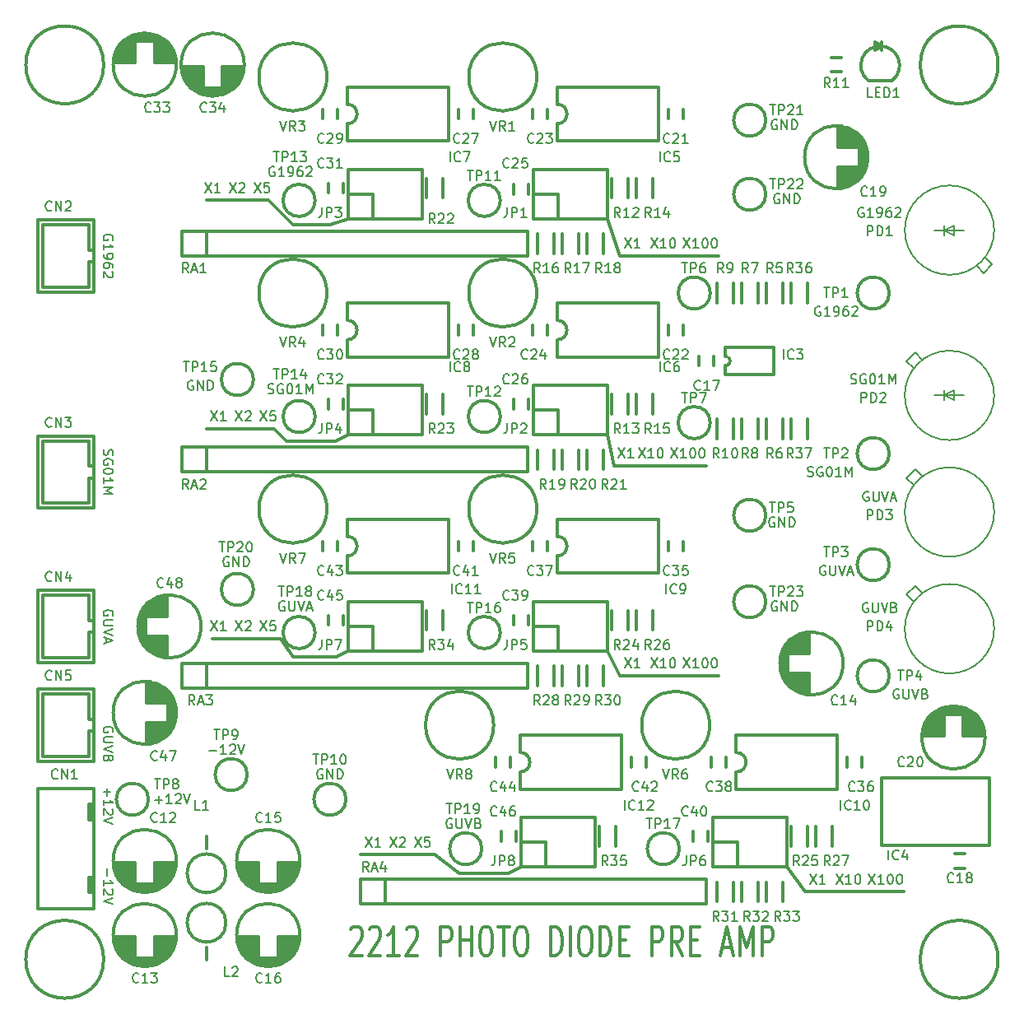
<source format=gbr>
%TF.GenerationSoftware,KiCad,Pcbnew,(5.1.12)-1*%
%TF.CreationDate,2022-11-09T13:17:00+09:00*%
%TF.ProjectId,2212_PHOTO_DIODE_PRE_AMP,32323132-5f50-4484-9f54-4f5f44494f44,0*%
%TF.SameCoordinates,Original*%
%TF.FileFunction,Legend,Top*%
%TF.FilePolarity,Positive*%
%FSLAX46Y46*%
G04 Gerber Fmt 4.6, Leading zero omitted, Abs format (unit mm)*
G04 Created by KiCad (PCBNEW (5.1.12)-1) date 2022-11-09 13:17:00*
%MOMM*%
%LPD*%
G01*
G04 APERTURE LIST*
%ADD10C,0.200000*%
%ADD11C,0.300000*%
%ADD12C,0.150000*%
G04 APERTURE END LIST*
D10*
X127254095Y-59698000D02*
X127158857Y-59650380D01*
X127016000Y-59650380D01*
X126873142Y-59698000D01*
X126777904Y-59793238D01*
X126730285Y-59888476D01*
X126682666Y-60078952D01*
X126682666Y-60221809D01*
X126730285Y-60412285D01*
X126777904Y-60507523D01*
X126873142Y-60602761D01*
X127016000Y-60650380D01*
X127111238Y-60650380D01*
X127254095Y-60602761D01*
X127301714Y-60555142D01*
X127301714Y-60221809D01*
X127111238Y-60221809D01*
X127730285Y-60650380D02*
X127730285Y-59650380D01*
X128301714Y-60650380D01*
X128301714Y-59650380D01*
X128777904Y-60650380D02*
X128777904Y-59650380D01*
X129016000Y-59650380D01*
X129158857Y-59698000D01*
X129254095Y-59793238D01*
X129301714Y-59888476D01*
X129349333Y-60078952D01*
X129349333Y-60221809D01*
X129301714Y-60412285D01*
X129254095Y-60507523D01*
X129158857Y-60602761D01*
X129016000Y-60650380D01*
X128777904Y-60650380D01*
X127508095Y-67318000D02*
X127412857Y-67270380D01*
X127270000Y-67270380D01*
X127127142Y-67318000D01*
X127031904Y-67413238D01*
X126984285Y-67508476D01*
X126936666Y-67698952D01*
X126936666Y-67841809D01*
X126984285Y-68032285D01*
X127031904Y-68127523D01*
X127127142Y-68222761D01*
X127270000Y-68270380D01*
X127365238Y-68270380D01*
X127508095Y-68222761D01*
X127555714Y-68175142D01*
X127555714Y-67841809D01*
X127365238Y-67841809D01*
X127984285Y-68270380D02*
X127984285Y-67270380D01*
X128555714Y-68270380D01*
X128555714Y-67270380D01*
X129031904Y-68270380D02*
X129031904Y-67270380D01*
X129270000Y-67270380D01*
X129412857Y-67318000D01*
X129508095Y-67413238D01*
X129555714Y-67508476D01*
X129603333Y-67698952D01*
X129603333Y-67841809D01*
X129555714Y-68032285D01*
X129508095Y-68127523D01*
X129412857Y-68222761D01*
X129270000Y-68270380D01*
X129031904Y-68270380D01*
X127254095Y-109228000D02*
X127158857Y-109180380D01*
X127016000Y-109180380D01*
X126873142Y-109228000D01*
X126777904Y-109323238D01*
X126730285Y-109418476D01*
X126682666Y-109608952D01*
X126682666Y-109751809D01*
X126730285Y-109942285D01*
X126777904Y-110037523D01*
X126873142Y-110132761D01*
X127016000Y-110180380D01*
X127111238Y-110180380D01*
X127254095Y-110132761D01*
X127301714Y-110085142D01*
X127301714Y-109751809D01*
X127111238Y-109751809D01*
X127730285Y-110180380D02*
X127730285Y-109180380D01*
X128301714Y-110180380D01*
X128301714Y-109180380D01*
X128777904Y-110180380D02*
X128777904Y-109180380D01*
X129016000Y-109180380D01*
X129158857Y-109228000D01*
X129254095Y-109323238D01*
X129301714Y-109418476D01*
X129349333Y-109608952D01*
X129349333Y-109751809D01*
X129301714Y-109942285D01*
X129254095Y-110037523D01*
X129158857Y-110132761D01*
X129016000Y-110180380D01*
X128777904Y-110180380D01*
D11*
X92680380Y-145629142D02*
X92680380Y-142629142D01*
X93442285Y-142629142D01*
X93632761Y-142772000D01*
X93728000Y-142914857D01*
X93823238Y-143200571D01*
X93823238Y-143629142D01*
X93728000Y-143914857D01*
X93632761Y-144057714D01*
X93442285Y-144200571D01*
X92680380Y-144200571D01*
X94680380Y-145629142D02*
X94680380Y-142629142D01*
X94680380Y-144057714D02*
X95823238Y-144057714D01*
X95823238Y-145629142D02*
X95823238Y-142629142D01*
X97156571Y-142629142D02*
X97537523Y-142629142D01*
X97728000Y-142772000D01*
X97918476Y-143057714D01*
X98013714Y-143629142D01*
X98013714Y-144629142D01*
X97918476Y-145200571D01*
X97728000Y-145486285D01*
X97537523Y-145629142D01*
X97156571Y-145629142D01*
X96966095Y-145486285D01*
X96775619Y-145200571D01*
X96680380Y-144629142D01*
X96680380Y-143629142D01*
X96775619Y-143057714D01*
X96966095Y-142772000D01*
X97156571Y-142629142D01*
X98585142Y-142629142D02*
X99728000Y-142629142D01*
X99156571Y-145629142D02*
X99156571Y-142629142D01*
X100775619Y-142629142D02*
X101156571Y-142629142D01*
X101347047Y-142772000D01*
X101537523Y-143057714D01*
X101632761Y-143629142D01*
X101632761Y-144629142D01*
X101537523Y-145200571D01*
X101347047Y-145486285D01*
X101156571Y-145629142D01*
X100775619Y-145629142D01*
X100585142Y-145486285D01*
X100394666Y-145200571D01*
X100299428Y-144629142D01*
X100299428Y-143629142D01*
X100394666Y-143057714D01*
X100585142Y-142772000D01*
X100775619Y-142629142D01*
X104013714Y-145629142D02*
X104013714Y-142629142D01*
X104489904Y-142629142D01*
X104775619Y-142772000D01*
X104966095Y-143057714D01*
X105061333Y-143343428D01*
X105156571Y-143914857D01*
X105156571Y-144343428D01*
X105061333Y-144914857D01*
X104966095Y-145200571D01*
X104775619Y-145486285D01*
X104489904Y-145629142D01*
X104013714Y-145629142D01*
X106013714Y-145629142D02*
X106013714Y-142629142D01*
X107347047Y-142629142D02*
X107728000Y-142629142D01*
X107918476Y-142772000D01*
X108108952Y-143057714D01*
X108204190Y-143629142D01*
X108204190Y-144629142D01*
X108108952Y-145200571D01*
X107918476Y-145486285D01*
X107728000Y-145629142D01*
X107347047Y-145629142D01*
X107156571Y-145486285D01*
X106966095Y-145200571D01*
X106870857Y-144629142D01*
X106870857Y-143629142D01*
X106966095Y-143057714D01*
X107156571Y-142772000D01*
X107347047Y-142629142D01*
X109061333Y-145629142D02*
X109061333Y-142629142D01*
X109537523Y-142629142D01*
X109823238Y-142772000D01*
X110013714Y-143057714D01*
X110108952Y-143343428D01*
X110204190Y-143914857D01*
X110204190Y-144343428D01*
X110108952Y-144914857D01*
X110013714Y-145200571D01*
X109823238Y-145486285D01*
X109537523Y-145629142D01*
X109061333Y-145629142D01*
X111061333Y-144057714D02*
X111728000Y-144057714D01*
X112013714Y-145629142D02*
X111061333Y-145629142D01*
X111061333Y-142629142D01*
X112013714Y-142629142D01*
X114394666Y-145629142D02*
X114394666Y-142629142D01*
X115156571Y-142629142D01*
X115347047Y-142772000D01*
X115442285Y-142914857D01*
X115537523Y-143200571D01*
X115537523Y-143629142D01*
X115442285Y-143914857D01*
X115347047Y-144057714D01*
X115156571Y-144200571D01*
X114394666Y-144200571D01*
X117537523Y-145629142D02*
X116870857Y-144200571D01*
X116394666Y-145629142D02*
X116394666Y-142629142D01*
X117156571Y-142629142D01*
X117347047Y-142772000D01*
X117442285Y-142914857D01*
X117537523Y-143200571D01*
X117537523Y-143629142D01*
X117442285Y-143914857D01*
X117347047Y-144057714D01*
X117156571Y-144200571D01*
X116394666Y-144200571D01*
X118394666Y-144057714D02*
X119061333Y-144057714D01*
X119347047Y-145629142D02*
X118394666Y-145629142D01*
X118394666Y-142629142D01*
X119347047Y-142629142D01*
X121632761Y-144772000D02*
X122585142Y-144772000D01*
X121442285Y-145629142D02*
X122108952Y-142629142D01*
X122775619Y-145629142D01*
X123442285Y-145629142D02*
X123442285Y-142629142D01*
X124108952Y-144772000D01*
X124775619Y-142629142D01*
X124775619Y-145629142D01*
X125728000Y-145629142D02*
X125728000Y-142629142D01*
X126489904Y-142629142D01*
X126680380Y-142772000D01*
X126775619Y-142914857D01*
X126870857Y-143200571D01*
X126870857Y-143629142D01*
X126775619Y-143914857D01*
X126680380Y-144057714D01*
X126489904Y-144200571D01*
X125728000Y-144200571D01*
X83439428Y-142914857D02*
X83534666Y-142772000D01*
X83725142Y-142629142D01*
X84201333Y-142629142D01*
X84391809Y-142772000D01*
X84487047Y-142914857D01*
X84582285Y-143200571D01*
X84582285Y-143486285D01*
X84487047Y-143914857D01*
X83344190Y-145629142D01*
X84582285Y-145629142D01*
X85344190Y-142914857D02*
X85439428Y-142772000D01*
X85629904Y-142629142D01*
X86106095Y-142629142D01*
X86296571Y-142772000D01*
X86391809Y-142914857D01*
X86487047Y-143200571D01*
X86487047Y-143486285D01*
X86391809Y-143914857D01*
X85248952Y-145629142D01*
X86487047Y-145629142D01*
X88391809Y-145629142D02*
X87248952Y-145629142D01*
X87820380Y-145629142D02*
X87820380Y-142629142D01*
X87629904Y-143057714D01*
X87439428Y-143343428D01*
X87248952Y-143486285D01*
X89153714Y-142914857D02*
X89248952Y-142772000D01*
X89439428Y-142629142D01*
X89915619Y-142629142D01*
X90106095Y-142772000D01*
X90201333Y-142914857D01*
X90296571Y-143200571D01*
X90296571Y-143486285D01*
X90201333Y-143914857D01*
X89058476Y-145629142D01*
X90296571Y-145629142D01*
D10*
X75573142Y-64524000D02*
X75477904Y-64476380D01*
X75335047Y-64476380D01*
X75192190Y-64524000D01*
X75096952Y-64619238D01*
X75049333Y-64714476D01*
X75001714Y-64904952D01*
X75001714Y-65047809D01*
X75049333Y-65238285D01*
X75096952Y-65333523D01*
X75192190Y-65428761D01*
X75335047Y-65476380D01*
X75430285Y-65476380D01*
X75573142Y-65428761D01*
X75620761Y-65381142D01*
X75620761Y-65047809D01*
X75430285Y-65047809D01*
X76573142Y-65476380D02*
X76001714Y-65476380D01*
X76287428Y-65476380D02*
X76287428Y-64476380D01*
X76192190Y-64619238D01*
X76096952Y-64714476D01*
X76001714Y-64762095D01*
X77049333Y-65476380D02*
X77239809Y-65476380D01*
X77335047Y-65428761D01*
X77382666Y-65381142D01*
X77477904Y-65238285D01*
X77525523Y-65047809D01*
X77525523Y-64666857D01*
X77477904Y-64571619D01*
X77430285Y-64524000D01*
X77335047Y-64476380D01*
X77144571Y-64476380D01*
X77049333Y-64524000D01*
X77001714Y-64571619D01*
X76954095Y-64666857D01*
X76954095Y-64904952D01*
X77001714Y-65000190D01*
X77049333Y-65047809D01*
X77144571Y-65095428D01*
X77335047Y-65095428D01*
X77430285Y-65047809D01*
X77477904Y-65000190D01*
X77525523Y-64904952D01*
X78382666Y-64476380D02*
X78192190Y-64476380D01*
X78096952Y-64524000D01*
X78049333Y-64571619D01*
X77954095Y-64714476D01*
X77906476Y-64904952D01*
X77906476Y-65285904D01*
X77954095Y-65381142D01*
X78001714Y-65428761D01*
X78096952Y-65476380D01*
X78287428Y-65476380D01*
X78382666Y-65428761D01*
X78430285Y-65381142D01*
X78477904Y-65285904D01*
X78477904Y-65047809D01*
X78430285Y-64952571D01*
X78382666Y-64904952D01*
X78287428Y-64857333D01*
X78096952Y-64857333D01*
X78001714Y-64904952D01*
X77954095Y-64952571D01*
X77906476Y-65047809D01*
X78858857Y-64571619D02*
X78906476Y-64524000D01*
X79001714Y-64476380D01*
X79239809Y-64476380D01*
X79335047Y-64524000D01*
X79382666Y-64571619D01*
X79430285Y-64666857D01*
X79430285Y-64762095D01*
X79382666Y-64904952D01*
X78811238Y-65476380D01*
X79430285Y-65476380D01*
X74906476Y-87780761D02*
X75049333Y-87828380D01*
X75287428Y-87828380D01*
X75382666Y-87780761D01*
X75430285Y-87733142D01*
X75477904Y-87637904D01*
X75477904Y-87542666D01*
X75430285Y-87447428D01*
X75382666Y-87399809D01*
X75287428Y-87352190D01*
X75096952Y-87304571D01*
X75001714Y-87256952D01*
X74954095Y-87209333D01*
X74906476Y-87114095D01*
X74906476Y-87018857D01*
X74954095Y-86923619D01*
X75001714Y-86876000D01*
X75096952Y-86828380D01*
X75335047Y-86828380D01*
X75477904Y-86876000D01*
X76430285Y-86876000D02*
X76335047Y-86828380D01*
X76192190Y-86828380D01*
X76049333Y-86876000D01*
X75954095Y-86971238D01*
X75906476Y-87066476D01*
X75858857Y-87256952D01*
X75858857Y-87399809D01*
X75906476Y-87590285D01*
X75954095Y-87685523D01*
X76049333Y-87780761D01*
X76192190Y-87828380D01*
X76287428Y-87828380D01*
X76430285Y-87780761D01*
X76477904Y-87733142D01*
X76477904Y-87399809D01*
X76287428Y-87399809D01*
X77096952Y-86828380D02*
X77192190Y-86828380D01*
X77287428Y-86876000D01*
X77335047Y-86923619D01*
X77382666Y-87018857D01*
X77430285Y-87209333D01*
X77430285Y-87447428D01*
X77382666Y-87637904D01*
X77335047Y-87733142D01*
X77287428Y-87780761D01*
X77192190Y-87828380D01*
X77096952Y-87828380D01*
X77001714Y-87780761D01*
X76954095Y-87733142D01*
X76906476Y-87637904D01*
X76858857Y-87447428D01*
X76858857Y-87209333D01*
X76906476Y-87018857D01*
X76954095Y-86923619D01*
X77001714Y-86876000D01*
X77096952Y-86828380D01*
X78382666Y-87828380D02*
X77811238Y-87828380D01*
X78096952Y-87828380D02*
X78096952Y-86828380D01*
X78001714Y-86971238D01*
X77906476Y-87066476D01*
X77811238Y-87114095D01*
X78811238Y-87828380D02*
X78811238Y-86828380D01*
X79144571Y-87542666D01*
X79477904Y-86828380D01*
X79477904Y-87828380D01*
X76604952Y-109228000D02*
X76509714Y-109180380D01*
X76366857Y-109180380D01*
X76224000Y-109228000D01*
X76128761Y-109323238D01*
X76081142Y-109418476D01*
X76033523Y-109608952D01*
X76033523Y-109751809D01*
X76081142Y-109942285D01*
X76128761Y-110037523D01*
X76224000Y-110132761D01*
X76366857Y-110180380D01*
X76462095Y-110180380D01*
X76604952Y-110132761D01*
X76652571Y-110085142D01*
X76652571Y-109751809D01*
X76462095Y-109751809D01*
X77081142Y-109180380D02*
X77081142Y-109989904D01*
X77128761Y-110085142D01*
X77176380Y-110132761D01*
X77271619Y-110180380D01*
X77462095Y-110180380D01*
X77557333Y-110132761D01*
X77604952Y-110085142D01*
X77652571Y-109989904D01*
X77652571Y-109180380D01*
X77985904Y-109180380D02*
X78319238Y-110180380D01*
X78652571Y-109180380D01*
X78938285Y-109894666D02*
X79414476Y-109894666D01*
X78843047Y-110180380D02*
X79176380Y-109180380D01*
X79509714Y-110180380D01*
X93805523Y-131580000D02*
X93710285Y-131532380D01*
X93567428Y-131532380D01*
X93424571Y-131580000D01*
X93329333Y-131675238D01*
X93281714Y-131770476D01*
X93234095Y-131960952D01*
X93234095Y-132103809D01*
X93281714Y-132294285D01*
X93329333Y-132389523D01*
X93424571Y-132484761D01*
X93567428Y-132532380D01*
X93662666Y-132532380D01*
X93805523Y-132484761D01*
X93853142Y-132437142D01*
X93853142Y-132103809D01*
X93662666Y-132103809D01*
X94281714Y-131532380D02*
X94281714Y-132341904D01*
X94329333Y-132437142D01*
X94376952Y-132484761D01*
X94472190Y-132532380D01*
X94662666Y-132532380D01*
X94757904Y-132484761D01*
X94805523Y-132437142D01*
X94853142Y-132341904D01*
X94853142Y-131532380D01*
X95186476Y-131532380D02*
X95519809Y-132532380D01*
X95853142Y-131532380D01*
X96519809Y-132008571D02*
X96662666Y-132056190D01*
X96710285Y-132103809D01*
X96757904Y-132199047D01*
X96757904Y-132341904D01*
X96710285Y-132437142D01*
X96662666Y-132484761D01*
X96567428Y-132532380D01*
X96186476Y-132532380D01*
X96186476Y-131532380D01*
X96519809Y-131532380D01*
X96615047Y-131580000D01*
X96662666Y-131627619D01*
X96710285Y-131722857D01*
X96710285Y-131818095D01*
X96662666Y-131913333D01*
X96615047Y-131960952D01*
X96519809Y-132008571D01*
X96186476Y-132008571D01*
X63262095Y-129611428D02*
X64024000Y-129611428D01*
X63643047Y-129992380D02*
X63643047Y-129230476D01*
X65024000Y-129992380D02*
X64452571Y-129992380D01*
X64738285Y-129992380D02*
X64738285Y-128992380D01*
X64643047Y-129135238D01*
X64547809Y-129230476D01*
X64452571Y-129278095D01*
X65404952Y-129087619D02*
X65452571Y-129040000D01*
X65547809Y-128992380D01*
X65785904Y-128992380D01*
X65881142Y-129040000D01*
X65928761Y-129087619D01*
X65976380Y-129182857D01*
X65976380Y-129278095D01*
X65928761Y-129420952D01*
X65357333Y-129992380D01*
X65976380Y-129992380D01*
X66262095Y-128992380D02*
X66595428Y-129992380D01*
X66928761Y-128992380D01*
X68850095Y-124531428D02*
X69612000Y-124531428D01*
X70612000Y-124912380D02*
X70040571Y-124912380D01*
X70326285Y-124912380D02*
X70326285Y-123912380D01*
X70231047Y-124055238D01*
X70135809Y-124150476D01*
X70040571Y-124198095D01*
X70992952Y-124007619D02*
X71040571Y-123960000D01*
X71135809Y-123912380D01*
X71373904Y-123912380D01*
X71469142Y-123960000D01*
X71516761Y-124007619D01*
X71564380Y-124102857D01*
X71564380Y-124198095D01*
X71516761Y-124340952D01*
X70945333Y-124912380D01*
X71564380Y-124912380D01*
X71850095Y-123912380D02*
X72183428Y-124912380D01*
X72516761Y-123912380D01*
X70866095Y-104656000D02*
X70770857Y-104608380D01*
X70628000Y-104608380D01*
X70485142Y-104656000D01*
X70389904Y-104751238D01*
X70342285Y-104846476D01*
X70294666Y-105036952D01*
X70294666Y-105179809D01*
X70342285Y-105370285D01*
X70389904Y-105465523D01*
X70485142Y-105560761D01*
X70628000Y-105608380D01*
X70723238Y-105608380D01*
X70866095Y-105560761D01*
X70913714Y-105513142D01*
X70913714Y-105179809D01*
X70723238Y-105179809D01*
X71342285Y-105608380D02*
X71342285Y-104608380D01*
X71913714Y-105608380D01*
X71913714Y-104608380D01*
X72389904Y-105608380D02*
X72389904Y-104608380D01*
X72628000Y-104608380D01*
X72770857Y-104656000D01*
X72866095Y-104751238D01*
X72913714Y-104846476D01*
X72961333Y-105036952D01*
X72961333Y-105179809D01*
X72913714Y-105370285D01*
X72866095Y-105465523D01*
X72770857Y-105560761D01*
X72628000Y-105608380D01*
X72389904Y-105608380D01*
X67183095Y-86495000D02*
X67087857Y-86447380D01*
X66945000Y-86447380D01*
X66802142Y-86495000D01*
X66706904Y-86590238D01*
X66659285Y-86685476D01*
X66611666Y-86875952D01*
X66611666Y-87018809D01*
X66659285Y-87209285D01*
X66706904Y-87304523D01*
X66802142Y-87399761D01*
X66945000Y-87447380D01*
X67040238Y-87447380D01*
X67183095Y-87399761D01*
X67230714Y-87352142D01*
X67230714Y-87018809D01*
X67040238Y-87018809D01*
X67659285Y-87447380D02*
X67659285Y-86447380D01*
X68230714Y-87447380D01*
X68230714Y-86447380D01*
X68706904Y-87447380D02*
X68706904Y-86447380D01*
X68945000Y-86447380D01*
X69087857Y-86495000D01*
X69183095Y-86590238D01*
X69230714Y-86685476D01*
X69278333Y-86875952D01*
X69278333Y-87018809D01*
X69230714Y-87209285D01*
X69183095Y-87304523D01*
X69087857Y-87399761D01*
X68945000Y-87447380D01*
X68706904Y-87447380D01*
X80518095Y-126500000D02*
X80422857Y-126452380D01*
X80280000Y-126452380D01*
X80137142Y-126500000D01*
X80041904Y-126595238D01*
X79994285Y-126690476D01*
X79946666Y-126880952D01*
X79946666Y-127023809D01*
X79994285Y-127214285D01*
X80041904Y-127309523D01*
X80137142Y-127404761D01*
X80280000Y-127452380D01*
X80375238Y-127452380D01*
X80518095Y-127404761D01*
X80565714Y-127357142D01*
X80565714Y-127023809D01*
X80375238Y-127023809D01*
X80994285Y-127452380D02*
X80994285Y-126452380D01*
X81565714Y-127452380D01*
X81565714Y-126452380D01*
X82041904Y-127452380D02*
X82041904Y-126452380D01*
X82280000Y-126452380D01*
X82422857Y-126500000D01*
X82518095Y-126595238D01*
X82565714Y-126690476D01*
X82613333Y-126880952D01*
X82613333Y-127023809D01*
X82565714Y-127214285D01*
X82518095Y-127309523D01*
X82422857Y-127404761D01*
X82280000Y-127452380D01*
X82041904Y-127452380D01*
X130405476Y-96289761D02*
X130548333Y-96337380D01*
X130786428Y-96337380D01*
X130881666Y-96289761D01*
X130929285Y-96242142D01*
X130976904Y-96146904D01*
X130976904Y-96051666D01*
X130929285Y-95956428D01*
X130881666Y-95908809D01*
X130786428Y-95861190D01*
X130595952Y-95813571D01*
X130500714Y-95765952D01*
X130453095Y-95718333D01*
X130405476Y-95623095D01*
X130405476Y-95527857D01*
X130453095Y-95432619D01*
X130500714Y-95385000D01*
X130595952Y-95337380D01*
X130834047Y-95337380D01*
X130976904Y-95385000D01*
X131929285Y-95385000D02*
X131834047Y-95337380D01*
X131691190Y-95337380D01*
X131548333Y-95385000D01*
X131453095Y-95480238D01*
X131405476Y-95575476D01*
X131357857Y-95765952D01*
X131357857Y-95908809D01*
X131405476Y-96099285D01*
X131453095Y-96194523D01*
X131548333Y-96289761D01*
X131691190Y-96337380D01*
X131786428Y-96337380D01*
X131929285Y-96289761D01*
X131976904Y-96242142D01*
X131976904Y-95908809D01*
X131786428Y-95908809D01*
X132595952Y-95337380D02*
X132691190Y-95337380D01*
X132786428Y-95385000D01*
X132834047Y-95432619D01*
X132881666Y-95527857D01*
X132929285Y-95718333D01*
X132929285Y-95956428D01*
X132881666Y-96146904D01*
X132834047Y-96242142D01*
X132786428Y-96289761D01*
X132691190Y-96337380D01*
X132595952Y-96337380D01*
X132500714Y-96289761D01*
X132453095Y-96242142D01*
X132405476Y-96146904D01*
X132357857Y-95956428D01*
X132357857Y-95718333D01*
X132405476Y-95527857D01*
X132453095Y-95432619D01*
X132500714Y-95385000D01*
X132595952Y-95337380D01*
X133881666Y-96337380D02*
X133310238Y-96337380D01*
X133595952Y-96337380D02*
X133595952Y-95337380D01*
X133500714Y-95480238D01*
X133405476Y-95575476D01*
X133310238Y-95623095D01*
X134310238Y-96337380D02*
X134310238Y-95337380D01*
X134643571Y-96051666D01*
X134976904Y-95337380D01*
X134976904Y-96337380D01*
X132230952Y-105545000D02*
X132135714Y-105497380D01*
X131992857Y-105497380D01*
X131850000Y-105545000D01*
X131754761Y-105640238D01*
X131707142Y-105735476D01*
X131659523Y-105925952D01*
X131659523Y-106068809D01*
X131707142Y-106259285D01*
X131754761Y-106354523D01*
X131850000Y-106449761D01*
X131992857Y-106497380D01*
X132088095Y-106497380D01*
X132230952Y-106449761D01*
X132278571Y-106402142D01*
X132278571Y-106068809D01*
X132088095Y-106068809D01*
X132707142Y-105497380D02*
X132707142Y-106306904D01*
X132754761Y-106402142D01*
X132802380Y-106449761D01*
X132897619Y-106497380D01*
X133088095Y-106497380D01*
X133183333Y-106449761D01*
X133230952Y-106402142D01*
X133278571Y-106306904D01*
X133278571Y-105497380D01*
X133611904Y-105497380D02*
X133945238Y-106497380D01*
X134278571Y-105497380D01*
X134564285Y-106211666D02*
X135040476Y-106211666D01*
X134469047Y-106497380D02*
X134802380Y-105497380D01*
X135135714Y-106497380D01*
X139779523Y-118245000D02*
X139684285Y-118197380D01*
X139541428Y-118197380D01*
X139398571Y-118245000D01*
X139303333Y-118340238D01*
X139255714Y-118435476D01*
X139208095Y-118625952D01*
X139208095Y-118768809D01*
X139255714Y-118959285D01*
X139303333Y-119054523D01*
X139398571Y-119149761D01*
X139541428Y-119197380D01*
X139636666Y-119197380D01*
X139779523Y-119149761D01*
X139827142Y-119102142D01*
X139827142Y-118768809D01*
X139636666Y-118768809D01*
X140255714Y-118197380D02*
X140255714Y-119006904D01*
X140303333Y-119102142D01*
X140350952Y-119149761D01*
X140446190Y-119197380D01*
X140636666Y-119197380D01*
X140731904Y-119149761D01*
X140779523Y-119102142D01*
X140827142Y-119006904D01*
X140827142Y-118197380D01*
X141160476Y-118197380D02*
X141493809Y-119197380D01*
X141827142Y-118197380D01*
X142493809Y-118673571D02*
X142636666Y-118721190D01*
X142684285Y-118768809D01*
X142731904Y-118864047D01*
X142731904Y-119006904D01*
X142684285Y-119102142D01*
X142636666Y-119149761D01*
X142541428Y-119197380D01*
X142160476Y-119197380D01*
X142160476Y-118197380D01*
X142493809Y-118197380D01*
X142589047Y-118245000D01*
X142636666Y-118292619D01*
X142684285Y-118387857D01*
X142684285Y-118483095D01*
X142636666Y-118578333D01*
X142589047Y-118625952D01*
X142493809Y-118673571D01*
X142160476Y-118673571D01*
X136604523Y-109355000D02*
X136509285Y-109307380D01*
X136366428Y-109307380D01*
X136223571Y-109355000D01*
X136128333Y-109450238D01*
X136080714Y-109545476D01*
X136033095Y-109735952D01*
X136033095Y-109878809D01*
X136080714Y-110069285D01*
X136128333Y-110164523D01*
X136223571Y-110259761D01*
X136366428Y-110307380D01*
X136461666Y-110307380D01*
X136604523Y-110259761D01*
X136652142Y-110212142D01*
X136652142Y-109878809D01*
X136461666Y-109878809D01*
X137080714Y-109307380D02*
X137080714Y-110116904D01*
X137128333Y-110212142D01*
X137175952Y-110259761D01*
X137271190Y-110307380D01*
X137461666Y-110307380D01*
X137556904Y-110259761D01*
X137604523Y-110212142D01*
X137652142Y-110116904D01*
X137652142Y-109307380D01*
X137985476Y-109307380D02*
X138318809Y-110307380D01*
X138652142Y-109307380D01*
X139318809Y-109783571D02*
X139461666Y-109831190D01*
X139509285Y-109878809D01*
X139556904Y-109974047D01*
X139556904Y-110116904D01*
X139509285Y-110212142D01*
X139461666Y-110259761D01*
X139366428Y-110307380D01*
X138985476Y-110307380D01*
X138985476Y-109307380D01*
X139318809Y-109307380D01*
X139414047Y-109355000D01*
X139461666Y-109402619D01*
X139509285Y-109497857D01*
X139509285Y-109593095D01*
X139461666Y-109688333D01*
X139414047Y-109735952D01*
X139318809Y-109783571D01*
X138985476Y-109783571D01*
X136675952Y-97925000D02*
X136580714Y-97877380D01*
X136437857Y-97877380D01*
X136295000Y-97925000D01*
X136199761Y-98020238D01*
X136152142Y-98115476D01*
X136104523Y-98305952D01*
X136104523Y-98448809D01*
X136152142Y-98639285D01*
X136199761Y-98734523D01*
X136295000Y-98829761D01*
X136437857Y-98877380D01*
X136533095Y-98877380D01*
X136675952Y-98829761D01*
X136723571Y-98782142D01*
X136723571Y-98448809D01*
X136533095Y-98448809D01*
X137152142Y-97877380D02*
X137152142Y-98686904D01*
X137199761Y-98782142D01*
X137247380Y-98829761D01*
X137342619Y-98877380D01*
X137533095Y-98877380D01*
X137628333Y-98829761D01*
X137675952Y-98782142D01*
X137723571Y-98686904D01*
X137723571Y-97877380D01*
X138056904Y-97877380D02*
X138390238Y-98877380D01*
X138723571Y-97877380D01*
X139009285Y-98591666D02*
X139485476Y-98591666D01*
X138914047Y-98877380D02*
X139247380Y-97877380D01*
X139580714Y-98877380D01*
X134850476Y-86764761D02*
X134993333Y-86812380D01*
X135231428Y-86812380D01*
X135326666Y-86764761D01*
X135374285Y-86717142D01*
X135421904Y-86621904D01*
X135421904Y-86526666D01*
X135374285Y-86431428D01*
X135326666Y-86383809D01*
X135231428Y-86336190D01*
X135040952Y-86288571D01*
X134945714Y-86240952D01*
X134898095Y-86193333D01*
X134850476Y-86098095D01*
X134850476Y-86002857D01*
X134898095Y-85907619D01*
X134945714Y-85860000D01*
X135040952Y-85812380D01*
X135279047Y-85812380D01*
X135421904Y-85860000D01*
X136374285Y-85860000D02*
X136279047Y-85812380D01*
X136136190Y-85812380D01*
X135993333Y-85860000D01*
X135898095Y-85955238D01*
X135850476Y-86050476D01*
X135802857Y-86240952D01*
X135802857Y-86383809D01*
X135850476Y-86574285D01*
X135898095Y-86669523D01*
X135993333Y-86764761D01*
X136136190Y-86812380D01*
X136231428Y-86812380D01*
X136374285Y-86764761D01*
X136421904Y-86717142D01*
X136421904Y-86383809D01*
X136231428Y-86383809D01*
X137040952Y-85812380D02*
X137136190Y-85812380D01*
X137231428Y-85860000D01*
X137279047Y-85907619D01*
X137326666Y-86002857D01*
X137374285Y-86193333D01*
X137374285Y-86431428D01*
X137326666Y-86621904D01*
X137279047Y-86717142D01*
X137231428Y-86764761D01*
X137136190Y-86812380D01*
X137040952Y-86812380D01*
X136945714Y-86764761D01*
X136898095Y-86717142D01*
X136850476Y-86621904D01*
X136802857Y-86431428D01*
X136802857Y-86193333D01*
X136850476Y-86002857D01*
X136898095Y-85907619D01*
X136945714Y-85860000D01*
X137040952Y-85812380D01*
X138326666Y-86812380D02*
X137755238Y-86812380D01*
X138040952Y-86812380D02*
X138040952Y-85812380D01*
X137945714Y-85955238D01*
X137850476Y-86050476D01*
X137755238Y-86098095D01*
X138755238Y-86812380D02*
X138755238Y-85812380D01*
X139088571Y-86526666D01*
X139421904Y-85812380D01*
X139421904Y-86812380D01*
X136152142Y-68715000D02*
X136056904Y-68667380D01*
X135914047Y-68667380D01*
X135771190Y-68715000D01*
X135675952Y-68810238D01*
X135628333Y-68905476D01*
X135580714Y-69095952D01*
X135580714Y-69238809D01*
X135628333Y-69429285D01*
X135675952Y-69524523D01*
X135771190Y-69619761D01*
X135914047Y-69667380D01*
X136009285Y-69667380D01*
X136152142Y-69619761D01*
X136199761Y-69572142D01*
X136199761Y-69238809D01*
X136009285Y-69238809D01*
X137152142Y-69667380D02*
X136580714Y-69667380D01*
X136866428Y-69667380D02*
X136866428Y-68667380D01*
X136771190Y-68810238D01*
X136675952Y-68905476D01*
X136580714Y-68953095D01*
X137628333Y-69667380D02*
X137818809Y-69667380D01*
X137914047Y-69619761D01*
X137961666Y-69572142D01*
X138056904Y-69429285D01*
X138104523Y-69238809D01*
X138104523Y-68857857D01*
X138056904Y-68762619D01*
X138009285Y-68715000D01*
X137914047Y-68667380D01*
X137723571Y-68667380D01*
X137628333Y-68715000D01*
X137580714Y-68762619D01*
X137533095Y-68857857D01*
X137533095Y-69095952D01*
X137580714Y-69191190D01*
X137628333Y-69238809D01*
X137723571Y-69286428D01*
X137914047Y-69286428D01*
X138009285Y-69238809D01*
X138056904Y-69191190D01*
X138104523Y-69095952D01*
X138961666Y-68667380D02*
X138771190Y-68667380D01*
X138675952Y-68715000D01*
X138628333Y-68762619D01*
X138533095Y-68905476D01*
X138485476Y-69095952D01*
X138485476Y-69476904D01*
X138533095Y-69572142D01*
X138580714Y-69619761D01*
X138675952Y-69667380D01*
X138866428Y-69667380D01*
X138961666Y-69619761D01*
X139009285Y-69572142D01*
X139056904Y-69476904D01*
X139056904Y-69238809D01*
X139009285Y-69143571D01*
X138961666Y-69095952D01*
X138866428Y-69048333D01*
X138675952Y-69048333D01*
X138580714Y-69095952D01*
X138533095Y-69143571D01*
X138485476Y-69238809D01*
X139437857Y-68762619D02*
X139485476Y-68715000D01*
X139580714Y-68667380D01*
X139818809Y-68667380D01*
X139914047Y-68715000D01*
X139961666Y-68762619D01*
X140009285Y-68857857D01*
X140009285Y-68953095D01*
X139961666Y-69095952D01*
X139390238Y-69667380D01*
X140009285Y-69667380D01*
D11*
X111125000Y-73660000D02*
X109855000Y-69850000D01*
X121285000Y-73660000D02*
X111125000Y-73660000D01*
X110490000Y-95250000D02*
X109855000Y-92075000D01*
X120015000Y-95250000D02*
X110490000Y-95250000D01*
X111125000Y-116840000D02*
X109855000Y-114300000D01*
X121285000Y-116840000D02*
X111125000Y-116840000D01*
X130175000Y-139065000D02*
X128270000Y-136525000D01*
X140335000Y-139065000D02*
X130175000Y-139065000D01*
D10*
X130635476Y-137247380D02*
X131302142Y-138247380D01*
X131302142Y-137247380D02*
X130635476Y-138247380D01*
X132206904Y-138247380D02*
X131635476Y-138247380D01*
X131921190Y-138247380D02*
X131921190Y-137247380D01*
X131825952Y-137390238D01*
X131730714Y-137485476D01*
X131635476Y-137533095D01*
X133334285Y-137247380D02*
X134000952Y-138247380D01*
X134000952Y-137247380D02*
X133334285Y-138247380D01*
X134905714Y-138247380D02*
X134334285Y-138247380D01*
X134620000Y-138247380D02*
X134620000Y-137247380D01*
X134524761Y-137390238D01*
X134429523Y-137485476D01*
X134334285Y-137533095D01*
X135524761Y-137247380D02*
X135620000Y-137247380D01*
X135715238Y-137295000D01*
X135762857Y-137342619D01*
X135810476Y-137437857D01*
X135858095Y-137628333D01*
X135858095Y-137866428D01*
X135810476Y-138056904D01*
X135762857Y-138152142D01*
X135715238Y-138199761D01*
X135620000Y-138247380D01*
X135524761Y-138247380D01*
X135429523Y-138199761D01*
X135381904Y-138152142D01*
X135334285Y-138056904D01*
X135286666Y-137866428D01*
X135286666Y-137628333D01*
X135334285Y-137437857D01*
X135381904Y-137342619D01*
X135429523Y-137295000D01*
X135524761Y-137247380D01*
X136668095Y-137247380D02*
X137334761Y-138247380D01*
X137334761Y-137247380D02*
X136668095Y-138247380D01*
X138239523Y-138247380D02*
X137668095Y-138247380D01*
X137953809Y-138247380D02*
X137953809Y-137247380D01*
X137858571Y-137390238D01*
X137763333Y-137485476D01*
X137668095Y-137533095D01*
X138858571Y-137247380D02*
X138953809Y-137247380D01*
X139049047Y-137295000D01*
X139096666Y-137342619D01*
X139144285Y-137437857D01*
X139191904Y-137628333D01*
X139191904Y-137866428D01*
X139144285Y-138056904D01*
X139096666Y-138152142D01*
X139049047Y-138199761D01*
X138953809Y-138247380D01*
X138858571Y-138247380D01*
X138763333Y-138199761D01*
X138715714Y-138152142D01*
X138668095Y-138056904D01*
X138620476Y-137866428D01*
X138620476Y-137628333D01*
X138668095Y-137437857D01*
X138715714Y-137342619D01*
X138763333Y-137295000D01*
X138858571Y-137247380D01*
X139810952Y-137247380D02*
X139906190Y-137247380D01*
X140001428Y-137295000D01*
X140049047Y-137342619D01*
X140096666Y-137437857D01*
X140144285Y-137628333D01*
X140144285Y-137866428D01*
X140096666Y-138056904D01*
X140049047Y-138152142D01*
X140001428Y-138199761D01*
X139906190Y-138247380D01*
X139810952Y-138247380D01*
X139715714Y-138199761D01*
X139668095Y-138152142D01*
X139620476Y-138056904D01*
X139572857Y-137866428D01*
X139572857Y-137628333D01*
X139620476Y-137437857D01*
X139668095Y-137342619D01*
X139715714Y-137295000D01*
X139810952Y-137247380D01*
X111585476Y-115022380D02*
X112252142Y-116022380D01*
X112252142Y-115022380D02*
X111585476Y-116022380D01*
X113156904Y-116022380D02*
X112585476Y-116022380D01*
X112871190Y-116022380D02*
X112871190Y-115022380D01*
X112775952Y-115165238D01*
X112680714Y-115260476D01*
X112585476Y-115308095D01*
X114284285Y-115022380D02*
X114950952Y-116022380D01*
X114950952Y-115022380D02*
X114284285Y-116022380D01*
X115855714Y-116022380D02*
X115284285Y-116022380D01*
X115570000Y-116022380D02*
X115570000Y-115022380D01*
X115474761Y-115165238D01*
X115379523Y-115260476D01*
X115284285Y-115308095D01*
X116474761Y-115022380D02*
X116570000Y-115022380D01*
X116665238Y-115070000D01*
X116712857Y-115117619D01*
X116760476Y-115212857D01*
X116808095Y-115403333D01*
X116808095Y-115641428D01*
X116760476Y-115831904D01*
X116712857Y-115927142D01*
X116665238Y-115974761D01*
X116570000Y-116022380D01*
X116474761Y-116022380D01*
X116379523Y-115974761D01*
X116331904Y-115927142D01*
X116284285Y-115831904D01*
X116236666Y-115641428D01*
X116236666Y-115403333D01*
X116284285Y-115212857D01*
X116331904Y-115117619D01*
X116379523Y-115070000D01*
X116474761Y-115022380D01*
X117618095Y-115022380D02*
X118284761Y-116022380D01*
X118284761Y-115022380D02*
X117618095Y-116022380D01*
X119189523Y-116022380D02*
X118618095Y-116022380D01*
X118903809Y-116022380D02*
X118903809Y-115022380D01*
X118808571Y-115165238D01*
X118713333Y-115260476D01*
X118618095Y-115308095D01*
X119808571Y-115022380D02*
X119903809Y-115022380D01*
X119999047Y-115070000D01*
X120046666Y-115117619D01*
X120094285Y-115212857D01*
X120141904Y-115403333D01*
X120141904Y-115641428D01*
X120094285Y-115831904D01*
X120046666Y-115927142D01*
X119999047Y-115974761D01*
X119903809Y-116022380D01*
X119808571Y-116022380D01*
X119713333Y-115974761D01*
X119665714Y-115927142D01*
X119618095Y-115831904D01*
X119570476Y-115641428D01*
X119570476Y-115403333D01*
X119618095Y-115212857D01*
X119665714Y-115117619D01*
X119713333Y-115070000D01*
X119808571Y-115022380D01*
X120760952Y-115022380D02*
X120856190Y-115022380D01*
X120951428Y-115070000D01*
X120999047Y-115117619D01*
X121046666Y-115212857D01*
X121094285Y-115403333D01*
X121094285Y-115641428D01*
X121046666Y-115831904D01*
X120999047Y-115927142D01*
X120951428Y-115974761D01*
X120856190Y-116022380D01*
X120760952Y-116022380D01*
X120665714Y-115974761D01*
X120618095Y-115927142D01*
X120570476Y-115831904D01*
X120522857Y-115641428D01*
X120522857Y-115403333D01*
X120570476Y-115212857D01*
X120618095Y-115117619D01*
X120665714Y-115070000D01*
X120760952Y-115022380D01*
X110950476Y-93432380D02*
X111617142Y-94432380D01*
X111617142Y-93432380D02*
X110950476Y-94432380D01*
X112521904Y-94432380D02*
X111950476Y-94432380D01*
X112236190Y-94432380D02*
X112236190Y-93432380D01*
X112140952Y-93575238D01*
X112045714Y-93670476D01*
X111950476Y-93718095D01*
X113014285Y-93432380D02*
X113680952Y-94432380D01*
X113680952Y-93432380D02*
X113014285Y-94432380D01*
X114585714Y-94432380D02*
X114014285Y-94432380D01*
X114300000Y-94432380D02*
X114300000Y-93432380D01*
X114204761Y-93575238D01*
X114109523Y-93670476D01*
X114014285Y-93718095D01*
X115204761Y-93432380D02*
X115300000Y-93432380D01*
X115395238Y-93480000D01*
X115442857Y-93527619D01*
X115490476Y-93622857D01*
X115538095Y-93813333D01*
X115538095Y-94051428D01*
X115490476Y-94241904D01*
X115442857Y-94337142D01*
X115395238Y-94384761D01*
X115300000Y-94432380D01*
X115204761Y-94432380D01*
X115109523Y-94384761D01*
X115061904Y-94337142D01*
X115014285Y-94241904D01*
X114966666Y-94051428D01*
X114966666Y-93813333D01*
X115014285Y-93622857D01*
X115061904Y-93527619D01*
X115109523Y-93480000D01*
X115204761Y-93432380D01*
X116348095Y-93432380D02*
X117014761Y-94432380D01*
X117014761Y-93432380D02*
X116348095Y-94432380D01*
X117919523Y-94432380D02*
X117348095Y-94432380D01*
X117633809Y-94432380D02*
X117633809Y-93432380D01*
X117538571Y-93575238D01*
X117443333Y-93670476D01*
X117348095Y-93718095D01*
X118538571Y-93432380D02*
X118633809Y-93432380D01*
X118729047Y-93480000D01*
X118776666Y-93527619D01*
X118824285Y-93622857D01*
X118871904Y-93813333D01*
X118871904Y-94051428D01*
X118824285Y-94241904D01*
X118776666Y-94337142D01*
X118729047Y-94384761D01*
X118633809Y-94432380D01*
X118538571Y-94432380D01*
X118443333Y-94384761D01*
X118395714Y-94337142D01*
X118348095Y-94241904D01*
X118300476Y-94051428D01*
X118300476Y-93813333D01*
X118348095Y-93622857D01*
X118395714Y-93527619D01*
X118443333Y-93480000D01*
X118538571Y-93432380D01*
X119490952Y-93432380D02*
X119586190Y-93432380D01*
X119681428Y-93480000D01*
X119729047Y-93527619D01*
X119776666Y-93622857D01*
X119824285Y-93813333D01*
X119824285Y-94051428D01*
X119776666Y-94241904D01*
X119729047Y-94337142D01*
X119681428Y-94384761D01*
X119586190Y-94432380D01*
X119490952Y-94432380D01*
X119395714Y-94384761D01*
X119348095Y-94337142D01*
X119300476Y-94241904D01*
X119252857Y-94051428D01*
X119252857Y-93813333D01*
X119300476Y-93622857D01*
X119348095Y-93527619D01*
X119395714Y-93480000D01*
X119490952Y-93432380D01*
X117618095Y-71842380D02*
X118284761Y-72842380D01*
X118284761Y-71842380D02*
X117618095Y-72842380D01*
X119189523Y-72842380D02*
X118618095Y-72842380D01*
X118903809Y-72842380D02*
X118903809Y-71842380D01*
X118808571Y-71985238D01*
X118713333Y-72080476D01*
X118618095Y-72128095D01*
X119808571Y-71842380D02*
X119903809Y-71842380D01*
X119999047Y-71890000D01*
X120046666Y-71937619D01*
X120094285Y-72032857D01*
X120141904Y-72223333D01*
X120141904Y-72461428D01*
X120094285Y-72651904D01*
X120046666Y-72747142D01*
X119999047Y-72794761D01*
X119903809Y-72842380D01*
X119808571Y-72842380D01*
X119713333Y-72794761D01*
X119665714Y-72747142D01*
X119618095Y-72651904D01*
X119570476Y-72461428D01*
X119570476Y-72223333D01*
X119618095Y-72032857D01*
X119665714Y-71937619D01*
X119713333Y-71890000D01*
X119808571Y-71842380D01*
X120760952Y-71842380D02*
X120856190Y-71842380D01*
X120951428Y-71890000D01*
X120999047Y-71937619D01*
X121046666Y-72032857D01*
X121094285Y-72223333D01*
X121094285Y-72461428D01*
X121046666Y-72651904D01*
X120999047Y-72747142D01*
X120951428Y-72794761D01*
X120856190Y-72842380D01*
X120760952Y-72842380D01*
X120665714Y-72794761D01*
X120618095Y-72747142D01*
X120570476Y-72651904D01*
X120522857Y-72461428D01*
X120522857Y-72223333D01*
X120570476Y-72032857D01*
X120618095Y-71937619D01*
X120665714Y-71890000D01*
X120760952Y-71842380D01*
X114284285Y-71842380D02*
X114950952Y-72842380D01*
X114950952Y-71842380D02*
X114284285Y-72842380D01*
X115855714Y-72842380D02*
X115284285Y-72842380D01*
X115570000Y-72842380D02*
X115570000Y-71842380D01*
X115474761Y-71985238D01*
X115379523Y-72080476D01*
X115284285Y-72128095D01*
X116474761Y-71842380D02*
X116570000Y-71842380D01*
X116665238Y-71890000D01*
X116712857Y-71937619D01*
X116760476Y-72032857D01*
X116808095Y-72223333D01*
X116808095Y-72461428D01*
X116760476Y-72651904D01*
X116712857Y-72747142D01*
X116665238Y-72794761D01*
X116570000Y-72842380D01*
X116474761Y-72842380D01*
X116379523Y-72794761D01*
X116331904Y-72747142D01*
X116284285Y-72651904D01*
X116236666Y-72461428D01*
X116236666Y-72223333D01*
X116284285Y-72032857D01*
X116331904Y-71937619D01*
X116379523Y-71890000D01*
X116474761Y-71842380D01*
X111585476Y-71842380D02*
X112252142Y-72842380D01*
X112252142Y-71842380D02*
X111585476Y-72842380D01*
X113156904Y-72842380D02*
X112585476Y-72842380D01*
X112871190Y-72842380D02*
X112871190Y-71842380D01*
X112775952Y-71985238D01*
X112680714Y-72080476D01*
X112585476Y-72128095D01*
D11*
X81915000Y-92710000D02*
X83185000Y-92075000D01*
X76835000Y-92710000D02*
X81915000Y-92710000D01*
X75565000Y-91440000D02*
X76835000Y-92710000D01*
X68580000Y-91440000D02*
X75565000Y-91440000D01*
X81915000Y-114935000D02*
X83185000Y-114300000D01*
X77470000Y-114935000D02*
X81915000Y-114935000D01*
X76200000Y-113030000D02*
X77470000Y-114935000D01*
X69215000Y-113030000D02*
X76200000Y-113030000D01*
X99695000Y-137160000D02*
X100965000Y-136525000D01*
X94615000Y-137160000D02*
X99695000Y-137160000D01*
X92075000Y-135255000D02*
X94615000Y-137160000D01*
X84455000Y-135255000D02*
X92075000Y-135255000D01*
D10*
X87455476Y-133437380D02*
X88122142Y-134437380D01*
X88122142Y-133437380D02*
X87455476Y-134437380D01*
X88455476Y-133532619D02*
X88503095Y-133485000D01*
X88598333Y-133437380D01*
X88836428Y-133437380D01*
X88931666Y-133485000D01*
X88979285Y-133532619D01*
X89026904Y-133627857D01*
X89026904Y-133723095D01*
X88979285Y-133865952D01*
X88407857Y-134437380D01*
X89026904Y-134437380D01*
X89995476Y-133437380D02*
X90662142Y-134437380D01*
X90662142Y-133437380D02*
X89995476Y-134437380D01*
X91519285Y-133437380D02*
X91043095Y-133437380D01*
X90995476Y-133913571D01*
X91043095Y-133865952D01*
X91138333Y-133818333D01*
X91376428Y-133818333D01*
X91471666Y-133865952D01*
X91519285Y-133913571D01*
X91566904Y-134008809D01*
X91566904Y-134246904D01*
X91519285Y-134342142D01*
X91471666Y-134389761D01*
X91376428Y-134437380D01*
X91138333Y-134437380D01*
X91043095Y-134389761D01*
X90995476Y-134342142D01*
X84915476Y-133437380D02*
X85582142Y-134437380D01*
X85582142Y-133437380D02*
X84915476Y-134437380D01*
X86486904Y-134437380D02*
X85915476Y-134437380D01*
X86201190Y-134437380D02*
X86201190Y-133437380D01*
X86105952Y-133580238D01*
X86010714Y-133675476D01*
X85915476Y-133723095D01*
X71580476Y-111212380D02*
X72247142Y-112212380D01*
X72247142Y-111212380D02*
X71580476Y-112212380D01*
X72580476Y-111307619D02*
X72628095Y-111260000D01*
X72723333Y-111212380D01*
X72961428Y-111212380D01*
X73056666Y-111260000D01*
X73104285Y-111307619D01*
X73151904Y-111402857D01*
X73151904Y-111498095D01*
X73104285Y-111640952D01*
X72532857Y-112212380D01*
X73151904Y-112212380D01*
X74120476Y-111212380D02*
X74787142Y-112212380D01*
X74787142Y-111212380D02*
X74120476Y-112212380D01*
X75644285Y-111212380D02*
X75168095Y-111212380D01*
X75120476Y-111688571D01*
X75168095Y-111640952D01*
X75263333Y-111593333D01*
X75501428Y-111593333D01*
X75596666Y-111640952D01*
X75644285Y-111688571D01*
X75691904Y-111783809D01*
X75691904Y-112021904D01*
X75644285Y-112117142D01*
X75596666Y-112164761D01*
X75501428Y-112212380D01*
X75263333Y-112212380D01*
X75168095Y-112164761D01*
X75120476Y-112117142D01*
X69040476Y-111212380D02*
X69707142Y-112212380D01*
X69707142Y-111212380D02*
X69040476Y-112212380D01*
X70611904Y-112212380D02*
X70040476Y-112212380D01*
X70326190Y-112212380D02*
X70326190Y-111212380D01*
X70230952Y-111355238D01*
X70135714Y-111450476D01*
X70040476Y-111498095D01*
X71580476Y-89622380D02*
X72247142Y-90622380D01*
X72247142Y-89622380D02*
X71580476Y-90622380D01*
X72580476Y-89717619D02*
X72628095Y-89670000D01*
X72723333Y-89622380D01*
X72961428Y-89622380D01*
X73056666Y-89670000D01*
X73104285Y-89717619D01*
X73151904Y-89812857D01*
X73151904Y-89908095D01*
X73104285Y-90050952D01*
X72532857Y-90622380D01*
X73151904Y-90622380D01*
X74120476Y-89622380D02*
X74787142Y-90622380D01*
X74787142Y-89622380D02*
X74120476Y-90622380D01*
X75644285Y-89622380D02*
X75168095Y-89622380D01*
X75120476Y-90098571D01*
X75168095Y-90050952D01*
X75263333Y-90003333D01*
X75501428Y-90003333D01*
X75596666Y-90050952D01*
X75644285Y-90098571D01*
X75691904Y-90193809D01*
X75691904Y-90431904D01*
X75644285Y-90527142D01*
X75596666Y-90574761D01*
X75501428Y-90622380D01*
X75263333Y-90622380D01*
X75168095Y-90574761D01*
X75120476Y-90527142D01*
X69040476Y-89622380D02*
X69707142Y-90622380D01*
X69707142Y-89622380D02*
X69040476Y-90622380D01*
X70611904Y-90622380D02*
X70040476Y-90622380D01*
X70326190Y-90622380D02*
X70326190Y-89622380D01*
X70230952Y-89765238D01*
X70135714Y-89860476D01*
X70040476Y-89908095D01*
D11*
X81280000Y-70485000D02*
X83185000Y-69850000D01*
X77470000Y-70485000D02*
X81280000Y-70485000D01*
X74930000Y-67945000D02*
X77470000Y-70485000D01*
X68580000Y-67945000D02*
X74930000Y-67945000D01*
D10*
X73485476Y-66127380D02*
X74152142Y-67127380D01*
X74152142Y-66127380D02*
X73485476Y-67127380D01*
X75009285Y-66127380D02*
X74533095Y-66127380D01*
X74485476Y-66603571D01*
X74533095Y-66555952D01*
X74628333Y-66508333D01*
X74866428Y-66508333D01*
X74961666Y-66555952D01*
X75009285Y-66603571D01*
X75056904Y-66698809D01*
X75056904Y-66936904D01*
X75009285Y-67032142D01*
X74961666Y-67079761D01*
X74866428Y-67127380D01*
X74628333Y-67127380D01*
X74533095Y-67079761D01*
X74485476Y-67032142D01*
X70945476Y-66127380D02*
X71612142Y-67127380D01*
X71612142Y-66127380D02*
X70945476Y-67127380D01*
X71945476Y-66222619D02*
X71993095Y-66175000D01*
X72088333Y-66127380D01*
X72326428Y-66127380D01*
X72421666Y-66175000D01*
X72469285Y-66222619D01*
X72516904Y-66317857D01*
X72516904Y-66413095D01*
X72469285Y-66555952D01*
X71897857Y-67127380D01*
X72516904Y-67127380D01*
X68405476Y-66127380D02*
X69072142Y-67127380D01*
X69072142Y-66127380D02*
X68405476Y-67127380D01*
X69976904Y-67127380D02*
X69405476Y-67127380D01*
X69691190Y-67127380D02*
X69691190Y-66127380D01*
X69595952Y-66270238D01*
X69500714Y-66365476D01*
X69405476Y-66413095D01*
X58348571Y-136668095D02*
X58348571Y-137430000D01*
X57967619Y-138430000D02*
X57967619Y-137858571D01*
X57967619Y-138144285D02*
X58967619Y-138144285D01*
X58824761Y-138049047D01*
X58729523Y-137953809D01*
X58681904Y-137858571D01*
X58872380Y-138810952D02*
X58920000Y-138858571D01*
X58967619Y-138953809D01*
X58967619Y-139191904D01*
X58920000Y-139287142D01*
X58872380Y-139334761D01*
X58777142Y-139382380D01*
X58681904Y-139382380D01*
X58539047Y-139334761D01*
X57967619Y-138763333D01*
X57967619Y-139382380D01*
X58967619Y-139668095D02*
X57967619Y-140001428D01*
X58967619Y-140334761D01*
X58348571Y-128413095D02*
X58348571Y-129175000D01*
X57967619Y-128794047D02*
X58729523Y-128794047D01*
X57967619Y-130175000D02*
X57967619Y-129603571D01*
X57967619Y-129889285D02*
X58967619Y-129889285D01*
X58824761Y-129794047D01*
X58729523Y-129698809D01*
X58681904Y-129603571D01*
X58872380Y-130555952D02*
X58920000Y-130603571D01*
X58967619Y-130698809D01*
X58967619Y-130936904D01*
X58920000Y-131032142D01*
X58872380Y-131079761D01*
X58777142Y-131127380D01*
X58681904Y-131127380D01*
X58539047Y-131079761D01*
X57967619Y-130508333D01*
X57967619Y-131127380D01*
X58967619Y-131413095D02*
X57967619Y-131746428D01*
X58967619Y-132079761D01*
X58920000Y-122634523D02*
X58967619Y-122539285D01*
X58967619Y-122396428D01*
X58920000Y-122253571D01*
X58824761Y-122158333D01*
X58729523Y-122110714D01*
X58539047Y-122063095D01*
X58396190Y-122063095D01*
X58205714Y-122110714D01*
X58110476Y-122158333D01*
X58015238Y-122253571D01*
X57967619Y-122396428D01*
X57967619Y-122491666D01*
X58015238Y-122634523D01*
X58062857Y-122682142D01*
X58396190Y-122682142D01*
X58396190Y-122491666D01*
X58967619Y-123110714D02*
X58158095Y-123110714D01*
X58062857Y-123158333D01*
X58015238Y-123205952D01*
X57967619Y-123301190D01*
X57967619Y-123491666D01*
X58015238Y-123586904D01*
X58062857Y-123634523D01*
X58158095Y-123682142D01*
X58967619Y-123682142D01*
X58967619Y-124015476D02*
X57967619Y-124348809D01*
X58967619Y-124682142D01*
X58491428Y-125348809D02*
X58443809Y-125491666D01*
X58396190Y-125539285D01*
X58300952Y-125586904D01*
X58158095Y-125586904D01*
X58062857Y-125539285D01*
X58015238Y-125491666D01*
X57967619Y-125396428D01*
X57967619Y-125015476D01*
X58967619Y-125015476D01*
X58967619Y-125348809D01*
X58920000Y-125444047D01*
X58872380Y-125491666D01*
X58777142Y-125539285D01*
X58681904Y-125539285D01*
X58586666Y-125491666D01*
X58539047Y-125444047D01*
X58491428Y-125348809D01*
X58491428Y-125015476D01*
X58920000Y-110640952D02*
X58967619Y-110545714D01*
X58967619Y-110402857D01*
X58920000Y-110260000D01*
X58824761Y-110164761D01*
X58729523Y-110117142D01*
X58539047Y-110069523D01*
X58396190Y-110069523D01*
X58205714Y-110117142D01*
X58110476Y-110164761D01*
X58015238Y-110260000D01*
X57967619Y-110402857D01*
X57967619Y-110498095D01*
X58015238Y-110640952D01*
X58062857Y-110688571D01*
X58396190Y-110688571D01*
X58396190Y-110498095D01*
X58967619Y-111117142D02*
X58158095Y-111117142D01*
X58062857Y-111164761D01*
X58015238Y-111212380D01*
X57967619Y-111307619D01*
X57967619Y-111498095D01*
X58015238Y-111593333D01*
X58062857Y-111640952D01*
X58158095Y-111688571D01*
X58967619Y-111688571D01*
X58967619Y-112021904D02*
X57967619Y-112355238D01*
X58967619Y-112688571D01*
X58253333Y-112974285D02*
X58253333Y-113450476D01*
X57967619Y-112879047D02*
X58967619Y-113212380D01*
X57967619Y-113545714D01*
X58015238Y-93575476D02*
X57967619Y-93718333D01*
X57967619Y-93956428D01*
X58015238Y-94051666D01*
X58062857Y-94099285D01*
X58158095Y-94146904D01*
X58253333Y-94146904D01*
X58348571Y-94099285D01*
X58396190Y-94051666D01*
X58443809Y-93956428D01*
X58491428Y-93765952D01*
X58539047Y-93670714D01*
X58586666Y-93623095D01*
X58681904Y-93575476D01*
X58777142Y-93575476D01*
X58872380Y-93623095D01*
X58920000Y-93670714D01*
X58967619Y-93765952D01*
X58967619Y-94004047D01*
X58920000Y-94146904D01*
X58920000Y-95099285D02*
X58967619Y-95004047D01*
X58967619Y-94861190D01*
X58920000Y-94718333D01*
X58824761Y-94623095D01*
X58729523Y-94575476D01*
X58539047Y-94527857D01*
X58396190Y-94527857D01*
X58205714Y-94575476D01*
X58110476Y-94623095D01*
X58015238Y-94718333D01*
X57967619Y-94861190D01*
X57967619Y-94956428D01*
X58015238Y-95099285D01*
X58062857Y-95146904D01*
X58396190Y-95146904D01*
X58396190Y-94956428D01*
X58967619Y-95765952D02*
X58967619Y-95861190D01*
X58920000Y-95956428D01*
X58872380Y-96004047D01*
X58777142Y-96051666D01*
X58586666Y-96099285D01*
X58348571Y-96099285D01*
X58158095Y-96051666D01*
X58062857Y-96004047D01*
X58015238Y-95956428D01*
X57967619Y-95861190D01*
X57967619Y-95765952D01*
X58015238Y-95670714D01*
X58062857Y-95623095D01*
X58158095Y-95575476D01*
X58348571Y-95527857D01*
X58586666Y-95527857D01*
X58777142Y-95575476D01*
X58872380Y-95623095D01*
X58920000Y-95670714D01*
X58967619Y-95765952D01*
X57967619Y-97051666D02*
X57967619Y-96480238D01*
X57967619Y-96765952D02*
X58967619Y-96765952D01*
X58824761Y-96670714D01*
X58729523Y-96575476D01*
X58681904Y-96480238D01*
X57967619Y-97480238D02*
X58967619Y-97480238D01*
X58253333Y-97813571D01*
X58967619Y-98146904D01*
X57967619Y-98146904D01*
X58920000Y-72017142D02*
X58967619Y-71921904D01*
X58967619Y-71779047D01*
X58920000Y-71636190D01*
X58824761Y-71540952D01*
X58729523Y-71493333D01*
X58539047Y-71445714D01*
X58396190Y-71445714D01*
X58205714Y-71493333D01*
X58110476Y-71540952D01*
X58015238Y-71636190D01*
X57967619Y-71779047D01*
X57967619Y-71874285D01*
X58015238Y-72017142D01*
X58062857Y-72064761D01*
X58396190Y-72064761D01*
X58396190Y-71874285D01*
X57967619Y-73017142D02*
X57967619Y-72445714D01*
X57967619Y-72731428D02*
X58967619Y-72731428D01*
X58824761Y-72636190D01*
X58729523Y-72540952D01*
X58681904Y-72445714D01*
X57967619Y-73493333D02*
X57967619Y-73683809D01*
X58015238Y-73779047D01*
X58062857Y-73826666D01*
X58205714Y-73921904D01*
X58396190Y-73969523D01*
X58777142Y-73969523D01*
X58872380Y-73921904D01*
X58920000Y-73874285D01*
X58967619Y-73779047D01*
X58967619Y-73588571D01*
X58920000Y-73493333D01*
X58872380Y-73445714D01*
X58777142Y-73398095D01*
X58539047Y-73398095D01*
X58443809Y-73445714D01*
X58396190Y-73493333D01*
X58348571Y-73588571D01*
X58348571Y-73779047D01*
X58396190Y-73874285D01*
X58443809Y-73921904D01*
X58539047Y-73969523D01*
X58967619Y-74826666D02*
X58967619Y-74636190D01*
X58920000Y-74540952D01*
X58872380Y-74493333D01*
X58729523Y-74398095D01*
X58539047Y-74350476D01*
X58158095Y-74350476D01*
X58062857Y-74398095D01*
X58015238Y-74445714D01*
X57967619Y-74540952D01*
X57967619Y-74731428D01*
X58015238Y-74826666D01*
X58062857Y-74874285D01*
X58158095Y-74921904D01*
X58396190Y-74921904D01*
X58491428Y-74874285D01*
X58539047Y-74826666D01*
X58586666Y-74731428D01*
X58586666Y-74540952D01*
X58539047Y-74445714D01*
X58491428Y-74398095D01*
X58396190Y-74350476D01*
X58872380Y-75302857D02*
X58920000Y-75350476D01*
X58967619Y-75445714D01*
X58967619Y-75683809D01*
X58920000Y-75779047D01*
X58872380Y-75826666D01*
X58777142Y-75874285D01*
X58681904Y-75874285D01*
X58539047Y-75826666D01*
X57967619Y-75255238D01*
X57967619Y-75874285D01*
X127000095Y-100592000D02*
X126904857Y-100544380D01*
X126762000Y-100544380D01*
X126619142Y-100592000D01*
X126523904Y-100687238D01*
X126476285Y-100782476D01*
X126428666Y-100972952D01*
X126428666Y-101115809D01*
X126476285Y-101306285D01*
X126523904Y-101401523D01*
X126619142Y-101496761D01*
X126762000Y-101544380D01*
X126857238Y-101544380D01*
X127000095Y-101496761D01*
X127047714Y-101449142D01*
X127047714Y-101115809D01*
X126857238Y-101115809D01*
X127476285Y-101544380D02*
X127476285Y-100544380D01*
X128047714Y-101544380D01*
X128047714Y-100544380D01*
X128523904Y-101544380D02*
X128523904Y-100544380D01*
X128762000Y-100544380D01*
X128904857Y-100592000D01*
X129000095Y-100687238D01*
X129047714Y-100782476D01*
X129095333Y-100972952D01*
X129095333Y-101115809D01*
X129047714Y-101306285D01*
X129000095Y-101401523D01*
X128904857Y-101496761D01*
X128762000Y-101544380D01*
X128523904Y-101544380D01*
X131707142Y-78875000D02*
X131611904Y-78827380D01*
X131469047Y-78827380D01*
X131326190Y-78875000D01*
X131230952Y-78970238D01*
X131183333Y-79065476D01*
X131135714Y-79255952D01*
X131135714Y-79398809D01*
X131183333Y-79589285D01*
X131230952Y-79684523D01*
X131326190Y-79779761D01*
X131469047Y-79827380D01*
X131564285Y-79827380D01*
X131707142Y-79779761D01*
X131754761Y-79732142D01*
X131754761Y-79398809D01*
X131564285Y-79398809D01*
X132707142Y-79827380D02*
X132135714Y-79827380D01*
X132421428Y-79827380D02*
X132421428Y-78827380D01*
X132326190Y-78970238D01*
X132230952Y-79065476D01*
X132135714Y-79113095D01*
X133183333Y-79827380D02*
X133373809Y-79827380D01*
X133469047Y-79779761D01*
X133516666Y-79732142D01*
X133611904Y-79589285D01*
X133659523Y-79398809D01*
X133659523Y-79017857D01*
X133611904Y-78922619D01*
X133564285Y-78875000D01*
X133469047Y-78827380D01*
X133278571Y-78827380D01*
X133183333Y-78875000D01*
X133135714Y-78922619D01*
X133088095Y-79017857D01*
X133088095Y-79255952D01*
X133135714Y-79351190D01*
X133183333Y-79398809D01*
X133278571Y-79446428D01*
X133469047Y-79446428D01*
X133564285Y-79398809D01*
X133611904Y-79351190D01*
X133659523Y-79255952D01*
X134516666Y-78827380D02*
X134326190Y-78827380D01*
X134230952Y-78875000D01*
X134183333Y-78922619D01*
X134088095Y-79065476D01*
X134040476Y-79255952D01*
X134040476Y-79636904D01*
X134088095Y-79732142D01*
X134135714Y-79779761D01*
X134230952Y-79827380D01*
X134421428Y-79827380D01*
X134516666Y-79779761D01*
X134564285Y-79732142D01*
X134611904Y-79636904D01*
X134611904Y-79398809D01*
X134564285Y-79303571D01*
X134516666Y-79255952D01*
X134421428Y-79208333D01*
X134230952Y-79208333D01*
X134135714Y-79255952D01*
X134088095Y-79303571D01*
X134040476Y-79398809D01*
X134992857Y-78922619D02*
X135040476Y-78875000D01*
X135135714Y-78827380D01*
X135373809Y-78827380D01*
X135469047Y-78875000D01*
X135516666Y-78922619D01*
X135564285Y-79017857D01*
X135564285Y-79113095D01*
X135516666Y-79255952D01*
X134945238Y-79827380D01*
X135564285Y-79827380D01*
D11*
X58000000Y-146000000D02*
G75*
G03*
X58000000Y-146000000I-4000000J0D01*
G01*
X150000000Y-146000000D02*
G75*
G03*
X150000000Y-146000000I-4000000J0D01*
G01*
X150000000Y-54000000D02*
G75*
G03*
X150000000Y-54000000I-4000000J0D01*
G01*
X58000000Y-54000000D02*
G75*
G03*
X58000000Y-54000000I-4000000J0D01*
G01*
%TO.C,C12*%
X61030000Y-138890000D02*
X63430000Y-138890000D01*
X60830000Y-138690000D02*
X63830000Y-138690000D01*
X64030000Y-138490000D02*
X60430000Y-138490000D01*
X63230000Y-138290000D02*
X64230000Y-138290000D01*
X61230000Y-138290000D02*
X60230000Y-138290000D01*
X61230000Y-138090000D02*
X60030000Y-138090000D01*
X61230000Y-138290000D02*
X61230000Y-136090000D01*
X63230000Y-136090000D02*
X63230000Y-138290000D01*
X63230000Y-138290000D02*
X61230000Y-138290000D01*
X61230000Y-137890000D02*
X59830000Y-137890000D01*
X61230000Y-137690000D02*
X59630000Y-137690000D01*
X61230000Y-137490000D02*
X59430000Y-137490000D01*
X61230000Y-137290000D02*
X59430000Y-137290000D01*
X61230000Y-137090000D02*
X59230000Y-137090000D01*
X61230000Y-136890000D02*
X59230000Y-136890000D01*
X61230000Y-136690000D02*
X59230000Y-136690000D01*
X61230000Y-136490000D02*
X59030000Y-136490000D01*
X61230000Y-136290000D02*
X59030000Y-136290000D01*
X61230000Y-136090000D02*
X59030000Y-136090000D01*
X63230000Y-138090000D02*
X64430000Y-138090000D01*
X63230000Y-137890000D02*
X64630000Y-137890000D01*
X63230000Y-137690000D02*
X64830000Y-137690000D01*
X63230000Y-137490000D02*
X65030000Y-137490000D01*
X63230000Y-137290000D02*
X65030000Y-137290000D01*
X63230000Y-137090000D02*
X65230000Y-137090000D01*
X63230000Y-136890000D02*
X65230000Y-136890000D01*
X63230000Y-136690000D02*
X65230000Y-136690000D01*
X63230000Y-136490000D02*
X65430000Y-136490000D01*
X63230000Y-136290000D02*
X65430000Y-136290000D01*
X63230000Y-136090000D02*
X65430000Y-136090000D01*
X65480000Y-135890000D02*
G75*
G03*
X65480000Y-135890000I-3250000J0D01*
G01*
%TO.C,C13*%
X61030000Y-146510000D02*
X63430000Y-146510000D01*
X60830000Y-146310000D02*
X63830000Y-146310000D01*
X64030000Y-146110000D02*
X60430000Y-146110000D01*
X63230000Y-145910000D02*
X64230000Y-145910000D01*
X61230000Y-145910000D02*
X60230000Y-145910000D01*
X61230000Y-145710000D02*
X60030000Y-145710000D01*
X61230000Y-145910000D02*
X61230000Y-143710000D01*
X63230000Y-143710000D02*
X63230000Y-145910000D01*
X63230000Y-145910000D02*
X61230000Y-145910000D01*
X61230000Y-145510000D02*
X59830000Y-145510000D01*
X61230000Y-145310000D02*
X59630000Y-145310000D01*
X61230000Y-145110000D02*
X59430000Y-145110000D01*
X61230000Y-144910000D02*
X59430000Y-144910000D01*
X61230000Y-144710000D02*
X59230000Y-144710000D01*
X61230000Y-144510000D02*
X59230000Y-144510000D01*
X61230000Y-144310000D02*
X59230000Y-144310000D01*
X61230000Y-144110000D02*
X59030000Y-144110000D01*
X61230000Y-143910000D02*
X59030000Y-143910000D01*
X61230000Y-143710000D02*
X59030000Y-143710000D01*
X63230000Y-145710000D02*
X64430000Y-145710000D01*
X63230000Y-145510000D02*
X64630000Y-145510000D01*
X63230000Y-145310000D02*
X64830000Y-145310000D01*
X63230000Y-145110000D02*
X65030000Y-145110000D01*
X63230000Y-144910000D02*
X65030000Y-144910000D01*
X63230000Y-144710000D02*
X65230000Y-144710000D01*
X63230000Y-144510000D02*
X65230000Y-144510000D01*
X63230000Y-144310000D02*
X65230000Y-144310000D01*
X63230000Y-144110000D02*
X65430000Y-144110000D01*
X63230000Y-143910000D02*
X65430000Y-143910000D01*
X63230000Y-143710000D02*
X65430000Y-143710000D01*
X65480000Y-143510000D02*
G75*
G03*
X65480000Y-143510000I-3250000J0D01*
G01*
%TO.C,C14*%
X127810000Y-114370000D02*
X127810000Y-116770000D01*
X128010000Y-114170000D02*
X128010000Y-117170000D01*
X128210000Y-117370000D02*
X128210000Y-113770000D01*
X128410000Y-116570000D02*
X128410000Y-117570000D01*
X128410000Y-114570000D02*
X128410000Y-113570000D01*
X128610000Y-114570000D02*
X128610000Y-113370000D01*
X128410000Y-114570000D02*
X130610000Y-114570000D01*
X130610000Y-116570000D02*
X128410000Y-116570000D01*
X128410000Y-116570000D02*
X128410000Y-114570000D01*
X128810000Y-114570000D02*
X128810000Y-113170000D01*
X129010000Y-114570000D02*
X129010000Y-112970000D01*
X129210000Y-114570000D02*
X129210000Y-112770000D01*
X129410000Y-114570000D02*
X129410000Y-112770000D01*
X129610000Y-114570000D02*
X129610000Y-112570000D01*
X129810000Y-114570000D02*
X129810000Y-112570000D01*
X130010000Y-114570000D02*
X130010000Y-112570000D01*
X130210000Y-114570000D02*
X130210000Y-112370000D01*
X130410000Y-114570000D02*
X130410000Y-112370000D01*
X130610000Y-114570000D02*
X130610000Y-112370000D01*
X128610000Y-116570000D02*
X128610000Y-117770000D01*
X128810000Y-116570000D02*
X128810000Y-117970000D01*
X129010000Y-116570000D02*
X129010000Y-118170000D01*
X129210000Y-116570000D02*
X129210000Y-118370000D01*
X129410000Y-116570000D02*
X129410000Y-118370000D01*
X129610000Y-116570000D02*
X129610000Y-118570000D01*
X129810000Y-116570000D02*
X129810000Y-118570000D01*
X130010000Y-116570000D02*
X130010000Y-118570000D01*
X130210000Y-116570000D02*
X130210000Y-118770000D01*
X130410000Y-116570000D02*
X130410000Y-118770000D01*
X130610000Y-116570000D02*
X130610000Y-118770000D01*
X134060000Y-115570000D02*
G75*
G03*
X134060000Y-115570000I-3250000J0D01*
G01*
%TO.C,C15*%
X73730000Y-138890000D02*
X76130000Y-138890000D01*
X73530000Y-138690000D02*
X76530000Y-138690000D01*
X76730000Y-138490000D02*
X73130000Y-138490000D01*
X75930000Y-138290000D02*
X76930000Y-138290000D01*
X73930000Y-138290000D02*
X72930000Y-138290000D01*
X73930000Y-138090000D02*
X72730000Y-138090000D01*
X73930000Y-138290000D02*
X73930000Y-136090000D01*
X75930000Y-136090000D02*
X75930000Y-138290000D01*
X75930000Y-138290000D02*
X73930000Y-138290000D01*
X73930000Y-137890000D02*
X72530000Y-137890000D01*
X73930000Y-137690000D02*
X72330000Y-137690000D01*
X73930000Y-137490000D02*
X72130000Y-137490000D01*
X73930000Y-137290000D02*
X72130000Y-137290000D01*
X73930000Y-137090000D02*
X71930000Y-137090000D01*
X73930000Y-136890000D02*
X71930000Y-136890000D01*
X73930000Y-136690000D02*
X71930000Y-136690000D01*
X73930000Y-136490000D02*
X71730000Y-136490000D01*
X73930000Y-136290000D02*
X71730000Y-136290000D01*
X73930000Y-136090000D02*
X71730000Y-136090000D01*
X75930000Y-138090000D02*
X77130000Y-138090000D01*
X75930000Y-137890000D02*
X77330000Y-137890000D01*
X75930000Y-137690000D02*
X77530000Y-137690000D01*
X75930000Y-137490000D02*
X77730000Y-137490000D01*
X75930000Y-137290000D02*
X77730000Y-137290000D01*
X75930000Y-137090000D02*
X77930000Y-137090000D01*
X75930000Y-136890000D02*
X77930000Y-136890000D01*
X75930000Y-136690000D02*
X77930000Y-136690000D01*
X75930000Y-136490000D02*
X78130000Y-136490000D01*
X75930000Y-136290000D02*
X78130000Y-136290000D01*
X75930000Y-136090000D02*
X78130000Y-136090000D01*
X78180000Y-135890000D02*
G75*
G03*
X78180000Y-135890000I-3250000J0D01*
G01*
%TO.C,C16*%
X73730000Y-146510000D02*
X76130000Y-146510000D01*
X73530000Y-146310000D02*
X76530000Y-146310000D01*
X76730000Y-146110000D02*
X73130000Y-146110000D01*
X75930000Y-145910000D02*
X76930000Y-145910000D01*
X73930000Y-145910000D02*
X72930000Y-145910000D01*
X73930000Y-145710000D02*
X72730000Y-145710000D01*
X73930000Y-145910000D02*
X73930000Y-143710000D01*
X75930000Y-143710000D02*
X75930000Y-145910000D01*
X75930000Y-145910000D02*
X73930000Y-145910000D01*
X73930000Y-145510000D02*
X72530000Y-145510000D01*
X73930000Y-145310000D02*
X72330000Y-145310000D01*
X73930000Y-145110000D02*
X72130000Y-145110000D01*
X73930000Y-144910000D02*
X72130000Y-144910000D01*
X73930000Y-144710000D02*
X71930000Y-144710000D01*
X73930000Y-144510000D02*
X71930000Y-144510000D01*
X73930000Y-144310000D02*
X71930000Y-144310000D01*
X73930000Y-144110000D02*
X71730000Y-144110000D01*
X73930000Y-143910000D02*
X71730000Y-143910000D01*
X73930000Y-143710000D02*
X71730000Y-143710000D01*
X75930000Y-145710000D02*
X77130000Y-145710000D01*
X75930000Y-145510000D02*
X77330000Y-145510000D01*
X75930000Y-145310000D02*
X77530000Y-145310000D01*
X75930000Y-145110000D02*
X77730000Y-145110000D01*
X75930000Y-144910000D02*
X77730000Y-144910000D01*
X75930000Y-144710000D02*
X77930000Y-144710000D01*
X75930000Y-144510000D02*
X77930000Y-144510000D01*
X75930000Y-144310000D02*
X77930000Y-144310000D01*
X75930000Y-144110000D02*
X78130000Y-144110000D01*
X75930000Y-143910000D02*
X78130000Y-143910000D01*
X75930000Y-143710000D02*
X78130000Y-143710000D01*
X78180000Y-143510000D02*
G75*
G03*
X78180000Y-143510000I-3250000J0D01*
G01*
%TO.C,C17*%
X119265000Y-84955000D02*
X119265000Y-83955000D01*
X120765000Y-83955000D02*
X120765000Y-84955000D01*
%TO.C,C18*%
X146550000Y-136640000D02*
X145550000Y-136640000D01*
X145550000Y-135140000D02*
X146550000Y-135140000D01*
%TO.C,C19*%
X136350000Y-64700000D02*
X136350000Y-62300000D01*
X136150000Y-64900000D02*
X136150000Y-61900000D01*
X135950000Y-61700000D02*
X135950000Y-65300000D01*
X135750000Y-62500000D02*
X135750000Y-61500000D01*
X135750000Y-64500000D02*
X135750000Y-65500000D01*
X135550000Y-64500000D02*
X135550000Y-65700000D01*
X135750000Y-64500000D02*
X133550000Y-64500000D01*
X133550000Y-62500000D02*
X135750000Y-62500000D01*
X135750000Y-62500000D02*
X135750000Y-64500000D01*
X135350000Y-64500000D02*
X135350000Y-65900000D01*
X135150000Y-64500000D02*
X135150000Y-66100000D01*
X134950000Y-64500000D02*
X134950000Y-66300000D01*
X134750000Y-64500000D02*
X134750000Y-66300000D01*
X134550000Y-64500000D02*
X134550000Y-66500000D01*
X134350000Y-64500000D02*
X134350000Y-66500000D01*
X134150000Y-64500000D02*
X134150000Y-66500000D01*
X133950000Y-64500000D02*
X133950000Y-66700000D01*
X133750000Y-64500000D02*
X133750000Y-66700000D01*
X133550000Y-64500000D02*
X133550000Y-66700000D01*
X135550000Y-62500000D02*
X135550000Y-61300000D01*
X135350000Y-62500000D02*
X135350000Y-61100000D01*
X135150000Y-62500000D02*
X135150000Y-60900000D01*
X134950000Y-62500000D02*
X134950000Y-60700000D01*
X134750000Y-62500000D02*
X134750000Y-60700000D01*
X134550000Y-62500000D02*
X134550000Y-60500000D01*
X134350000Y-62500000D02*
X134350000Y-60500000D01*
X134150000Y-62500000D02*
X134150000Y-60500000D01*
X133950000Y-62500000D02*
X133950000Y-60300000D01*
X133750000Y-62500000D02*
X133750000Y-60300000D01*
X133550000Y-62500000D02*
X133550000Y-60300000D01*
X136600000Y-63500000D02*
G75*
G03*
X136600000Y-63500000I-3250000J0D01*
G01*
%TO.C,C20*%
X146615000Y-120190000D02*
X144215000Y-120190000D01*
X146815000Y-120390000D02*
X143815000Y-120390000D01*
X143615000Y-120590000D02*
X147215000Y-120590000D01*
X144415000Y-120790000D02*
X143415000Y-120790000D01*
X146415000Y-120790000D02*
X147415000Y-120790000D01*
X146415000Y-120990000D02*
X147615000Y-120990000D01*
X146415000Y-120790000D02*
X146415000Y-122990000D01*
X144415000Y-122990000D02*
X144415000Y-120790000D01*
X144415000Y-120790000D02*
X146415000Y-120790000D01*
X146415000Y-121190000D02*
X147815000Y-121190000D01*
X146415000Y-121390000D02*
X148015000Y-121390000D01*
X146415000Y-121590000D02*
X148215000Y-121590000D01*
X146415000Y-121790000D02*
X148215000Y-121790000D01*
X146415000Y-121990000D02*
X148415000Y-121990000D01*
X146415000Y-122190000D02*
X148415000Y-122190000D01*
X146415000Y-122390000D02*
X148415000Y-122390000D01*
X146415000Y-122590000D02*
X148615000Y-122590000D01*
X146415000Y-122790000D02*
X148615000Y-122790000D01*
X146415000Y-122990000D02*
X148615000Y-122990000D01*
X144415000Y-120990000D02*
X143215000Y-120990000D01*
X144415000Y-121190000D02*
X143015000Y-121190000D01*
X144415000Y-121390000D02*
X142815000Y-121390000D01*
X144415000Y-121590000D02*
X142615000Y-121590000D01*
X144415000Y-121790000D02*
X142615000Y-121790000D01*
X144415000Y-121990000D02*
X142415000Y-121990000D01*
X144415000Y-122190000D02*
X142415000Y-122190000D01*
X144415000Y-122390000D02*
X142415000Y-122390000D01*
X144415000Y-122590000D02*
X142215000Y-122590000D01*
X144415000Y-122790000D02*
X142215000Y-122790000D01*
X144415000Y-122990000D02*
X142215000Y-122990000D01*
X148665000Y-123190000D02*
G75*
G03*
X148665000Y-123190000I-3250000J0D01*
G01*
%TO.C,C21*%
X116090000Y-59555000D02*
X116090000Y-58555000D01*
X117590000Y-58555000D02*
X117590000Y-59555000D01*
%TO.C,C22*%
X116090000Y-81780000D02*
X116090000Y-80780000D01*
X117590000Y-80780000D02*
X117590000Y-81780000D01*
%TO.C,C23*%
X102120000Y-59555000D02*
X102120000Y-58555000D01*
X103620000Y-58555000D02*
X103620000Y-59555000D01*
%TO.C,C24*%
X102120000Y-81780000D02*
X102120000Y-80780000D01*
X103620000Y-80780000D02*
X103620000Y-81780000D01*
%TO.C,C25*%
X100215000Y-67340000D02*
X100215000Y-66340000D01*
X101715000Y-66340000D02*
X101715000Y-67340000D01*
%TO.C,C26*%
X100215000Y-89400000D02*
X100215000Y-88400000D01*
X101715000Y-88400000D02*
X101715000Y-89400000D01*
%TO.C,C27*%
X94500000Y-59555000D02*
X94500000Y-58555000D01*
X96000000Y-58555000D02*
X96000000Y-59555000D01*
%TO.C,C28*%
X94500000Y-81780000D02*
X94500000Y-80780000D01*
X96000000Y-80780000D02*
X96000000Y-81780000D01*
%TO.C,C29*%
X80530000Y-59555000D02*
X80530000Y-58555000D01*
X82030000Y-58555000D02*
X82030000Y-59555000D01*
%TO.C,C30*%
X80530000Y-81780000D02*
X80530000Y-80780000D01*
X82030000Y-80780000D02*
X82030000Y-81780000D01*
%TO.C,C31*%
X81165000Y-67175000D02*
X81165000Y-66175000D01*
X82665000Y-66175000D02*
X82665000Y-67175000D01*
%TO.C,C32*%
X81165000Y-89400000D02*
X81165000Y-88400000D01*
X82665000Y-88400000D02*
X82665000Y-89400000D01*
%TO.C,C33*%
X63430000Y-50975000D02*
X61030000Y-50975000D01*
X63630000Y-51175000D02*
X60630000Y-51175000D01*
X60430000Y-51375000D02*
X64030000Y-51375000D01*
X61230000Y-51575000D02*
X60230000Y-51575000D01*
X63230000Y-51575000D02*
X64230000Y-51575000D01*
X63230000Y-51775000D02*
X64430000Y-51775000D01*
X63230000Y-51575000D02*
X63230000Y-53775000D01*
X61230000Y-53775000D02*
X61230000Y-51575000D01*
X61230000Y-51575000D02*
X63230000Y-51575000D01*
X63230000Y-51975000D02*
X64630000Y-51975000D01*
X63230000Y-52175000D02*
X64830000Y-52175000D01*
X63230000Y-52375000D02*
X65030000Y-52375000D01*
X63230000Y-52575000D02*
X65030000Y-52575000D01*
X63230000Y-52775000D02*
X65230000Y-52775000D01*
X63230000Y-52975000D02*
X65230000Y-52975000D01*
X63230000Y-53175000D02*
X65230000Y-53175000D01*
X63230000Y-53375000D02*
X65430000Y-53375000D01*
X63230000Y-53575000D02*
X65430000Y-53575000D01*
X63230000Y-53775000D02*
X65430000Y-53775000D01*
X61230000Y-51775000D02*
X60030000Y-51775000D01*
X61230000Y-51975000D02*
X59830000Y-51975000D01*
X61230000Y-52175000D02*
X59630000Y-52175000D01*
X61230000Y-52375000D02*
X59430000Y-52375000D01*
X61230000Y-52575000D02*
X59430000Y-52575000D01*
X61230000Y-52775000D02*
X59230000Y-52775000D01*
X61230000Y-52975000D02*
X59230000Y-52975000D01*
X61230000Y-53175000D02*
X59230000Y-53175000D01*
X61230000Y-53375000D02*
X59030000Y-53375000D01*
X61230000Y-53575000D02*
X59030000Y-53575000D01*
X61230000Y-53775000D02*
X59030000Y-53775000D01*
X65480000Y-53975000D02*
G75*
G03*
X65480000Y-53975000I-3250000J0D01*
G01*
%TO.C,C34*%
X68015000Y-56975000D02*
X70415000Y-56975000D01*
X67815000Y-56775000D02*
X70815000Y-56775000D01*
X71015000Y-56575000D02*
X67415000Y-56575000D01*
X70215000Y-56375000D02*
X71215000Y-56375000D01*
X68215000Y-56375000D02*
X67215000Y-56375000D01*
X68215000Y-56175000D02*
X67015000Y-56175000D01*
X68215000Y-56375000D02*
X68215000Y-54175000D01*
X70215000Y-54175000D02*
X70215000Y-56375000D01*
X70215000Y-56375000D02*
X68215000Y-56375000D01*
X68215000Y-55975000D02*
X66815000Y-55975000D01*
X68215000Y-55775000D02*
X66615000Y-55775000D01*
X68215000Y-55575000D02*
X66415000Y-55575000D01*
X68215000Y-55375000D02*
X66415000Y-55375000D01*
X68215000Y-55175000D02*
X66215000Y-55175000D01*
X68215000Y-54975000D02*
X66215000Y-54975000D01*
X68215000Y-54775000D02*
X66215000Y-54775000D01*
X68215000Y-54575000D02*
X66015000Y-54575000D01*
X68215000Y-54375000D02*
X66015000Y-54375000D01*
X68215000Y-54175000D02*
X66015000Y-54175000D01*
X70215000Y-56175000D02*
X71415000Y-56175000D01*
X70215000Y-55975000D02*
X71615000Y-55975000D01*
X70215000Y-55775000D02*
X71815000Y-55775000D01*
X70215000Y-55575000D02*
X72015000Y-55575000D01*
X70215000Y-55375000D02*
X72015000Y-55375000D01*
X70215000Y-55175000D02*
X72215000Y-55175000D01*
X70215000Y-54975000D02*
X72215000Y-54975000D01*
X70215000Y-54775000D02*
X72215000Y-54775000D01*
X70215000Y-54575000D02*
X72415000Y-54575000D01*
X70215000Y-54375000D02*
X72415000Y-54375000D01*
X70215000Y-54175000D02*
X72415000Y-54175000D01*
X72465000Y-53975000D02*
G75*
G03*
X72465000Y-53975000I-3250000J0D01*
G01*
%TO.C,C35*%
X116090000Y-104005000D02*
X116090000Y-103005000D01*
X117590000Y-103005000D02*
X117590000Y-104005000D01*
%TO.C,C36*%
X134505000Y-126230000D02*
X134505000Y-125230000D01*
X136005000Y-125230000D02*
X136005000Y-126230000D01*
%TO.C,C37*%
X102120000Y-104005000D02*
X102120000Y-103005000D01*
X103620000Y-103005000D02*
X103620000Y-104005000D01*
%TO.C,C38*%
X120535000Y-126230000D02*
X120535000Y-125230000D01*
X122035000Y-125230000D02*
X122035000Y-126230000D01*
%TO.C,C39*%
X100215000Y-111625000D02*
X100215000Y-110625000D01*
X101715000Y-110625000D02*
X101715000Y-111625000D01*
%TO.C,C40*%
X118630000Y-133850000D02*
X118630000Y-132850000D01*
X120130000Y-132850000D02*
X120130000Y-133850000D01*
%TO.C,C41*%
X94500000Y-104005000D02*
X94500000Y-103005000D01*
X96000000Y-103005000D02*
X96000000Y-104005000D01*
%TO.C,C42*%
X112280000Y-126230000D02*
X112280000Y-125230000D01*
X113780000Y-125230000D02*
X113780000Y-126230000D01*
%TO.C,C43*%
X80530000Y-104005000D02*
X80530000Y-103005000D01*
X82030000Y-103005000D02*
X82030000Y-104005000D01*
%TO.C,C44*%
X98310000Y-126230000D02*
X98310000Y-125230000D01*
X99810000Y-125230000D02*
X99810000Y-126230000D01*
%TO.C,C45*%
X81165000Y-111625000D02*
X81165000Y-110625000D01*
X82665000Y-110625000D02*
X82665000Y-111625000D01*
%TO.C,C46*%
X98945000Y-133850000D02*
X98945000Y-132850000D01*
X100445000Y-132850000D02*
X100445000Y-133850000D01*
%TO.C,C47*%
X65230000Y-121850000D02*
X65230000Y-119450000D01*
X65030000Y-122050000D02*
X65030000Y-119050000D01*
X64830000Y-118850000D02*
X64830000Y-122450000D01*
X64630000Y-119650000D02*
X64630000Y-118650000D01*
X64630000Y-121650000D02*
X64630000Y-122650000D01*
X64430000Y-121650000D02*
X64430000Y-122850000D01*
X64630000Y-121650000D02*
X62430000Y-121650000D01*
X62430000Y-119650000D02*
X64630000Y-119650000D01*
X64630000Y-119650000D02*
X64630000Y-121650000D01*
X64230000Y-121650000D02*
X64230000Y-123050000D01*
X64030000Y-121650000D02*
X64030000Y-123250000D01*
X63830000Y-121650000D02*
X63830000Y-123450000D01*
X63630000Y-121650000D02*
X63630000Y-123450000D01*
X63430000Y-121650000D02*
X63430000Y-123650000D01*
X63230000Y-121650000D02*
X63230000Y-123650000D01*
X63030000Y-121650000D02*
X63030000Y-123650000D01*
X62830000Y-121650000D02*
X62830000Y-123850000D01*
X62630000Y-121650000D02*
X62630000Y-123850000D01*
X62430000Y-121650000D02*
X62430000Y-123850000D01*
X64430000Y-119650000D02*
X64430000Y-118450000D01*
X64230000Y-119650000D02*
X64230000Y-118250000D01*
X64030000Y-119650000D02*
X64030000Y-118050000D01*
X63830000Y-119650000D02*
X63830000Y-117850000D01*
X63630000Y-119650000D02*
X63630000Y-117850000D01*
X63430000Y-119650000D02*
X63430000Y-117650000D01*
X63230000Y-119650000D02*
X63230000Y-117650000D01*
X63030000Y-119650000D02*
X63030000Y-117650000D01*
X62830000Y-119650000D02*
X62830000Y-117450000D01*
X62630000Y-119650000D02*
X62630000Y-117450000D01*
X62430000Y-119650000D02*
X62430000Y-117450000D01*
X65480000Y-120650000D02*
G75*
G03*
X65480000Y-120650000I-3250000J0D01*
G01*
%TO.C,C48*%
X61770000Y-110560000D02*
X61770000Y-112960000D01*
X61970000Y-110360000D02*
X61970000Y-113360000D01*
X62170000Y-113560000D02*
X62170000Y-109960000D01*
X62370000Y-112760000D02*
X62370000Y-113760000D01*
X62370000Y-110760000D02*
X62370000Y-109760000D01*
X62570000Y-110760000D02*
X62570000Y-109560000D01*
X62370000Y-110760000D02*
X64570000Y-110760000D01*
X64570000Y-112760000D02*
X62370000Y-112760000D01*
X62370000Y-112760000D02*
X62370000Y-110760000D01*
X62770000Y-110760000D02*
X62770000Y-109360000D01*
X62970000Y-110760000D02*
X62970000Y-109160000D01*
X63170000Y-110760000D02*
X63170000Y-108960000D01*
X63370000Y-110760000D02*
X63370000Y-108960000D01*
X63570000Y-110760000D02*
X63570000Y-108760000D01*
X63770000Y-110760000D02*
X63770000Y-108760000D01*
X63970000Y-110760000D02*
X63970000Y-108760000D01*
X64170000Y-110760000D02*
X64170000Y-108560000D01*
X64370000Y-110760000D02*
X64370000Y-108560000D01*
X64570000Y-110760000D02*
X64570000Y-108560000D01*
X62570000Y-112760000D02*
X62570000Y-113960000D01*
X62770000Y-112760000D02*
X62770000Y-114160000D01*
X62970000Y-112760000D02*
X62970000Y-114360000D01*
X63170000Y-112760000D02*
X63170000Y-114560000D01*
X63370000Y-112760000D02*
X63370000Y-114560000D01*
X63570000Y-112760000D02*
X63570000Y-114760000D01*
X63770000Y-112760000D02*
X63770000Y-114760000D01*
X63970000Y-112760000D02*
X63970000Y-114760000D01*
X64170000Y-112760000D02*
X64170000Y-114960000D01*
X64370000Y-112760000D02*
X64370000Y-114960000D01*
X64570000Y-112760000D02*
X64570000Y-114960000D01*
X68020000Y-111760000D02*
G75*
G03*
X68020000Y-111760000I-3250000J0D01*
G01*
%TO.C,CN2*%
X56910000Y-73060000D02*
X56510000Y-73060000D01*
X56510000Y-73060000D02*
X56510000Y-70460000D01*
X56510000Y-70460000D02*
X51710000Y-70460000D01*
X51710000Y-70460000D02*
X51710000Y-76860000D01*
X51710000Y-76860000D02*
X56510000Y-76860000D01*
X56510000Y-76860000D02*
X56510000Y-74260000D01*
X56510000Y-74260000D02*
X56910000Y-74260000D01*
X56960000Y-69960000D02*
X56960000Y-77360000D01*
X56960000Y-77360000D02*
X51210000Y-77360000D01*
X51210000Y-77360000D02*
X51210000Y-69960000D01*
X51210000Y-69960000D02*
X56960000Y-69960000D01*
%TO.C,CN3*%
X56910000Y-95285000D02*
X56510000Y-95285000D01*
X56510000Y-95285000D02*
X56510000Y-92685000D01*
X56510000Y-92685000D02*
X51710000Y-92685000D01*
X51710000Y-92685000D02*
X51710000Y-99085000D01*
X51710000Y-99085000D02*
X56510000Y-99085000D01*
X56510000Y-99085000D02*
X56510000Y-96485000D01*
X56510000Y-96485000D02*
X56910000Y-96485000D01*
X56960000Y-92185000D02*
X56960000Y-99585000D01*
X56960000Y-99585000D02*
X51210000Y-99585000D01*
X51210000Y-99585000D02*
X51210000Y-92185000D01*
X51210000Y-92185000D02*
X56960000Y-92185000D01*
%TO.C,CN4*%
X56910000Y-111160000D02*
X56510000Y-111160000D01*
X56510000Y-111160000D02*
X56510000Y-108560000D01*
X56510000Y-108560000D02*
X51710000Y-108560000D01*
X51710000Y-108560000D02*
X51710000Y-114960000D01*
X51710000Y-114960000D02*
X56510000Y-114960000D01*
X56510000Y-114960000D02*
X56510000Y-112360000D01*
X56510000Y-112360000D02*
X56910000Y-112360000D01*
X56960000Y-108060000D02*
X56960000Y-115460000D01*
X56960000Y-115460000D02*
X51210000Y-115460000D01*
X51210000Y-115460000D02*
X51210000Y-108060000D01*
X51210000Y-108060000D02*
X56960000Y-108060000D01*
%TO.C,CN5*%
X56910000Y-121320000D02*
X56510000Y-121320000D01*
X56510000Y-121320000D02*
X56510000Y-118720000D01*
X56510000Y-118720000D02*
X51710000Y-118720000D01*
X51710000Y-118720000D02*
X51710000Y-125120000D01*
X51710000Y-125120000D02*
X56510000Y-125120000D01*
X56510000Y-125120000D02*
X56510000Y-122520000D01*
X56510000Y-122520000D02*
X56910000Y-122520000D01*
X56960000Y-118220000D02*
X56960000Y-125620000D01*
X56960000Y-125620000D02*
X51210000Y-125620000D01*
X51210000Y-125620000D02*
X51210000Y-118220000D01*
X51210000Y-118220000D02*
X56960000Y-118220000D01*
%TO.C,IC3*%
X126960000Y-83055000D02*
X121960000Y-83055000D01*
X126960000Y-85855000D02*
X126960000Y-83055000D01*
X121960000Y-85855000D02*
X126960000Y-85855000D01*
X121960000Y-83055000D02*
X121960000Y-83955000D01*
X121960000Y-84955000D02*
X121960000Y-85855000D01*
X122460000Y-84455000D02*
G75*
G03*
X121960000Y-83955000I-500000J0D01*
G01*
X121960000Y-84955000D02*
G75*
G03*
X122460000Y-84455000I0J500000D01*
G01*
%TO.C,IC4*%
X149110000Y-134310000D02*
X138010000Y-134310000D01*
X138010000Y-134310000D02*
X138010000Y-127310000D01*
X138010000Y-127310000D02*
X149110000Y-127310000D01*
X149110000Y-127310000D02*
X149110000Y-134310000D01*
%TO.C,IC5*%
X104655000Y-60055000D02*
X104655000Y-61825000D01*
X104655000Y-61825000D02*
X115055000Y-61825000D01*
X115055000Y-61825000D02*
X115055000Y-56285000D01*
X115055000Y-56285000D02*
X104655000Y-56285000D01*
X104655000Y-56285000D02*
X104655000Y-58055000D01*
X104655000Y-58055000D02*
G75*
G02*
X104655000Y-60055000I0J-1000000D01*
G01*
%TO.C,IC6*%
X104655000Y-82280000D02*
X104655000Y-84050000D01*
X104655000Y-84050000D02*
X115055000Y-84050000D01*
X115055000Y-84050000D02*
X115055000Y-78510000D01*
X115055000Y-78510000D02*
X104655000Y-78510000D01*
X104655000Y-78510000D02*
X104655000Y-80280000D01*
X104655000Y-80280000D02*
G75*
G02*
X104655000Y-82280000I0J-1000000D01*
G01*
%TO.C,IC7*%
X83065000Y-60055000D02*
X83065000Y-61825000D01*
X83065000Y-61825000D02*
X93465000Y-61825000D01*
X93465000Y-61825000D02*
X93465000Y-56285000D01*
X93465000Y-56285000D02*
X83065000Y-56285000D01*
X83065000Y-56285000D02*
X83065000Y-58055000D01*
X83065000Y-58055000D02*
G75*
G02*
X83065000Y-60055000I0J-1000000D01*
G01*
%TO.C,IC8*%
X83065000Y-82280000D02*
X83065000Y-84050000D01*
X83065000Y-84050000D02*
X93465000Y-84050000D01*
X93465000Y-84050000D02*
X93465000Y-78510000D01*
X93465000Y-78510000D02*
X83065000Y-78510000D01*
X83065000Y-78510000D02*
X83065000Y-80280000D01*
X83065000Y-80280000D02*
G75*
G02*
X83065000Y-82280000I0J-1000000D01*
G01*
%TO.C,IC9*%
X104655000Y-104505000D02*
X104655000Y-106275000D01*
X104655000Y-106275000D02*
X115055000Y-106275000D01*
X115055000Y-106275000D02*
X115055000Y-100735000D01*
X115055000Y-100735000D02*
X104655000Y-100735000D01*
X104655000Y-100735000D02*
X104655000Y-102505000D01*
X104655000Y-102505000D02*
G75*
G02*
X104655000Y-104505000I0J-1000000D01*
G01*
%TO.C,IC10*%
X123070000Y-126730000D02*
X123070000Y-128500000D01*
X123070000Y-128500000D02*
X133470000Y-128500000D01*
X133470000Y-128500000D02*
X133470000Y-122960000D01*
X133470000Y-122960000D02*
X123070000Y-122960000D01*
X123070000Y-122960000D02*
X123070000Y-124730000D01*
X123070000Y-124730000D02*
G75*
G02*
X123070000Y-126730000I0J-1000000D01*
G01*
%TO.C,IC11*%
X83065000Y-104505000D02*
X83065000Y-106275000D01*
X83065000Y-106275000D02*
X93465000Y-106275000D01*
X93465000Y-106275000D02*
X93465000Y-100735000D01*
X93465000Y-100735000D02*
X83065000Y-100735000D01*
X83065000Y-100735000D02*
X83065000Y-102505000D01*
X83065000Y-102505000D02*
G75*
G02*
X83065000Y-104505000I0J-1000000D01*
G01*
%TO.C,IC12*%
X100845000Y-126730000D02*
X100845000Y-128500000D01*
X100845000Y-128500000D02*
X111245000Y-128500000D01*
X111245000Y-128500000D02*
X111245000Y-122960000D01*
X111245000Y-122960000D02*
X100845000Y-122960000D01*
X100845000Y-122960000D02*
X100845000Y-124730000D01*
X100845000Y-124730000D02*
G75*
G02*
X100845000Y-126730000I0J-1000000D01*
G01*
%TO.C,JP1*%
X102235000Y-67310000D02*
X104775000Y-67310000D01*
X104775000Y-67310000D02*
X104775000Y-69850000D01*
X102235000Y-69850000D02*
X109855000Y-69850000D01*
X109855000Y-69850000D02*
X109855000Y-64770000D01*
X109855000Y-64770000D02*
X102235000Y-64770000D01*
X102235000Y-64770000D02*
X102235000Y-69850000D01*
%TO.C,JP2*%
X102235000Y-89535000D02*
X104775000Y-89535000D01*
X104775000Y-89535000D02*
X104775000Y-92075000D01*
X102235000Y-92075000D02*
X109855000Y-92075000D01*
X109855000Y-92075000D02*
X109855000Y-86995000D01*
X109855000Y-86995000D02*
X102235000Y-86995000D01*
X102235000Y-86995000D02*
X102235000Y-92075000D01*
%TO.C,JP3*%
X83185000Y-67310000D02*
X85725000Y-67310000D01*
X85725000Y-67310000D02*
X85725000Y-69850000D01*
X83185000Y-69850000D02*
X90805000Y-69850000D01*
X90805000Y-69850000D02*
X90805000Y-64770000D01*
X90805000Y-64770000D02*
X83185000Y-64770000D01*
X83185000Y-64770000D02*
X83185000Y-69850000D01*
%TO.C,JP4*%
X83185000Y-89535000D02*
X85725000Y-89535000D01*
X85725000Y-89535000D02*
X85725000Y-92075000D01*
X83185000Y-92075000D02*
X90805000Y-92075000D01*
X90805000Y-92075000D02*
X90805000Y-86995000D01*
X90805000Y-86995000D02*
X83185000Y-86995000D01*
X83185000Y-86995000D02*
X83185000Y-92075000D01*
%TO.C,JP5*%
X102235000Y-111760000D02*
X104775000Y-111760000D01*
X104775000Y-111760000D02*
X104775000Y-114300000D01*
X102235000Y-114300000D02*
X109855000Y-114300000D01*
X109855000Y-114300000D02*
X109855000Y-109220000D01*
X109855000Y-109220000D02*
X102235000Y-109220000D01*
X102235000Y-109220000D02*
X102235000Y-114300000D01*
%TO.C,JP6*%
X120650000Y-133985000D02*
X123190000Y-133985000D01*
X123190000Y-133985000D02*
X123190000Y-136525000D01*
X120650000Y-136525000D02*
X128270000Y-136525000D01*
X128270000Y-136525000D02*
X128270000Y-131445000D01*
X128270000Y-131445000D02*
X120650000Y-131445000D01*
X120650000Y-131445000D02*
X120650000Y-136525000D01*
%TO.C,JP7*%
X83185000Y-111760000D02*
X85725000Y-111760000D01*
X85725000Y-111760000D02*
X85725000Y-114300000D01*
X83185000Y-114300000D02*
X90805000Y-114300000D01*
X90805000Y-114300000D02*
X90805000Y-109220000D01*
X90805000Y-109220000D02*
X83185000Y-109220000D01*
X83185000Y-109220000D02*
X83185000Y-114300000D01*
%TO.C,JP8*%
X100965000Y-133985000D02*
X103505000Y-133985000D01*
X103505000Y-133985000D02*
X103505000Y-136525000D01*
X100965000Y-136525000D02*
X108585000Y-136525000D01*
X108585000Y-136525000D02*
X108585000Y-131445000D01*
X108585000Y-131445000D02*
X100965000Y-131445000D01*
X100965000Y-131445000D02*
X100965000Y-136525000D01*
%TO.C,L1*%
X70580000Y-137160000D02*
G75*
G03*
X70580000Y-137160000I-2000000J0D01*
G01*
X68580000Y-134620000D02*
X68580000Y-133350000D01*
%TO.C,L2*%
X70580000Y-142240000D02*
G75*
G03*
X70580000Y-142240000I-2000000J0D01*
G01*
X68580000Y-144780000D02*
X68580000Y-146050000D01*
%TO.C,LED1*%
X136639000Y-55615000D02*
X139110516Y-55615000D01*
X138025000Y-52075000D02*
X137325000Y-51675000D01*
X137325000Y-52475000D02*
X138025000Y-52075000D01*
X137325000Y-51675000D02*
X137325000Y-52475000D01*
X138025000Y-52475000D02*
X138025000Y-51675000D01*
X137757704Y-52068460D02*
G75*
G02*
X139110516Y-55615000I117296J-1986540D01*
G01*
X137992296Y-52068460D02*
G75*
G03*
X136639484Y-55615000I-117296J-1986540D01*
G01*
D10*
%TO.C,PD1*%
X146524000Y-71000000D02*
X143476000Y-71000000D01*
X145508000Y-71508000D02*
X145508000Y-70492000D01*
X145508000Y-70492000D02*
X144492000Y-71000000D01*
X144492000Y-71000000D02*
X145508000Y-71508000D01*
X144492000Y-70492000D02*
X144492000Y-71508000D01*
X149600000Y-71000000D02*
G75*
G03*
X149600000Y-71000000I-4600000J0D01*
G01*
X148700000Y-73800000D02*
X149400000Y-74500000D01*
X149400000Y-74500000D02*
X148500000Y-75400000D01*
X148500000Y-75400000D02*
X147800000Y-74700000D01*
%TO.C,PD2*%
X146524000Y-88000000D02*
X143476000Y-88000000D01*
X145508000Y-88508000D02*
X145508000Y-87492000D01*
X145508000Y-87492000D02*
X144492000Y-88000000D01*
X144492000Y-88000000D02*
X145508000Y-88508000D01*
X144492000Y-87492000D02*
X144492000Y-88508000D01*
X149600000Y-88000000D02*
G75*
G03*
X149600000Y-88000000I-4600000J0D01*
G01*
X141500000Y-83600000D02*
X142200000Y-84300000D01*
X141500000Y-83600000D02*
X140600000Y-84500000D01*
X141300000Y-85200000D02*
X140600000Y-84500000D01*
%TO.C,PD3*%
X141300000Y-97200000D02*
X140600000Y-96500000D01*
X141500000Y-95600000D02*
X140600000Y-96500000D01*
X141500000Y-95600000D02*
X142200000Y-96300000D01*
X149600000Y-100000000D02*
G75*
G03*
X149600000Y-100000000I-4600000J0D01*
G01*
%TO.C,PD4*%
X141300000Y-109200000D02*
X140600000Y-108500000D01*
X141500000Y-107600000D02*
X140600000Y-108500000D01*
X141500000Y-107600000D02*
X142200000Y-108300000D01*
X149600000Y-112000000D02*
G75*
G03*
X149600000Y-112000000I-4600000J0D01*
G01*
D11*
%TO.C,R5*%
X126150000Y-76470000D02*
X126150000Y-78470000D01*
X127850000Y-78470000D02*
X127850000Y-76470000D01*
%TO.C,R6*%
X127850000Y-92440000D02*
X127850000Y-90440000D01*
X126150000Y-90440000D02*
X126150000Y-92440000D01*
%TO.C,R7*%
X123610000Y-76470000D02*
X123610000Y-78470000D01*
X125310000Y-78470000D02*
X125310000Y-76470000D01*
%TO.C,R8*%
X125310000Y-92440000D02*
X125310000Y-90440000D01*
X123610000Y-90440000D02*
X123610000Y-92440000D01*
%TO.C,R9*%
X122770000Y-78470000D02*
X122770000Y-76470000D01*
X121070000Y-76470000D02*
X121070000Y-78470000D01*
%TO.C,R10*%
X121070000Y-90440000D02*
X121070000Y-92440000D01*
X122770000Y-92440000D02*
X122770000Y-90440000D01*
%TO.C,R11*%
X132850000Y-53225000D02*
X133850000Y-53225000D01*
X133850000Y-54725000D02*
X132850000Y-54725000D01*
%TO.C,R12*%
X111975000Y-67675000D02*
X111975000Y-65675000D01*
X110275000Y-65675000D02*
X110275000Y-67675000D01*
%TO.C,R13*%
X111975000Y-89900000D02*
X111975000Y-87900000D01*
X110275000Y-87900000D02*
X110275000Y-89900000D01*
%TO.C,R14*%
X114515000Y-67675000D02*
X114515000Y-65675000D01*
X112815000Y-65675000D02*
X112815000Y-67675000D01*
%TO.C,R15*%
X114515000Y-89900000D02*
X114515000Y-87900000D01*
X112815000Y-87900000D02*
X112815000Y-89900000D01*
%TO.C,R16*%
X104355000Y-73390000D02*
X104355000Y-71390000D01*
X102655000Y-71390000D02*
X102655000Y-73390000D01*
%TO.C,R17*%
X106895000Y-73390000D02*
X106895000Y-71390000D01*
X105195000Y-71390000D02*
X105195000Y-73390000D01*
%TO.C,R18*%
X109435000Y-73390000D02*
X109435000Y-71390000D01*
X107735000Y-71390000D02*
X107735000Y-73390000D01*
%TO.C,R19*%
X104355000Y-95615000D02*
X104355000Y-93615000D01*
X102655000Y-93615000D02*
X102655000Y-95615000D01*
%TO.C,R20*%
X106895000Y-95615000D02*
X106895000Y-93615000D01*
X105195000Y-93615000D02*
X105195000Y-95615000D01*
%TO.C,R21*%
X109435000Y-95615000D02*
X109435000Y-93615000D01*
X107735000Y-93615000D02*
X107735000Y-95615000D01*
%TO.C,R22*%
X92925000Y-67675000D02*
X92925000Y-65675000D01*
X91225000Y-65675000D02*
X91225000Y-67675000D01*
%TO.C,R23*%
X92925000Y-89900000D02*
X92925000Y-87900000D01*
X91225000Y-87900000D02*
X91225000Y-89900000D01*
%TO.C,R24*%
X111975000Y-112125000D02*
X111975000Y-110125000D01*
X110275000Y-110125000D02*
X110275000Y-112125000D01*
%TO.C,R25*%
X130390000Y-134350000D02*
X130390000Y-132350000D01*
X128690000Y-132350000D02*
X128690000Y-134350000D01*
%TO.C,R26*%
X114515000Y-112125000D02*
X114515000Y-110125000D01*
X112815000Y-110125000D02*
X112815000Y-112125000D01*
%TO.C,R27*%
X132930000Y-134350000D02*
X132930000Y-132350000D01*
X131230000Y-132350000D02*
X131230000Y-134350000D01*
%TO.C,R28*%
X104355000Y-117840000D02*
X104355000Y-115840000D01*
X102655000Y-115840000D02*
X102655000Y-117840000D01*
%TO.C,R29*%
X106895000Y-117840000D02*
X106895000Y-115840000D01*
X105195000Y-115840000D02*
X105195000Y-117840000D01*
%TO.C,R30*%
X109435000Y-117840000D02*
X109435000Y-115840000D01*
X107735000Y-115840000D02*
X107735000Y-117840000D01*
%TO.C,R31*%
X122770000Y-140065000D02*
X122770000Y-138065000D01*
X121070000Y-138065000D02*
X121070000Y-140065000D01*
%TO.C,R32*%
X125310000Y-140065000D02*
X125310000Y-138065000D01*
X123610000Y-138065000D02*
X123610000Y-140065000D01*
%TO.C,R33*%
X127850000Y-140065000D02*
X127850000Y-138065000D01*
X126150000Y-138065000D02*
X126150000Y-140065000D01*
%TO.C,R34*%
X92925000Y-112125000D02*
X92925000Y-110125000D01*
X91225000Y-110125000D02*
X91225000Y-112125000D01*
%TO.C,R35*%
X110705000Y-134350000D02*
X110705000Y-132350000D01*
X109005000Y-132350000D02*
X109005000Y-134350000D01*
%TO.C,RA1*%
X101600000Y-71120000D02*
X66040000Y-71120000D01*
X101600000Y-73660000D02*
X101600000Y-71120000D01*
X66040000Y-73660000D02*
X101600000Y-73660000D01*
X66040000Y-71120000D02*
X66040000Y-73660000D01*
X68580000Y-71120000D02*
X68580000Y-73660000D01*
%TO.C,RA2*%
X101600000Y-93345000D02*
X66040000Y-93345000D01*
X101600000Y-95885000D02*
X101600000Y-93345000D01*
X66040000Y-95885000D02*
X101600000Y-95885000D01*
X66040000Y-93345000D02*
X66040000Y-95885000D01*
X68580000Y-93345000D02*
X68580000Y-95885000D01*
%TO.C,RA3*%
X101600000Y-115570000D02*
X66040000Y-115570000D01*
X101600000Y-118110000D02*
X101600000Y-115570000D01*
X66040000Y-118110000D02*
X101600000Y-118110000D01*
X66040000Y-115570000D02*
X66040000Y-118110000D01*
X68580000Y-115570000D02*
X68580000Y-118110000D01*
%TO.C,RA4*%
X120015000Y-137795000D02*
X84455000Y-137795000D01*
X120015000Y-140335000D02*
X120015000Y-137795000D01*
X84455000Y-140335000D02*
X120015000Y-140335000D01*
X84455000Y-137795000D02*
X84455000Y-140335000D01*
X86995000Y-137795000D02*
X86995000Y-140335000D01*
%TO.C,TP1*%
X138810000Y-77470000D02*
G75*
G03*
X138810000Y-77470000I-1650000J0D01*
G01*
%TO.C,TP2*%
X138810000Y-93980000D02*
G75*
G03*
X138810000Y-93980000I-1650000J0D01*
G01*
%TO.C,TP3*%
X138810000Y-105410000D02*
G75*
G03*
X138810000Y-105410000I-1650000J0D01*
G01*
%TO.C,TP4*%
X138810000Y-116840000D02*
G75*
G03*
X138810000Y-116840000I-1650000J0D01*
G01*
%TO.C,TP5*%
X126110000Y-100330000D02*
G75*
G03*
X126110000Y-100330000I-1650000J0D01*
G01*
%TO.C,TP6*%
X120395000Y-77470000D02*
G75*
G03*
X120395000Y-77470000I-1650000J0D01*
G01*
%TO.C,TP7*%
X120395000Y-90805000D02*
G75*
G03*
X120395000Y-90805000I-1650000J0D01*
G01*
%TO.C,TP8*%
X62610000Y-129540000D02*
G75*
G03*
X62610000Y-129540000I-1650000J0D01*
G01*
%TO.C,TP9*%
X72770000Y-127000000D02*
G75*
G03*
X72770000Y-127000000I-1650000J0D01*
G01*
%TO.C,TP10*%
X82930000Y-129540000D02*
G75*
G03*
X82930000Y-129540000I-1650000J0D01*
G01*
%TO.C,TP11*%
X98805000Y-67945000D02*
G75*
G03*
X98805000Y-67945000I-1650000J0D01*
G01*
%TO.C,TP12*%
X98805000Y-90170000D02*
G75*
G03*
X98805000Y-90170000I-1650000J0D01*
G01*
%TO.C,TP13*%
X79755000Y-67945000D02*
G75*
G03*
X79755000Y-67945000I-1650000J0D01*
G01*
%TO.C,TP14*%
X79755000Y-90170000D02*
G75*
G03*
X79755000Y-90170000I-1650000J0D01*
G01*
%TO.C,TP15*%
X73405000Y-86360000D02*
G75*
G03*
X73405000Y-86360000I-1650000J0D01*
G01*
%TO.C,TP16*%
X98805000Y-112395000D02*
G75*
G03*
X98805000Y-112395000I-1650000J0D01*
G01*
%TO.C,TP17*%
X117220000Y-134620000D02*
G75*
G03*
X117220000Y-134620000I-1650000J0D01*
G01*
%TO.C,TP18*%
X79755000Y-112395000D02*
G75*
G03*
X79755000Y-112395000I-1650000J0D01*
G01*
%TO.C,TP19*%
X96900000Y-134620000D02*
G75*
G03*
X96900000Y-134620000I-1650000J0D01*
G01*
%TO.C,TP20*%
X73405000Y-107950000D02*
G75*
G03*
X73405000Y-107950000I-1650000J0D01*
G01*
%TO.C,VR1*%
X102560000Y-55245000D02*
G75*
G03*
X102560000Y-55245000I-3500000J0D01*
G01*
%TO.C,VR2*%
X102560000Y-77470000D02*
G75*
G03*
X102560000Y-77470000I-3500000J0D01*
G01*
%TO.C,VR3*%
X80970000Y-55245000D02*
G75*
G03*
X80970000Y-55245000I-3500000J0D01*
G01*
%TO.C,VR4*%
X80970000Y-77470000D02*
G75*
G03*
X80970000Y-77470000I-3500000J0D01*
G01*
%TO.C,VR5*%
X102560000Y-99695000D02*
G75*
G03*
X102560000Y-99695000I-3500000J0D01*
G01*
%TO.C,VR6*%
X120340000Y-121920000D02*
G75*
G03*
X120340000Y-121920000I-3500000J0D01*
G01*
%TO.C,VR7*%
X80970000Y-99695000D02*
G75*
G03*
X80970000Y-99695000I-3500000J0D01*
G01*
%TO.C,VR8*%
X98115000Y-121920000D02*
G75*
G03*
X98115000Y-121920000I-3500000J0D01*
G01*
%TO.C,R36*%
X130390000Y-78470000D02*
X130390000Y-76470000D01*
X128690000Y-76470000D02*
X128690000Y-78470000D01*
%TO.C,R37*%
X128690000Y-90440000D02*
X128690000Y-92440000D01*
X130390000Y-92440000D02*
X130390000Y-90440000D01*
%TO.C,CN1*%
X56710000Y-137620000D02*
X56710000Y-139120000D01*
X56710000Y-130020000D02*
X56710000Y-131620000D01*
X56910000Y-137620000D02*
X56510000Y-137620000D01*
X56510000Y-137620000D02*
X56510000Y-139120000D01*
X56510000Y-139120000D02*
X56910000Y-139120000D01*
X56910000Y-130020000D02*
X56510000Y-130020000D01*
X56510000Y-130020000D02*
X56510000Y-131620000D01*
X56510000Y-131620000D02*
X56910000Y-131620000D01*
X56960000Y-128420000D02*
X51210000Y-128420000D01*
X51210000Y-128420000D02*
X51210000Y-140820000D01*
X51210000Y-140820000D02*
X56960000Y-140820000D01*
X56960000Y-140820000D02*
X56960000Y-128420000D01*
%TO.C,TP21*%
X126110000Y-59690000D02*
G75*
G03*
X126110000Y-59690000I-1650000J0D01*
G01*
%TO.C,TP22*%
X126110000Y-67310000D02*
G75*
G03*
X126110000Y-67310000I-1650000J0D01*
G01*
%TO.C,TP23*%
X126110000Y-109220000D02*
G75*
G03*
X126110000Y-109220000I-1650000J0D01*
G01*
%TO.C,C12*%
D12*
X63492142Y-131802142D02*
X63444523Y-131849761D01*
X63301666Y-131897380D01*
X63206428Y-131897380D01*
X63063571Y-131849761D01*
X62968333Y-131754523D01*
X62920714Y-131659285D01*
X62873095Y-131468809D01*
X62873095Y-131325952D01*
X62920714Y-131135476D01*
X62968333Y-131040238D01*
X63063571Y-130945000D01*
X63206428Y-130897380D01*
X63301666Y-130897380D01*
X63444523Y-130945000D01*
X63492142Y-130992619D01*
X64444523Y-131897380D02*
X63873095Y-131897380D01*
X64158809Y-131897380D02*
X64158809Y-130897380D01*
X64063571Y-131040238D01*
X63968333Y-131135476D01*
X63873095Y-131183095D01*
X64825476Y-130992619D02*
X64873095Y-130945000D01*
X64968333Y-130897380D01*
X65206428Y-130897380D01*
X65301666Y-130945000D01*
X65349285Y-130992619D01*
X65396904Y-131087857D01*
X65396904Y-131183095D01*
X65349285Y-131325952D01*
X64777857Y-131897380D01*
X65396904Y-131897380D01*
%TO.C,C13*%
X61587142Y-148312142D02*
X61539523Y-148359761D01*
X61396666Y-148407380D01*
X61301428Y-148407380D01*
X61158571Y-148359761D01*
X61063333Y-148264523D01*
X61015714Y-148169285D01*
X60968095Y-147978809D01*
X60968095Y-147835952D01*
X61015714Y-147645476D01*
X61063333Y-147550238D01*
X61158571Y-147455000D01*
X61301428Y-147407380D01*
X61396666Y-147407380D01*
X61539523Y-147455000D01*
X61587142Y-147502619D01*
X62539523Y-148407380D02*
X61968095Y-148407380D01*
X62253809Y-148407380D02*
X62253809Y-147407380D01*
X62158571Y-147550238D01*
X62063333Y-147645476D01*
X61968095Y-147693095D01*
X62872857Y-147407380D02*
X63491904Y-147407380D01*
X63158571Y-147788333D01*
X63301428Y-147788333D01*
X63396666Y-147835952D01*
X63444285Y-147883571D01*
X63491904Y-147978809D01*
X63491904Y-148216904D01*
X63444285Y-148312142D01*
X63396666Y-148359761D01*
X63301428Y-148407380D01*
X63015714Y-148407380D01*
X62920476Y-148359761D01*
X62872857Y-148312142D01*
%TO.C,C14*%
X133469142Y-119737142D02*
X133421523Y-119784761D01*
X133278666Y-119832380D01*
X133183428Y-119832380D01*
X133040571Y-119784761D01*
X132945333Y-119689523D01*
X132897714Y-119594285D01*
X132850095Y-119403809D01*
X132850095Y-119260952D01*
X132897714Y-119070476D01*
X132945333Y-118975238D01*
X133040571Y-118880000D01*
X133183428Y-118832380D01*
X133278666Y-118832380D01*
X133421523Y-118880000D01*
X133469142Y-118927619D01*
X134421523Y-119832380D02*
X133850095Y-119832380D01*
X134135809Y-119832380D02*
X134135809Y-118832380D01*
X134040571Y-118975238D01*
X133945333Y-119070476D01*
X133850095Y-119118095D01*
X135278666Y-119165714D02*
X135278666Y-119832380D01*
X135040571Y-118784761D02*
X134802476Y-119499047D01*
X135421523Y-119499047D01*
%TO.C,C15*%
X74287142Y-131802142D02*
X74239523Y-131849761D01*
X74096666Y-131897380D01*
X74001428Y-131897380D01*
X73858571Y-131849761D01*
X73763333Y-131754523D01*
X73715714Y-131659285D01*
X73668095Y-131468809D01*
X73668095Y-131325952D01*
X73715714Y-131135476D01*
X73763333Y-131040238D01*
X73858571Y-130945000D01*
X74001428Y-130897380D01*
X74096666Y-130897380D01*
X74239523Y-130945000D01*
X74287142Y-130992619D01*
X75239523Y-131897380D02*
X74668095Y-131897380D01*
X74953809Y-131897380D02*
X74953809Y-130897380D01*
X74858571Y-131040238D01*
X74763333Y-131135476D01*
X74668095Y-131183095D01*
X76144285Y-130897380D02*
X75668095Y-130897380D01*
X75620476Y-131373571D01*
X75668095Y-131325952D01*
X75763333Y-131278333D01*
X76001428Y-131278333D01*
X76096666Y-131325952D01*
X76144285Y-131373571D01*
X76191904Y-131468809D01*
X76191904Y-131706904D01*
X76144285Y-131802142D01*
X76096666Y-131849761D01*
X76001428Y-131897380D01*
X75763333Y-131897380D01*
X75668095Y-131849761D01*
X75620476Y-131802142D01*
%TO.C,C16*%
X74287142Y-148312142D02*
X74239523Y-148359761D01*
X74096666Y-148407380D01*
X74001428Y-148407380D01*
X73858571Y-148359761D01*
X73763333Y-148264523D01*
X73715714Y-148169285D01*
X73668095Y-147978809D01*
X73668095Y-147835952D01*
X73715714Y-147645476D01*
X73763333Y-147550238D01*
X73858571Y-147455000D01*
X74001428Y-147407380D01*
X74096666Y-147407380D01*
X74239523Y-147455000D01*
X74287142Y-147502619D01*
X75239523Y-148407380D02*
X74668095Y-148407380D01*
X74953809Y-148407380D02*
X74953809Y-147407380D01*
X74858571Y-147550238D01*
X74763333Y-147645476D01*
X74668095Y-147693095D01*
X76096666Y-147407380D02*
X75906190Y-147407380D01*
X75810952Y-147455000D01*
X75763333Y-147502619D01*
X75668095Y-147645476D01*
X75620476Y-147835952D01*
X75620476Y-148216904D01*
X75668095Y-148312142D01*
X75715714Y-148359761D01*
X75810952Y-148407380D01*
X76001428Y-148407380D01*
X76096666Y-148359761D01*
X76144285Y-148312142D01*
X76191904Y-148216904D01*
X76191904Y-147978809D01*
X76144285Y-147883571D01*
X76096666Y-147835952D01*
X76001428Y-147788333D01*
X75810952Y-147788333D01*
X75715714Y-147835952D01*
X75668095Y-147883571D01*
X75620476Y-147978809D01*
%TO.C,C17*%
X119372142Y-87352142D02*
X119324523Y-87399761D01*
X119181666Y-87447380D01*
X119086428Y-87447380D01*
X118943571Y-87399761D01*
X118848333Y-87304523D01*
X118800714Y-87209285D01*
X118753095Y-87018809D01*
X118753095Y-86875952D01*
X118800714Y-86685476D01*
X118848333Y-86590238D01*
X118943571Y-86495000D01*
X119086428Y-86447380D01*
X119181666Y-86447380D01*
X119324523Y-86495000D01*
X119372142Y-86542619D01*
X120324523Y-87447380D02*
X119753095Y-87447380D01*
X120038809Y-87447380D02*
X120038809Y-86447380D01*
X119943571Y-86590238D01*
X119848333Y-86685476D01*
X119753095Y-86733095D01*
X120657857Y-86447380D02*
X121324523Y-86447380D01*
X120895952Y-87447380D01*
%TO.C,C18*%
X145407142Y-138025142D02*
X145359523Y-138072761D01*
X145216666Y-138120380D01*
X145121428Y-138120380D01*
X144978571Y-138072761D01*
X144883333Y-137977523D01*
X144835714Y-137882285D01*
X144788095Y-137691809D01*
X144788095Y-137548952D01*
X144835714Y-137358476D01*
X144883333Y-137263238D01*
X144978571Y-137168000D01*
X145121428Y-137120380D01*
X145216666Y-137120380D01*
X145359523Y-137168000D01*
X145407142Y-137215619D01*
X146359523Y-138120380D02*
X145788095Y-138120380D01*
X146073809Y-138120380D02*
X146073809Y-137120380D01*
X145978571Y-137263238D01*
X145883333Y-137358476D01*
X145788095Y-137406095D01*
X146930952Y-137548952D02*
X146835714Y-137501333D01*
X146788095Y-137453714D01*
X146740476Y-137358476D01*
X146740476Y-137310857D01*
X146788095Y-137215619D01*
X146835714Y-137168000D01*
X146930952Y-137120380D01*
X147121428Y-137120380D01*
X147216666Y-137168000D01*
X147264285Y-137215619D01*
X147311904Y-137310857D01*
X147311904Y-137358476D01*
X147264285Y-137453714D01*
X147216666Y-137501333D01*
X147121428Y-137548952D01*
X146930952Y-137548952D01*
X146835714Y-137596571D01*
X146788095Y-137644190D01*
X146740476Y-137739428D01*
X146740476Y-137929904D01*
X146788095Y-138025142D01*
X146835714Y-138072761D01*
X146930952Y-138120380D01*
X147121428Y-138120380D01*
X147216666Y-138072761D01*
X147264285Y-138025142D01*
X147311904Y-137929904D01*
X147311904Y-137739428D01*
X147264285Y-137644190D01*
X147216666Y-137596571D01*
X147121428Y-137548952D01*
%TO.C,C19*%
X136517142Y-67413142D02*
X136469523Y-67460761D01*
X136326666Y-67508380D01*
X136231428Y-67508380D01*
X136088571Y-67460761D01*
X135993333Y-67365523D01*
X135945714Y-67270285D01*
X135898095Y-67079809D01*
X135898095Y-66936952D01*
X135945714Y-66746476D01*
X135993333Y-66651238D01*
X136088571Y-66556000D01*
X136231428Y-66508380D01*
X136326666Y-66508380D01*
X136469523Y-66556000D01*
X136517142Y-66603619D01*
X137469523Y-67508380D02*
X136898095Y-67508380D01*
X137183809Y-67508380D02*
X137183809Y-66508380D01*
X137088571Y-66651238D01*
X136993333Y-66746476D01*
X136898095Y-66794095D01*
X137945714Y-67508380D02*
X138136190Y-67508380D01*
X138231428Y-67460761D01*
X138279047Y-67413142D01*
X138374285Y-67270285D01*
X138421904Y-67079809D01*
X138421904Y-66698857D01*
X138374285Y-66603619D01*
X138326666Y-66556000D01*
X138231428Y-66508380D01*
X138040952Y-66508380D01*
X137945714Y-66556000D01*
X137898095Y-66603619D01*
X137850476Y-66698857D01*
X137850476Y-66936952D01*
X137898095Y-67032190D01*
X137945714Y-67079809D01*
X138040952Y-67127428D01*
X138231428Y-67127428D01*
X138326666Y-67079809D01*
X138374285Y-67032190D01*
X138421904Y-66936952D01*
%TO.C,C20*%
X140327142Y-126087142D02*
X140279523Y-126134761D01*
X140136666Y-126182380D01*
X140041428Y-126182380D01*
X139898571Y-126134761D01*
X139803333Y-126039523D01*
X139755714Y-125944285D01*
X139708095Y-125753809D01*
X139708095Y-125610952D01*
X139755714Y-125420476D01*
X139803333Y-125325238D01*
X139898571Y-125230000D01*
X140041428Y-125182380D01*
X140136666Y-125182380D01*
X140279523Y-125230000D01*
X140327142Y-125277619D01*
X140708095Y-125277619D02*
X140755714Y-125230000D01*
X140850952Y-125182380D01*
X141089047Y-125182380D01*
X141184285Y-125230000D01*
X141231904Y-125277619D01*
X141279523Y-125372857D01*
X141279523Y-125468095D01*
X141231904Y-125610952D01*
X140660476Y-126182380D01*
X141279523Y-126182380D01*
X141898571Y-125182380D02*
X141993809Y-125182380D01*
X142089047Y-125230000D01*
X142136666Y-125277619D01*
X142184285Y-125372857D01*
X142231904Y-125563333D01*
X142231904Y-125801428D01*
X142184285Y-125991904D01*
X142136666Y-126087142D01*
X142089047Y-126134761D01*
X141993809Y-126182380D01*
X141898571Y-126182380D01*
X141803333Y-126134761D01*
X141755714Y-126087142D01*
X141708095Y-125991904D01*
X141660476Y-125801428D01*
X141660476Y-125563333D01*
X141708095Y-125372857D01*
X141755714Y-125277619D01*
X141803333Y-125230000D01*
X141898571Y-125182380D01*
%TO.C,C21*%
X116197142Y-61952142D02*
X116149523Y-61999761D01*
X116006666Y-62047380D01*
X115911428Y-62047380D01*
X115768571Y-61999761D01*
X115673333Y-61904523D01*
X115625714Y-61809285D01*
X115578095Y-61618809D01*
X115578095Y-61475952D01*
X115625714Y-61285476D01*
X115673333Y-61190238D01*
X115768571Y-61095000D01*
X115911428Y-61047380D01*
X116006666Y-61047380D01*
X116149523Y-61095000D01*
X116197142Y-61142619D01*
X116578095Y-61142619D02*
X116625714Y-61095000D01*
X116720952Y-61047380D01*
X116959047Y-61047380D01*
X117054285Y-61095000D01*
X117101904Y-61142619D01*
X117149523Y-61237857D01*
X117149523Y-61333095D01*
X117101904Y-61475952D01*
X116530476Y-62047380D01*
X117149523Y-62047380D01*
X118101904Y-62047380D02*
X117530476Y-62047380D01*
X117816190Y-62047380D02*
X117816190Y-61047380D01*
X117720952Y-61190238D01*
X117625714Y-61285476D01*
X117530476Y-61333095D01*
%TO.C,C22*%
X116197142Y-84177142D02*
X116149523Y-84224761D01*
X116006666Y-84272380D01*
X115911428Y-84272380D01*
X115768571Y-84224761D01*
X115673333Y-84129523D01*
X115625714Y-84034285D01*
X115578095Y-83843809D01*
X115578095Y-83700952D01*
X115625714Y-83510476D01*
X115673333Y-83415238D01*
X115768571Y-83320000D01*
X115911428Y-83272380D01*
X116006666Y-83272380D01*
X116149523Y-83320000D01*
X116197142Y-83367619D01*
X116578095Y-83367619D02*
X116625714Y-83320000D01*
X116720952Y-83272380D01*
X116959047Y-83272380D01*
X117054285Y-83320000D01*
X117101904Y-83367619D01*
X117149523Y-83462857D01*
X117149523Y-83558095D01*
X117101904Y-83700952D01*
X116530476Y-84272380D01*
X117149523Y-84272380D01*
X117530476Y-83367619D02*
X117578095Y-83320000D01*
X117673333Y-83272380D01*
X117911428Y-83272380D01*
X118006666Y-83320000D01*
X118054285Y-83367619D01*
X118101904Y-83462857D01*
X118101904Y-83558095D01*
X118054285Y-83700952D01*
X117482857Y-84272380D01*
X118101904Y-84272380D01*
%TO.C,C23*%
X102227142Y-61952142D02*
X102179523Y-61999761D01*
X102036666Y-62047380D01*
X101941428Y-62047380D01*
X101798571Y-61999761D01*
X101703333Y-61904523D01*
X101655714Y-61809285D01*
X101608095Y-61618809D01*
X101608095Y-61475952D01*
X101655714Y-61285476D01*
X101703333Y-61190238D01*
X101798571Y-61095000D01*
X101941428Y-61047380D01*
X102036666Y-61047380D01*
X102179523Y-61095000D01*
X102227142Y-61142619D01*
X102608095Y-61142619D02*
X102655714Y-61095000D01*
X102750952Y-61047380D01*
X102989047Y-61047380D01*
X103084285Y-61095000D01*
X103131904Y-61142619D01*
X103179523Y-61237857D01*
X103179523Y-61333095D01*
X103131904Y-61475952D01*
X102560476Y-62047380D01*
X103179523Y-62047380D01*
X103512857Y-61047380D02*
X104131904Y-61047380D01*
X103798571Y-61428333D01*
X103941428Y-61428333D01*
X104036666Y-61475952D01*
X104084285Y-61523571D01*
X104131904Y-61618809D01*
X104131904Y-61856904D01*
X104084285Y-61952142D01*
X104036666Y-61999761D01*
X103941428Y-62047380D01*
X103655714Y-62047380D01*
X103560476Y-61999761D01*
X103512857Y-61952142D01*
%TO.C,C24*%
X101592142Y-84177142D02*
X101544523Y-84224761D01*
X101401666Y-84272380D01*
X101306428Y-84272380D01*
X101163571Y-84224761D01*
X101068333Y-84129523D01*
X101020714Y-84034285D01*
X100973095Y-83843809D01*
X100973095Y-83700952D01*
X101020714Y-83510476D01*
X101068333Y-83415238D01*
X101163571Y-83320000D01*
X101306428Y-83272380D01*
X101401666Y-83272380D01*
X101544523Y-83320000D01*
X101592142Y-83367619D01*
X101973095Y-83367619D02*
X102020714Y-83320000D01*
X102115952Y-83272380D01*
X102354047Y-83272380D01*
X102449285Y-83320000D01*
X102496904Y-83367619D01*
X102544523Y-83462857D01*
X102544523Y-83558095D01*
X102496904Y-83700952D01*
X101925476Y-84272380D01*
X102544523Y-84272380D01*
X103401666Y-83605714D02*
X103401666Y-84272380D01*
X103163571Y-83224761D02*
X102925476Y-83939047D01*
X103544523Y-83939047D01*
%TO.C,C25*%
X99687142Y-64492142D02*
X99639523Y-64539761D01*
X99496666Y-64587380D01*
X99401428Y-64587380D01*
X99258571Y-64539761D01*
X99163333Y-64444523D01*
X99115714Y-64349285D01*
X99068095Y-64158809D01*
X99068095Y-64015952D01*
X99115714Y-63825476D01*
X99163333Y-63730238D01*
X99258571Y-63635000D01*
X99401428Y-63587380D01*
X99496666Y-63587380D01*
X99639523Y-63635000D01*
X99687142Y-63682619D01*
X100068095Y-63682619D02*
X100115714Y-63635000D01*
X100210952Y-63587380D01*
X100449047Y-63587380D01*
X100544285Y-63635000D01*
X100591904Y-63682619D01*
X100639523Y-63777857D01*
X100639523Y-63873095D01*
X100591904Y-64015952D01*
X100020476Y-64587380D01*
X100639523Y-64587380D01*
X101544285Y-63587380D02*
X101068095Y-63587380D01*
X101020476Y-64063571D01*
X101068095Y-64015952D01*
X101163333Y-63968333D01*
X101401428Y-63968333D01*
X101496666Y-64015952D01*
X101544285Y-64063571D01*
X101591904Y-64158809D01*
X101591904Y-64396904D01*
X101544285Y-64492142D01*
X101496666Y-64539761D01*
X101401428Y-64587380D01*
X101163333Y-64587380D01*
X101068095Y-64539761D01*
X101020476Y-64492142D01*
%TO.C,C26*%
X99687142Y-86717142D02*
X99639523Y-86764761D01*
X99496666Y-86812380D01*
X99401428Y-86812380D01*
X99258571Y-86764761D01*
X99163333Y-86669523D01*
X99115714Y-86574285D01*
X99068095Y-86383809D01*
X99068095Y-86240952D01*
X99115714Y-86050476D01*
X99163333Y-85955238D01*
X99258571Y-85860000D01*
X99401428Y-85812380D01*
X99496666Y-85812380D01*
X99639523Y-85860000D01*
X99687142Y-85907619D01*
X100068095Y-85907619D02*
X100115714Y-85860000D01*
X100210952Y-85812380D01*
X100449047Y-85812380D01*
X100544285Y-85860000D01*
X100591904Y-85907619D01*
X100639523Y-86002857D01*
X100639523Y-86098095D01*
X100591904Y-86240952D01*
X100020476Y-86812380D01*
X100639523Y-86812380D01*
X101496666Y-85812380D02*
X101306190Y-85812380D01*
X101210952Y-85860000D01*
X101163333Y-85907619D01*
X101068095Y-86050476D01*
X101020476Y-86240952D01*
X101020476Y-86621904D01*
X101068095Y-86717142D01*
X101115714Y-86764761D01*
X101210952Y-86812380D01*
X101401428Y-86812380D01*
X101496666Y-86764761D01*
X101544285Y-86717142D01*
X101591904Y-86621904D01*
X101591904Y-86383809D01*
X101544285Y-86288571D01*
X101496666Y-86240952D01*
X101401428Y-86193333D01*
X101210952Y-86193333D01*
X101115714Y-86240952D01*
X101068095Y-86288571D01*
X101020476Y-86383809D01*
%TO.C,C27*%
X94607142Y-61952142D02*
X94559523Y-61999761D01*
X94416666Y-62047380D01*
X94321428Y-62047380D01*
X94178571Y-61999761D01*
X94083333Y-61904523D01*
X94035714Y-61809285D01*
X93988095Y-61618809D01*
X93988095Y-61475952D01*
X94035714Y-61285476D01*
X94083333Y-61190238D01*
X94178571Y-61095000D01*
X94321428Y-61047380D01*
X94416666Y-61047380D01*
X94559523Y-61095000D01*
X94607142Y-61142619D01*
X94988095Y-61142619D02*
X95035714Y-61095000D01*
X95130952Y-61047380D01*
X95369047Y-61047380D01*
X95464285Y-61095000D01*
X95511904Y-61142619D01*
X95559523Y-61237857D01*
X95559523Y-61333095D01*
X95511904Y-61475952D01*
X94940476Y-62047380D01*
X95559523Y-62047380D01*
X95892857Y-61047380D02*
X96559523Y-61047380D01*
X96130952Y-62047380D01*
%TO.C,C28*%
X94607142Y-84177142D02*
X94559523Y-84224761D01*
X94416666Y-84272380D01*
X94321428Y-84272380D01*
X94178571Y-84224761D01*
X94083333Y-84129523D01*
X94035714Y-84034285D01*
X93988095Y-83843809D01*
X93988095Y-83700952D01*
X94035714Y-83510476D01*
X94083333Y-83415238D01*
X94178571Y-83320000D01*
X94321428Y-83272380D01*
X94416666Y-83272380D01*
X94559523Y-83320000D01*
X94607142Y-83367619D01*
X94988095Y-83367619D02*
X95035714Y-83320000D01*
X95130952Y-83272380D01*
X95369047Y-83272380D01*
X95464285Y-83320000D01*
X95511904Y-83367619D01*
X95559523Y-83462857D01*
X95559523Y-83558095D01*
X95511904Y-83700952D01*
X94940476Y-84272380D01*
X95559523Y-84272380D01*
X96130952Y-83700952D02*
X96035714Y-83653333D01*
X95988095Y-83605714D01*
X95940476Y-83510476D01*
X95940476Y-83462857D01*
X95988095Y-83367619D01*
X96035714Y-83320000D01*
X96130952Y-83272380D01*
X96321428Y-83272380D01*
X96416666Y-83320000D01*
X96464285Y-83367619D01*
X96511904Y-83462857D01*
X96511904Y-83510476D01*
X96464285Y-83605714D01*
X96416666Y-83653333D01*
X96321428Y-83700952D01*
X96130952Y-83700952D01*
X96035714Y-83748571D01*
X95988095Y-83796190D01*
X95940476Y-83891428D01*
X95940476Y-84081904D01*
X95988095Y-84177142D01*
X96035714Y-84224761D01*
X96130952Y-84272380D01*
X96321428Y-84272380D01*
X96416666Y-84224761D01*
X96464285Y-84177142D01*
X96511904Y-84081904D01*
X96511904Y-83891428D01*
X96464285Y-83796190D01*
X96416666Y-83748571D01*
X96321428Y-83700952D01*
%TO.C,C29*%
X80637142Y-61952142D02*
X80589523Y-61999761D01*
X80446666Y-62047380D01*
X80351428Y-62047380D01*
X80208571Y-61999761D01*
X80113333Y-61904523D01*
X80065714Y-61809285D01*
X80018095Y-61618809D01*
X80018095Y-61475952D01*
X80065714Y-61285476D01*
X80113333Y-61190238D01*
X80208571Y-61095000D01*
X80351428Y-61047380D01*
X80446666Y-61047380D01*
X80589523Y-61095000D01*
X80637142Y-61142619D01*
X81018095Y-61142619D02*
X81065714Y-61095000D01*
X81160952Y-61047380D01*
X81399047Y-61047380D01*
X81494285Y-61095000D01*
X81541904Y-61142619D01*
X81589523Y-61237857D01*
X81589523Y-61333095D01*
X81541904Y-61475952D01*
X80970476Y-62047380D01*
X81589523Y-62047380D01*
X82065714Y-62047380D02*
X82256190Y-62047380D01*
X82351428Y-61999761D01*
X82399047Y-61952142D01*
X82494285Y-61809285D01*
X82541904Y-61618809D01*
X82541904Y-61237857D01*
X82494285Y-61142619D01*
X82446666Y-61095000D01*
X82351428Y-61047380D01*
X82160952Y-61047380D01*
X82065714Y-61095000D01*
X82018095Y-61142619D01*
X81970476Y-61237857D01*
X81970476Y-61475952D01*
X82018095Y-61571190D01*
X82065714Y-61618809D01*
X82160952Y-61666428D01*
X82351428Y-61666428D01*
X82446666Y-61618809D01*
X82494285Y-61571190D01*
X82541904Y-61475952D01*
%TO.C,C30*%
X80637142Y-84177142D02*
X80589523Y-84224761D01*
X80446666Y-84272380D01*
X80351428Y-84272380D01*
X80208571Y-84224761D01*
X80113333Y-84129523D01*
X80065714Y-84034285D01*
X80018095Y-83843809D01*
X80018095Y-83700952D01*
X80065714Y-83510476D01*
X80113333Y-83415238D01*
X80208571Y-83320000D01*
X80351428Y-83272380D01*
X80446666Y-83272380D01*
X80589523Y-83320000D01*
X80637142Y-83367619D01*
X80970476Y-83272380D02*
X81589523Y-83272380D01*
X81256190Y-83653333D01*
X81399047Y-83653333D01*
X81494285Y-83700952D01*
X81541904Y-83748571D01*
X81589523Y-83843809D01*
X81589523Y-84081904D01*
X81541904Y-84177142D01*
X81494285Y-84224761D01*
X81399047Y-84272380D01*
X81113333Y-84272380D01*
X81018095Y-84224761D01*
X80970476Y-84177142D01*
X82208571Y-83272380D02*
X82303809Y-83272380D01*
X82399047Y-83320000D01*
X82446666Y-83367619D01*
X82494285Y-83462857D01*
X82541904Y-83653333D01*
X82541904Y-83891428D01*
X82494285Y-84081904D01*
X82446666Y-84177142D01*
X82399047Y-84224761D01*
X82303809Y-84272380D01*
X82208571Y-84272380D01*
X82113333Y-84224761D01*
X82065714Y-84177142D01*
X82018095Y-84081904D01*
X81970476Y-83891428D01*
X81970476Y-83653333D01*
X82018095Y-83462857D01*
X82065714Y-83367619D01*
X82113333Y-83320000D01*
X82208571Y-83272380D01*
%TO.C,C31*%
X80637142Y-64492142D02*
X80589523Y-64539761D01*
X80446666Y-64587380D01*
X80351428Y-64587380D01*
X80208571Y-64539761D01*
X80113333Y-64444523D01*
X80065714Y-64349285D01*
X80018095Y-64158809D01*
X80018095Y-64015952D01*
X80065714Y-63825476D01*
X80113333Y-63730238D01*
X80208571Y-63635000D01*
X80351428Y-63587380D01*
X80446666Y-63587380D01*
X80589523Y-63635000D01*
X80637142Y-63682619D01*
X80970476Y-63587380D02*
X81589523Y-63587380D01*
X81256190Y-63968333D01*
X81399047Y-63968333D01*
X81494285Y-64015952D01*
X81541904Y-64063571D01*
X81589523Y-64158809D01*
X81589523Y-64396904D01*
X81541904Y-64492142D01*
X81494285Y-64539761D01*
X81399047Y-64587380D01*
X81113333Y-64587380D01*
X81018095Y-64539761D01*
X80970476Y-64492142D01*
X82541904Y-64587380D02*
X81970476Y-64587380D01*
X82256190Y-64587380D02*
X82256190Y-63587380D01*
X82160952Y-63730238D01*
X82065714Y-63825476D01*
X81970476Y-63873095D01*
%TO.C,C32*%
X80637142Y-86717142D02*
X80589523Y-86764761D01*
X80446666Y-86812380D01*
X80351428Y-86812380D01*
X80208571Y-86764761D01*
X80113333Y-86669523D01*
X80065714Y-86574285D01*
X80018095Y-86383809D01*
X80018095Y-86240952D01*
X80065714Y-86050476D01*
X80113333Y-85955238D01*
X80208571Y-85860000D01*
X80351428Y-85812380D01*
X80446666Y-85812380D01*
X80589523Y-85860000D01*
X80637142Y-85907619D01*
X80970476Y-85812380D02*
X81589523Y-85812380D01*
X81256190Y-86193333D01*
X81399047Y-86193333D01*
X81494285Y-86240952D01*
X81541904Y-86288571D01*
X81589523Y-86383809D01*
X81589523Y-86621904D01*
X81541904Y-86717142D01*
X81494285Y-86764761D01*
X81399047Y-86812380D01*
X81113333Y-86812380D01*
X81018095Y-86764761D01*
X80970476Y-86717142D01*
X81970476Y-85907619D02*
X82018095Y-85860000D01*
X82113333Y-85812380D01*
X82351428Y-85812380D01*
X82446666Y-85860000D01*
X82494285Y-85907619D01*
X82541904Y-86002857D01*
X82541904Y-86098095D01*
X82494285Y-86240952D01*
X81922857Y-86812380D01*
X82541904Y-86812380D01*
%TO.C,C33*%
X62857142Y-58777142D02*
X62809523Y-58824761D01*
X62666666Y-58872380D01*
X62571428Y-58872380D01*
X62428571Y-58824761D01*
X62333333Y-58729523D01*
X62285714Y-58634285D01*
X62238095Y-58443809D01*
X62238095Y-58300952D01*
X62285714Y-58110476D01*
X62333333Y-58015238D01*
X62428571Y-57920000D01*
X62571428Y-57872380D01*
X62666666Y-57872380D01*
X62809523Y-57920000D01*
X62857142Y-57967619D01*
X63190476Y-57872380D02*
X63809523Y-57872380D01*
X63476190Y-58253333D01*
X63619047Y-58253333D01*
X63714285Y-58300952D01*
X63761904Y-58348571D01*
X63809523Y-58443809D01*
X63809523Y-58681904D01*
X63761904Y-58777142D01*
X63714285Y-58824761D01*
X63619047Y-58872380D01*
X63333333Y-58872380D01*
X63238095Y-58824761D01*
X63190476Y-58777142D01*
X64142857Y-57872380D02*
X64761904Y-57872380D01*
X64428571Y-58253333D01*
X64571428Y-58253333D01*
X64666666Y-58300952D01*
X64714285Y-58348571D01*
X64761904Y-58443809D01*
X64761904Y-58681904D01*
X64714285Y-58777142D01*
X64666666Y-58824761D01*
X64571428Y-58872380D01*
X64285714Y-58872380D01*
X64190476Y-58824761D01*
X64142857Y-58777142D01*
%TO.C,C34*%
X68572142Y-58777142D02*
X68524523Y-58824761D01*
X68381666Y-58872380D01*
X68286428Y-58872380D01*
X68143571Y-58824761D01*
X68048333Y-58729523D01*
X68000714Y-58634285D01*
X67953095Y-58443809D01*
X67953095Y-58300952D01*
X68000714Y-58110476D01*
X68048333Y-58015238D01*
X68143571Y-57920000D01*
X68286428Y-57872380D01*
X68381666Y-57872380D01*
X68524523Y-57920000D01*
X68572142Y-57967619D01*
X68905476Y-57872380D02*
X69524523Y-57872380D01*
X69191190Y-58253333D01*
X69334047Y-58253333D01*
X69429285Y-58300952D01*
X69476904Y-58348571D01*
X69524523Y-58443809D01*
X69524523Y-58681904D01*
X69476904Y-58777142D01*
X69429285Y-58824761D01*
X69334047Y-58872380D01*
X69048333Y-58872380D01*
X68953095Y-58824761D01*
X68905476Y-58777142D01*
X70381666Y-58205714D02*
X70381666Y-58872380D01*
X70143571Y-57824761D02*
X69905476Y-58539047D01*
X70524523Y-58539047D01*
%TO.C,C35*%
X116197142Y-106402142D02*
X116149523Y-106449761D01*
X116006666Y-106497380D01*
X115911428Y-106497380D01*
X115768571Y-106449761D01*
X115673333Y-106354523D01*
X115625714Y-106259285D01*
X115578095Y-106068809D01*
X115578095Y-105925952D01*
X115625714Y-105735476D01*
X115673333Y-105640238D01*
X115768571Y-105545000D01*
X115911428Y-105497380D01*
X116006666Y-105497380D01*
X116149523Y-105545000D01*
X116197142Y-105592619D01*
X116530476Y-105497380D02*
X117149523Y-105497380D01*
X116816190Y-105878333D01*
X116959047Y-105878333D01*
X117054285Y-105925952D01*
X117101904Y-105973571D01*
X117149523Y-106068809D01*
X117149523Y-106306904D01*
X117101904Y-106402142D01*
X117054285Y-106449761D01*
X116959047Y-106497380D01*
X116673333Y-106497380D01*
X116578095Y-106449761D01*
X116530476Y-106402142D01*
X118054285Y-105497380D02*
X117578095Y-105497380D01*
X117530476Y-105973571D01*
X117578095Y-105925952D01*
X117673333Y-105878333D01*
X117911428Y-105878333D01*
X118006666Y-105925952D01*
X118054285Y-105973571D01*
X118101904Y-106068809D01*
X118101904Y-106306904D01*
X118054285Y-106402142D01*
X118006666Y-106449761D01*
X117911428Y-106497380D01*
X117673333Y-106497380D01*
X117578095Y-106449761D01*
X117530476Y-106402142D01*
%TO.C,C36*%
X135247142Y-128627142D02*
X135199523Y-128674761D01*
X135056666Y-128722380D01*
X134961428Y-128722380D01*
X134818571Y-128674761D01*
X134723333Y-128579523D01*
X134675714Y-128484285D01*
X134628095Y-128293809D01*
X134628095Y-128150952D01*
X134675714Y-127960476D01*
X134723333Y-127865238D01*
X134818571Y-127770000D01*
X134961428Y-127722380D01*
X135056666Y-127722380D01*
X135199523Y-127770000D01*
X135247142Y-127817619D01*
X135580476Y-127722380D02*
X136199523Y-127722380D01*
X135866190Y-128103333D01*
X136009047Y-128103333D01*
X136104285Y-128150952D01*
X136151904Y-128198571D01*
X136199523Y-128293809D01*
X136199523Y-128531904D01*
X136151904Y-128627142D01*
X136104285Y-128674761D01*
X136009047Y-128722380D01*
X135723333Y-128722380D01*
X135628095Y-128674761D01*
X135580476Y-128627142D01*
X137056666Y-127722380D02*
X136866190Y-127722380D01*
X136770952Y-127770000D01*
X136723333Y-127817619D01*
X136628095Y-127960476D01*
X136580476Y-128150952D01*
X136580476Y-128531904D01*
X136628095Y-128627142D01*
X136675714Y-128674761D01*
X136770952Y-128722380D01*
X136961428Y-128722380D01*
X137056666Y-128674761D01*
X137104285Y-128627142D01*
X137151904Y-128531904D01*
X137151904Y-128293809D01*
X137104285Y-128198571D01*
X137056666Y-128150952D01*
X136961428Y-128103333D01*
X136770952Y-128103333D01*
X136675714Y-128150952D01*
X136628095Y-128198571D01*
X136580476Y-128293809D01*
%TO.C,C37*%
X102227142Y-106402142D02*
X102179523Y-106449761D01*
X102036666Y-106497380D01*
X101941428Y-106497380D01*
X101798571Y-106449761D01*
X101703333Y-106354523D01*
X101655714Y-106259285D01*
X101608095Y-106068809D01*
X101608095Y-105925952D01*
X101655714Y-105735476D01*
X101703333Y-105640238D01*
X101798571Y-105545000D01*
X101941428Y-105497380D01*
X102036666Y-105497380D01*
X102179523Y-105545000D01*
X102227142Y-105592619D01*
X102560476Y-105497380D02*
X103179523Y-105497380D01*
X102846190Y-105878333D01*
X102989047Y-105878333D01*
X103084285Y-105925952D01*
X103131904Y-105973571D01*
X103179523Y-106068809D01*
X103179523Y-106306904D01*
X103131904Y-106402142D01*
X103084285Y-106449761D01*
X102989047Y-106497380D01*
X102703333Y-106497380D01*
X102608095Y-106449761D01*
X102560476Y-106402142D01*
X103512857Y-105497380D02*
X104179523Y-105497380D01*
X103750952Y-106497380D01*
%TO.C,C38*%
X120642142Y-128627142D02*
X120594523Y-128674761D01*
X120451666Y-128722380D01*
X120356428Y-128722380D01*
X120213571Y-128674761D01*
X120118333Y-128579523D01*
X120070714Y-128484285D01*
X120023095Y-128293809D01*
X120023095Y-128150952D01*
X120070714Y-127960476D01*
X120118333Y-127865238D01*
X120213571Y-127770000D01*
X120356428Y-127722380D01*
X120451666Y-127722380D01*
X120594523Y-127770000D01*
X120642142Y-127817619D01*
X120975476Y-127722380D02*
X121594523Y-127722380D01*
X121261190Y-128103333D01*
X121404047Y-128103333D01*
X121499285Y-128150952D01*
X121546904Y-128198571D01*
X121594523Y-128293809D01*
X121594523Y-128531904D01*
X121546904Y-128627142D01*
X121499285Y-128674761D01*
X121404047Y-128722380D01*
X121118333Y-128722380D01*
X121023095Y-128674761D01*
X120975476Y-128627142D01*
X122165952Y-128150952D02*
X122070714Y-128103333D01*
X122023095Y-128055714D01*
X121975476Y-127960476D01*
X121975476Y-127912857D01*
X122023095Y-127817619D01*
X122070714Y-127770000D01*
X122165952Y-127722380D01*
X122356428Y-127722380D01*
X122451666Y-127770000D01*
X122499285Y-127817619D01*
X122546904Y-127912857D01*
X122546904Y-127960476D01*
X122499285Y-128055714D01*
X122451666Y-128103333D01*
X122356428Y-128150952D01*
X122165952Y-128150952D01*
X122070714Y-128198571D01*
X122023095Y-128246190D01*
X121975476Y-128341428D01*
X121975476Y-128531904D01*
X122023095Y-128627142D01*
X122070714Y-128674761D01*
X122165952Y-128722380D01*
X122356428Y-128722380D01*
X122451666Y-128674761D01*
X122499285Y-128627142D01*
X122546904Y-128531904D01*
X122546904Y-128341428D01*
X122499285Y-128246190D01*
X122451666Y-128198571D01*
X122356428Y-128150952D01*
%TO.C,C39*%
X99687142Y-108942142D02*
X99639523Y-108989761D01*
X99496666Y-109037380D01*
X99401428Y-109037380D01*
X99258571Y-108989761D01*
X99163333Y-108894523D01*
X99115714Y-108799285D01*
X99068095Y-108608809D01*
X99068095Y-108465952D01*
X99115714Y-108275476D01*
X99163333Y-108180238D01*
X99258571Y-108085000D01*
X99401428Y-108037380D01*
X99496666Y-108037380D01*
X99639523Y-108085000D01*
X99687142Y-108132619D01*
X100020476Y-108037380D02*
X100639523Y-108037380D01*
X100306190Y-108418333D01*
X100449047Y-108418333D01*
X100544285Y-108465952D01*
X100591904Y-108513571D01*
X100639523Y-108608809D01*
X100639523Y-108846904D01*
X100591904Y-108942142D01*
X100544285Y-108989761D01*
X100449047Y-109037380D01*
X100163333Y-109037380D01*
X100068095Y-108989761D01*
X100020476Y-108942142D01*
X101115714Y-109037380D02*
X101306190Y-109037380D01*
X101401428Y-108989761D01*
X101449047Y-108942142D01*
X101544285Y-108799285D01*
X101591904Y-108608809D01*
X101591904Y-108227857D01*
X101544285Y-108132619D01*
X101496666Y-108085000D01*
X101401428Y-108037380D01*
X101210952Y-108037380D01*
X101115714Y-108085000D01*
X101068095Y-108132619D01*
X101020476Y-108227857D01*
X101020476Y-108465952D01*
X101068095Y-108561190D01*
X101115714Y-108608809D01*
X101210952Y-108656428D01*
X101401428Y-108656428D01*
X101496666Y-108608809D01*
X101544285Y-108561190D01*
X101591904Y-108465952D01*
%TO.C,C40*%
X118102142Y-131167142D02*
X118054523Y-131214761D01*
X117911666Y-131262380D01*
X117816428Y-131262380D01*
X117673571Y-131214761D01*
X117578333Y-131119523D01*
X117530714Y-131024285D01*
X117483095Y-130833809D01*
X117483095Y-130690952D01*
X117530714Y-130500476D01*
X117578333Y-130405238D01*
X117673571Y-130310000D01*
X117816428Y-130262380D01*
X117911666Y-130262380D01*
X118054523Y-130310000D01*
X118102142Y-130357619D01*
X118959285Y-130595714D02*
X118959285Y-131262380D01*
X118721190Y-130214761D02*
X118483095Y-130929047D01*
X119102142Y-130929047D01*
X119673571Y-130262380D02*
X119768809Y-130262380D01*
X119864047Y-130310000D01*
X119911666Y-130357619D01*
X119959285Y-130452857D01*
X120006904Y-130643333D01*
X120006904Y-130881428D01*
X119959285Y-131071904D01*
X119911666Y-131167142D01*
X119864047Y-131214761D01*
X119768809Y-131262380D01*
X119673571Y-131262380D01*
X119578333Y-131214761D01*
X119530714Y-131167142D01*
X119483095Y-131071904D01*
X119435476Y-130881428D01*
X119435476Y-130643333D01*
X119483095Y-130452857D01*
X119530714Y-130357619D01*
X119578333Y-130310000D01*
X119673571Y-130262380D01*
%TO.C,C41*%
X94607142Y-106402142D02*
X94559523Y-106449761D01*
X94416666Y-106497380D01*
X94321428Y-106497380D01*
X94178571Y-106449761D01*
X94083333Y-106354523D01*
X94035714Y-106259285D01*
X93988095Y-106068809D01*
X93988095Y-105925952D01*
X94035714Y-105735476D01*
X94083333Y-105640238D01*
X94178571Y-105545000D01*
X94321428Y-105497380D01*
X94416666Y-105497380D01*
X94559523Y-105545000D01*
X94607142Y-105592619D01*
X95464285Y-105830714D02*
X95464285Y-106497380D01*
X95226190Y-105449761D02*
X94988095Y-106164047D01*
X95607142Y-106164047D01*
X96511904Y-106497380D02*
X95940476Y-106497380D01*
X96226190Y-106497380D02*
X96226190Y-105497380D01*
X96130952Y-105640238D01*
X96035714Y-105735476D01*
X95940476Y-105783095D01*
%TO.C,C42*%
X113022142Y-128627142D02*
X112974523Y-128674761D01*
X112831666Y-128722380D01*
X112736428Y-128722380D01*
X112593571Y-128674761D01*
X112498333Y-128579523D01*
X112450714Y-128484285D01*
X112403095Y-128293809D01*
X112403095Y-128150952D01*
X112450714Y-127960476D01*
X112498333Y-127865238D01*
X112593571Y-127770000D01*
X112736428Y-127722380D01*
X112831666Y-127722380D01*
X112974523Y-127770000D01*
X113022142Y-127817619D01*
X113879285Y-128055714D02*
X113879285Y-128722380D01*
X113641190Y-127674761D02*
X113403095Y-128389047D01*
X114022142Y-128389047D01*
X114355476Y-127817619D02*
X114403095Y-127770000D01*
X114498333Y-127722380D01*
X114736428Y-127722380D01*
X114831666Y-127770000D01*
X114879285Y-127817619D01*
X114926904Y-127912857D01*
X114926904Y-128008095D01*
X114879285Y-128150952D01*
X114307857Y-128722380D01*
X114926904Y-128722380D01*
%TO.C,C43*%
X80637142Y-106402142D02*
X80589523Y-106449761D01*
X80446666Y-106497380D01*
X80351428Y-106497380D01*
X80208571Y-106449761D01*
X80113333Y-106354523D01*
X80065714Y-106259285D01*
X80018095Y-106068809D01*
X80018095Y-105925952D01*
X80065714Y-105735476D01*
X80113333Y-105640238D01*
X80208571Y-105545000D01*
X80351428Y-105497380D01*
X80446666Y-105497380D01*
X80589523Y-105545000D01*
X80637142Y-105592619D01*
X81494285Y-105830714D02*
X81494285Y-106497380D01*
X81256190Y-105449761D02*
X81018095Y-106164047D01*
X81637142Y-106164047D01*
X81922857Y-105497380D02*
X82541904Y-105497380D01*
X82208571Y-105878333D01*
X82351428Y-105878333D01*
X82446666Y-105925952D01*
X82494285Y-105973571D01*
X82541904Y-106068809D01*
X82541904Y-106306904D01*
X82494285Y-106402142D01*
X82446666Y-106449761D01*
X82351428Y-106497380D01*
X82065714Y-106497380D01*
X81970476Y-106449761D01*
X81922857Y-106402142D01*
%TO.C,C44*%
X98417142Y-128627142D02*
X98369523Y-128674761D01*
X98226666Y-128722380D01*
X98131428Y-128722380D01*
X97988571Y-128674761D01*
X97893333Y-128579523D01*
X97845714Y-128484285D01*
X97798095Y-128293809D01*
X97798095Y-128150952D01*
X97845714Y-127960476D01*
X97893333Y-127865238D01*
X97988571Y-127770000D01*
X98131428Y-127722380D01*
X98226666Y-127722380D01*
X98369523Y-127770000D01*
X98417142Y-127817619D01*
X99274285Y-128055714D02*
X99274285Y-128722380D01*
X99036190Y-127674761D02*
X98798095Y-128389047D01*
X99417142Y-128389047D01*
X100226666Y-128055714D02*
X100226666Y-128722380D01*
X99988571Y-127674761D02*
X99750476Y-128389047D01*
X100369523Y-128389047D01*
%TO.C,C45*%
X80637142Y-108942142D02*
X80589523Y-108989761D01*
X80446666Y-109037380D01*
X80351428Y-109037380D01*
X80208571Y-108989761D01*
X80113333Y-108894523D01*
X80065714Y-108799285D01*
X80018095Y-108608809D01*
X80018095Y-108465952D01*
X80065714Y-108275476D01*
X80113333Y-108180238D01*
X80208571Y-108085000D01*
X80351428Y-108037380D01*
X80446666Y-108037380D01*
X80589523Y-108085000D01*
X80637142Y-108132619D01*
X81494285Y-108370714D02*
X81494285Y-109037380D01*
X81256190Y-107989761D02*
X81018095Y-108704047D01*
X81637142Y-108704047D01*
X82494285Y-108037380D02*
X82018095Y-108037380D01*
X81970476Y-108513571D01*
X82018095Y-108465952D01*
X82113333Y-108418333D01*
X82351428Y-108418333D01*
X82446666Y-108465952D01*
X82494285Y-108513571D01*
X82541904Y-108608809D01*
X82541904Y-108846904D01*
X82494285Y-108942142D01*
X82446666Y-108989761D01*
X82351428Y-109037380D01*
X82113333Y-109037380D01*
X82018095Y-108989761D01*
X81970476Y-108942142D01*
%TO.C,C46*%
X98417142Y-131167142D02*
X98369523Y-131214761D01*
X98226666Y-131262380D01*
X98131428Y-131262380D01*
X97988571Y-131214761D01*
X97893333Y-131119523D01*
X97845714Y-131024285D01*
X97798095Y-130833809D01*
X97798095Y-130690952D01*
X97845714Y-130500476D01*
X97893333Y-130405238D01*
X97988571Y-130310000D01*
X98131428Y-130262380D01*
X98226666Y-130262380D01*
X98369523Y-130310000D01*
X98417142Y-130357619D01*
X99274285Y-130595714D02*
X99274285Y-131262380D01*
X99036190Y-130214761D02*
X98798095Y-130929047D01*
X99417142Y-130929047D01*
X100226666Y-130262380D02*
X100036190Y-130262380D01*
X99940952Y-130310000D01*
X99893333Y-130357619D01*
X99798095Y-130500476D01*
X99750476Y-130690952D01*
X99750476Y-131071904D01*
X99798095Y-131167142D01*
X99845714Y-131214761D01*
X99940952Y-131262380D01*
X100131428Y-131262380D01*
X100226666Y-131214761D01*
X100274285Y-131167142D01*
X100321904Y-131071904D01*
X100321904Y-130833809D01*
X100274285Y-130738571D01*
X100226666Y-130690952D01*
X100131428Y-130643333D01*
X99940952Y-130643333D01*
X99845714Y-130690952D01*
X99798095Y-130738571D01*
X99750476Y-130833809D01*
%TO.C,C47*%
X63492142Y-125452142D02*
X63444523Y-125499761D01*
X63301666Y-125547380D01*
X63206428Y-125547380D01*
X63063571Y-125499761D01*
X62968333Y-125404523D01*
X62920714Y-125309285D01*
X62873095Y-125118809D01*
X62873095Y-124975952D01*
X62920714Y-124785476D01*
X62968333Y-124690238D01*
X63063571Y-124595000D01*
X63206428Y-124547380D01*
X63301666Y-124547380D01*
X63444523Y-124595000D01*
X63492142Y-124642619D01*
X64349285Y-124880714D02*
X64349285Y-125547380D01*
X64111190Y-124499761D02*
X63873095Y-125214047D01*
X64492142Y-125214047D01*
X64777857Y-124547380D02*
X65444523Y-124547380D01*
X65015952Y-125547380D01*
%TO.C,C48*%
X64127142Y-107672142D02*
X64079523Y-107719761D01*
X63936666Y-107767380D01*
X63841428Y-107767380D01*
X63698571Y-107719761D01*
X63603333Y-107624523D01*
X63555714Y-107529285D01*
X63508095Y-107338809D01*
X63508095Y-107195952D01*
X63555714Y-107005476D01*
X63603333Y-106910238D01*
X63698571Y-106815000D01*
X63841428Y-106767380D01*
X63936666Y-106767380D01*
X64079523Y-106815000D01*
X64127142Y-106862619D01*
X64984285Y-107100714D02*
X64984285Y-107767380D01*
X64746190Y-106719761D02*
X64508095Y-107434047D01*
X65127142Y-107434047D01*
X65650952Y-107195952D02*
X65555714Y-107148333D01*
X65508095Y-107100714D01*
X65460476Y-107005476D01*
X65460476Y-106957857D01*
X65508095Y-106862619D01*
X65555714Y-106815000D01*
X65650952Y-106767380D01*
X65841428Y-106767380D01*
X65936666Y-106815000D01*
X65984285Y-106862619D01*
X66031904Y-106957857D01*
X66031904Y-107005476D01*
X65984285Y-107100714D01*
X65936666Y-107148333D01*
X65841428Y-107195952D01*
X65650952Y-107195952D01*
X65555714Y-107243571D01*
X65508095Y-107291190D01*
X65460476Y-107386428D01*
X65460476Y-107576904D01*
X65508095Y-107672142D01*
X65555714Y-107719761D01*
X65650952Y-107767380D01*
X65841428Y-107767380D01*
X65936666Y-107719761D01*
X65984285Y-107672142D01*
X66031904Y-107576904D01*
X66031904Y-107386428D01*
X65984285Y-107291190D01*
X65936666Y-107243571D01*
X65841428Y-107195952D01*
%TO.C,CN2*%
X52649523Y-68937142D02*
X52601904Y-68984761D01*
X52459047Y-69032380D01*
X52363809Y-69032380D01*
X52220952Y-68984761D01*
X52125714Y-68889523D01*
X52078095Y-68794285D01*
X52030476Y-68603809D01*
X52030476Y-68460952D01*
X52078095Y-68270476D01*
X52125714Y-68175238D01*
X52220952Y-68080000D01*
X52363809Y-68032380D01*
X52459047Y-68032380D01*
X52601904Y-68080000D01*
X52649523Y-68127619D01*
X53078095Y-69032380D02*
X53078095Y-68032380D01*
X53649523Y-69032380D01*
X53649523Y-68032380D01*
X54078095Y-68127619D02*
X54125714Y-68080000D01*
X54220952Y-68032380D01*
X54459047Y-68032380D01*
X54554285Y-68080000D01*
X54601904Y-68127619D01*
X54649523Y-68222857D01*
X54649523Y-68318095D01*
X54601904Y-68460952D01*
X54030476Y-69032380D01*
X54649523Y-69032380D01*
%TO.C,CN3*%
X52649523Y-91162142D02*
X52601904Y-91209761D01*
X52459047Y-91257380D01*
X52363809Y-91257380D01*
X52220952Y-91209761D01*
X52125714Y-91114523D01*
X52078095Y-91019285D01*
X52030476Y-90828809D01*
X52030476Y-90685952D01*
X52078095Y-90495476D01*
X52125714Y-90400238D01*
X52220952Y-90305000D01*
X52363809Y-90257380D01*
X52459047Y-90257380D01*
X52601904Y-90305000D01*
X52649523Y-90352619D01*
X53078095Y-91257380D02*
X53078095Y-90257380D01*
X53649523Y-91257380D01*
X53649523Y-90257380D01*
X54030476Y-90257380D02*
X54649523Y-90257380D01*
X54316190Y-90638333D01*
X54459047Y-90638333D01*
X54554285Y-90685952D01*
X54601904Y-90733571D01*
X54649523Y-90828809D01*
X54649523Y-91066904D01*
X54601904Y-91162142D01*
X54554285Y-91209761D01*
X54459047Y-91257380D01*
X54173333Y-91257380D01*
X54078095Y-91209761D01*
X54030476Y-91162142D01*
%TO.C,CN4*%
X52649523Y-107037142D02*
X52601904Y-107084761D01*
X52459047Y-107132380D01*
X52363809Y-107132380D01*
X52220952Y-107084761D01*
X52125714Y-106989523D01*
X52078095Y-106894285D01*
X52030476Y-106703809D01*
X52030476Y-106560952D01*
X52078095Y-106370476D01*
X52125714Y-106275238D01*
X52220952Y-106180000D01*
X52363809Y-106132380D01*
X52459047Y-106132380D01*
X52601904Y-106180000D01*
X52649523Y-106227619D01*
X53078095Y-107132380D02*
X53078095Y-106132380D01*
X53649523Y-107132380D01*
X53649523Y-106132380D01*
X54554285Y-106465714D02*
X54554285Y-107132380D01*
X54316190Y-106084761D02*
X54078095Y-106799047D01*
X54697142Y-106799047D01*
%TO.C,CN5*%
X52649523Y-117197142D02*
X52601904Y-117244761D01*
X52459047Y-117292380D01*
X52363809Y-117292380D01*
X52220952Y-117244761D01*
X52125714Y-117149523D01*
X52078095Y-117054285D01*
X52030476Y-116863809D01*
X52030476Y-116720952D01*
X52078095Y-116530476D01*
X52125714Y-116435238D01*
X52220952Y-116340000D01*
X52363809Y-116292380D01*
X52459047Y-116292380D01*
X52601904Y-116340000D01*
X52649523Y-116387619D01*
X53078095Y-117292380D02*
X53078095Y-116292380D01*
X53649523Y-117292380D01*
X53649523Y-116292380D01*
X54601904Y-116292380D02*
X54125714Y-116292380D01*
X54078095Y-116768571D01*
X54125714Y-116720952D01*
X54220952Y-116673333D01*
X54459047Y-116673333D01*
X54554285Y-116720952D01*
X54601904Y-116768571D01*
X54649523Y-116863809D01*
X54649523Y-117101904D01*
X54601904Y-117197142D01*
X54554285Y-117244761D01*
X54459047Y-117292380D01*
X54220952Y-117292380D01*
X54125714Y-117244761D01*
X54078095Y-117197142D01*
%TO.C,IC3*%
D10*
X127928809Y-84272380D02*
X127928809Y-83272380D01*
X128976428Y-84177142D02*
X128928809Y-84224761D01*
X128785952Y-84272380D01*
X128690714Y-84272380D01*
X128547857Y-84224761D01*
X128452619Y-84129523D01*
X128405000Y-84034285D01*
X128357380Y-83843809D01*
X128357380Y-83700952D01*
X128405000Y-83510476D01*
X128452619Y-83415238D01*
X128547857Y-83320000D01*
X128690714Y-83272380D01*
X128785952Y-83272380D01*
X128928809Y-83320000D01*
X128976428Y-83367619D01*
X129309761Y-83272380D02*
X129928809Y-83272380D01*
X129595476Y-83653333D01*
X129738333Y-83653333D01*
X129833571Y-83700952D01*
X129881190Y-83748571D01*
X129928809Y-83843809D01*
X129928809Y-84081904D01*
X129881190Y-84177142D01*
X129833571Y-84224761D01*
X129738333Y-84272380D01*
X129452619Y-84272380D01*
X129357380Y-84224761D01*
X129309761Y-84177142D01*
%TO.C,IC4*%
D12*
X138723809Y-135762380D02*
X138723809Y-134762380D01*
X139771428Y-135667142D02*
X139723809Y-135714761D01*
X139580952Y-135762380D01*
X139485714Y-135762380D01*
X139342857Y-135714761D01*
X139247619Y-135619523D01*
X139200000Y-135524285D01*
X139152380Y-135333809D01*
X139152380Y-135190952D01*
X139200000Y-135000476D01*
X139247619Y-134905238D01*
X139342857Y-134810000D01*
X139485714Y-134762380D01*
X139580952Y-134762380D01*
X139723809Y-134810000D01*
X139771428Y-134857619D01*
X140628571Y-135095714D02*
X140628571Y-135762380D01*
X140390476Y-134714761D02*
X140152380Y-135429047D01*
X140771428Y-135429047D01*
%TO.C,IC5*%
X115228809Y-63952380D02*
X115228809Y-62952380D01*
X116276428Y-63857142D02*
X116228809Y-63904761D01*
X116085952Y-63952380D01*
X115990714Y-63952380D01*
X115847857Y-63904761D01*
X115752619Y-63809523D01*
X115705000Y-63714285D01*
X115657380Y-63523809D01*
X115657380Y-63380952D01*
X115705000Y-63190476D01*
X115752619Y-63095238D01*
X115847857Y-63000000D01*
X115990714Y-62952380D01*
X116085952Y-62952380D01*
X116228809Y-63000000D01*
X116276428Y-63047619D01*
X117181190Y-62952380D02*
X116705000Y-62952380D01*
X116657380Y-63428571D01*
X116705000Y-63380952D01*
X116800238Y-63333333D01*
X117038333Y-63333333D01*
X117133571Y-63380952D01*
X117181190Y-63428571D01*
X117228809Y-63523809D01*
X117228809Y-63761904D01*
X117181190Y-63857142D01*
X117133571Y-63904761D01*
X117038333Y-63952380D01*
X116800238Y-63952380D01*
X116705000Y-63904761D01*
X116657380Y-63857142D01*
%TO.C,IC6*%
X115228809Y-85542380D02*
X115228809Y-84542380D01*
X116276428Y-85447142D02*
X116228809Y-85494761D01*
X116085952Y-85542380D01*
X115990714Y-85542380D01*
X115847857Y-85494761D01*
X115752619Y-85399523D01*
X115705000Y-85304285D01*
X115657380Y-85113809D01*
X115657380Y-84970952D01*
X115705000Y-84780476D01*
X115752619Y-84685238D01*
X115847857Y-84590000D01*
X115990714Y-84542380D01*
X116085952Y-84542380D01*
X116228809Y-84590000D01*
X116276428Y-84637619D01*
X117133571Y-84542380D02*
X116943095Y-84542380D01*
X116847857Y-84590000D01*
X116800238Y-84637619D01*
X116705000Y-84780476D01*
X116657380Y-84970952D01*
X116657380Y-85351904D01*
X116705000Y-85447142D01*
X116752619Y-85494761D01*
X116847857Y-85542380D01*
X117038333Y-85542380D01*
X117133571Y-85494761D01*
X117181190Y-85447142D01*
X117228809Y-85351904D01*
X117228809Y-85113809D01*
X117181190Y-85018571D01*
X117133571Y-84970952D01*
X117038333Y-84923333D01*
X116847857Y-84923333D01*
X116752619Y-84970952D01*
X116705000Y-85018571D01*
X116657380Y-85113809D01*
%TO.C,IC7*%
X93638809Y-63952380D02*
X93638809Y-62952380D01*
X94686428Y-63857142D02*
X94638809Y-63904761D01*
X94495952Y-63952380D01*
X94400714Y-63952380D01*
X94257857Y-63904761D01*
X94162619Y-63809523D01*
X94115000Y-63714285D01*
X94067380Y-63523809D01*
X94067380Y-63380952D01*
X94115000Y-63190476D01*
X94162619Y-63095238D01*
X94257857Y-63000000D01*
X94400714Y-62952380D01*
X94495952Y-62952380D01*
X94638809Y-63000000D01*
X94686428Y-63047619D01*
X95019761Y-62952380D02*
X95686428Y-62952380D01*
X95257857Y-63952380D01*
%TO.C,IC8*%
X93638809Y-85542380D02*
X93638809Y-84542380D01*
X94686428Y-85447142D02*
X94638809Y-85494761D01*
X94495952Y-85542380D01*
X94400714Y-85542380D01*
X94257857Y-85494761D01*
X94162619Y-85399523D01*
X94115000Y-85304285D01*
X94067380Y-85113809D01*
X94067380Y-84970952D01*
X94115000Y-84780476D01*
X94162619Y-84685238D01*
X94257857Y-84590000D01*
X94400714Y-84542380D01*
X94495952Y-84542380D01*
X94638809Y-84590000D01*
X94686428Y-84637619D01*
X95257857Y-84970952D02*
X95162619Y-84923333D01*
X95115000Y-84875714D01*
X95067380Y-84780476D01*
X95067380Y-84732857D01*
X95115000Y-84637619D01*
X95162619Y-84590000D01*
X95257857Y-84542380D01*
X95448333Y-84542380D01*
X95543571Y-84590000D01*
X95591190Y-84637619D01*
X95638809Y-84732857D01*
X95638809Y-84780476D01*
X95591190Y-84875714D01*
X95543571Y-84923333D01*
X95448333Y-84970952D01*
X95257857Y-84970952D01*
X95162619Y-85018571D01*
X95115000Y-85066190D01*
X95067380Y-85161428D01*
X95067380Y-85351904D01*
X95115000Y-85447142D01*
X95162619Y-85494761D01*
X95257857Y-85542380D01*
X95448333Y-85542380D01*
X95543571Y-85494761D01*
X95591190Y-85447142D01*
X95638809Y-85351904D01*
X95638809Y-85161428D01*
X95591190Y-85066190D01*
X95543571Y-85018571D01*
X95448333Y-84970952D01*
%TO.C,IC9*%
X115863809Y-108402380D02*
X115863809Y-107402380D01*
X116911428Y-108307142D02*
X116863809Y-108354761D01*
X116720952Y-108402380D01*
X116625714Y-108402380D01*
X116482857Y-108354761D01*
X116387619Y-108259523D01*
X116340000Y-108164285D01*
X116292380Y-107973809D01*
X116292380Y-107830952D01*
X116340000Y-107640476D01*
X116387619Y-107545238D01*
X116482857Y-107450000D01*
X116625714Y-107402380D01*
X116720952Y-107402380D01*
X116863809Y-107450000D01*
X116911428Y-107497619D01*
X117387619Y-108402380D02*
X117578095Y-108402380D01*
X117673333Y-108354761D01*
X117720952Y-108307142D01*
X117816190Y-108164285D01*
X117863809Y-107973809D01*
X117863809Y-107592857D01*
X117816190Y-107497619D01*
X117768571Y-107450000D01*
X117673333Y-107402380D01*
X117482857Y-107402380D01*
X117387619Y-107450000D01*
X117340000Y-107497619D01*
X117292380Y-107592857D01*
X117292380Y-107830952D01*
X117340000Y-107926190D01*
X117387619Y-107973809D01*
X117482857Y-108021428D01*
X117673333Y-108021428D01*
X117768571Y-107973809D01*
X117816190Y-107926190D01*
X117863809Y-107830952D01*
%TO.C,IC10*%
X133802619Y-130627380D02*
X133802619Y-129627380D01*
X134850238Y-130532142D02*
X134802619Y-130579761D01*
X134659761Y-130627380D01*
X134564523Y-130627380D01*
X134421666Y-130579761D01*
X134326428Y-130484523D01*
X134278809Y-130389285D01*
X134231190Y-130198809D01*
X134231190Y-130055952D01*
X134278809Y-129865476D01*
X134326428Y-129770238D01*
X134421666Y-129675000D01*
X134564523Y-129627380D01*
X134659761Y-129627380D01*
X134802619Y-129675000D01*
X134850238Y-129722619D01*
X135802619Y-130627380D02*
X135231190Y-130627380D01*
X135516904Y-130627380D02*
X135516904Y-129627380D01*
X135421666Y-129770238D01*
X135326428Y-129865476D01*
X135231190Y-129913095D01*
X136421666Y-129627380D02*
X136516904Y-129627380D01*
X136612142Y-129675000D01*
X136659761Y-129722619D01*
X136707380Y-129817857D01*
X136755000Y-130008333D01*
X136755000Y-130246428D01*
X136707380Y-130436904D01*
X136659761Y-130532142D01*
X136612142Y-130579761D01*
X136516904Y-130627380D01*
X136421666Y-130627380D01*
X136326428Y-130579761D01*
X136278809Y-130532142D01*
X136231190Y-130436904D01*
X136183571Y-130246428D01*
X136183571Y-130008333D01*
X136231190Y-129817857D01*
X136278809Y-129722619D01*
X136326428Y-129675000D01*
X136421666Y-129627380D01*
%TO.C,IC11*%
X93797619Y-108402380D02*
X93797619Y-107402380D01*
X94845238Y-108307142D02*
X94797619Y-108354761D01*
X94654761Y-108402380D01*
X94559523Y-108402380D01*
X94416666Y-108354761D01*
X94321428Y-108259523D01*
X94273809Y-108164285D01*
X94226190Y-107973809D01*
X94226190Y-107830952D01*
X94273809Y-107640476D01*
X94321428Y-107545238D01*
X94416666Y-107450000D01*
X94559523Y-107402380D01*
X94654761Y-107402380D01*
X94797619Y-107450000D01*
X94845238Y-107497619D01*
X95797619Y-108402380D02*
X95226190Y-108402380D01*
X95511904Y-108402380D02*
X95511904Y-107402380D01*
X95416666Y-107545238D01*
X95321428Y-107640476D01*
X95226190Y-107688095D01*
X96750000Y-108402380D02*
X96178571Y-108402380D01*
X96464285Y-108402380D02*
X96464285Y-107402380D01*
X96369047Y-107545238D01*
X96273809Y-107640476D01*
X96178571Y-107688095D01*
%TO.C,IC12*%
X111577619Y-130627380D02*
X111577619Y-129627380D01*
X112625238Y-130532142D02*
X112577619Y-130579761D01*
X112434761Y-130627380D01*
X112339523Y-130627380D01*
X112196666Y-130579761D01*
X112101428Y-130484523D01*
X112053809Y-130389285D01*
X112006190Y-130198809D01*
X112006190Y-130055952D01*
X112053809Y-129865476D01*
X112101428Y-129770238D01*
X112196666Y-129675000D01*
X112339523Y-129627380D01*
X112434761Y-129627380D01*
X112577619Y-129675000D01*
X112625238Y-129722619D01*
X113577619Y-130627380D02*
X113006190Y-130627380D01*
X113291904Y-130627380D02*
X113291904Y-129627380D01*
X113196666Y-129770238D01*
X113101428Y-129865476D01*
X113006190Y-129913095D01*
X113958571Y-129722619D02*
X114006190Y-129675000D01*
X114101428Y-129627380D01*
X114339523Y-129627380D01*
X114434761Y-129675000D01*
X114482380Y-129722619D01*
X114530000Y-129817857D01*
X114530000Y-129913095D01*
X114482380Y-130055952D01*
X113910952Y-130627380D01*
X114530000Y-130627380D01*
%TO.C,JP1*%
X99496666Y-68667380D02*
X99496666Y-69381666D01*
X99449047Y-69524523D01*
X99353809Y-69619761D01*
X99210952Y-69667380D01*
X99115714Y-69667380D01*
X99972857Y-69667380D02*
X99972857Y-68667380D01*
X100353809Y-68667380D01*
X100449047Y-68715000D01*
X100496666Y-68762619D01*
X100544285Y-68857857D01*
X100544285Y-69000714D01*
X100496666Y-69095952D01*
X100449047Y-69143571D01*
X100353809Y-69191190D01*
X99972857Y-69191190D01*
X101496666Y-69667380D02*
X100925238Y-69667380D01*
X101210952Y-69667380D02*
X101210952Y-68667380D01*
X101115714Y-68810238D01*
X101020476Y-68905476D01*
X100925238Y-68953095D01*
%TO.C,JP2*%
X99496666Y-90892380D02*
X99496666Y-91606666D01*
X99449047Y-91749523D01*
X99353809Y-91844761D01*
X99210952Y-91892380D01*
X99115714Y-91892380D01*
X99972857Y-91892380D02*
X99972857Y-90892380D01*
X100353809Y-90892380D01*
X100449047Y-90940000D01*
X100496666Y-90987619D01*
X100544285Y-91082857D01*
X100544285Y-91225714D01*
X100496666Y-91320952D01*
X100449047Y-91368571D01*
X100353809Y-91416190D01*
X99972857Y-91416190D01*
X100925238Y-90987619D02*
X100972857Y-90940000D01*
X101068095Y-90892380D01*
X101306190Y-90892380D01*
X101401428Y-90940000D01*
X101449047Y-90987619D01*
X101496666Y-91082857D01*
X101496666Y-91178095D01*
X101449047Y-91320952D01*
X100877619Y-91892380D01*
X101496666Y-91892380D01*
%TO.C,JP3*%
X80446666Y-68667380D02*
X80446666Y-69381666D01*
X80399047Y-69524523D01*
X80303809Y-69619761D01*
X80160952Y-69667380D01*
X80065714Y-69667380D01*
X80922857Y-69667380D02*
X80922857Y-68667380D01*
X81303809Y-68667380D01*
X81399047Y-68715000D01*
X81446666Y-68762619D01*
X81494285Y-68857857D01*
X81494285Y-69000714D01*
X81446666Y-69095952D01*
X81399047Y-69143571D01*
X81303809Y-69191190D01*
X80922857Y-69191190D01*
X81827619Y-68667380D02*
X82446666Y-68667380D01*
X82113333Y-69048333D01*
X82256190Y-69048333D01*
X82351428Y-69095952D01*
X82399047Y-69143571D01*
X82446666Y-69238809D01*
X82446666Y-69476904D01*
X82399047Y-69572142D01*
X82351428Y-69619761D01*
X82256190Y-69667380D01*
X81970476Y-69667380D01*
X81875238Y-69619761D01*
X81827619Y-69572142D01*
%TO.C,JP4*%
X80446666Y-90892380D02*
X80446666Y-91606666D01*
X80399047Y-91749523D01*
X80303809Y-91844761D01*
X80160952Y-91892380D01*
X80065714Y-91892380D01*
X80922857Y-91892380D02*
X80922857Y-90892380D01*
X81303809Y-90892380D01*
X81399047Y-90940000D01*
X81446666Y-90987619D01*
X81494285Y-91082857D01*
X81494285Y-91225714D01*
X81446666Y-91320952D01*
X81399047Y-91368571D01*
X81303809Y-91416190D01*
X80922857Y-91416190D01*
X82351428Y-91225714D02*
X82351428Y-91892380D01*
X82113333Y-90844761D02*
X81875238Y-91559047D01*
X82494285Y-91559047D01*
%TO.C,JP5*%
X99496666Y-113117380D02*
X99496666Y-113831666D01*
X99449047Y-113974523D01*
X99353809Y-114069761D01*
X99210952Y-114117380D01*
X99115714Y-114117380D01*
X99972857Y-114117380D02*
X99972857Y-113117380D01*
X100353809Y-113117380D01*
X100449047Y-113165000D01*
X100496666Y-113212619D01*
X100544285Y-113307857D01*
X100544285Y-113450714D01*
X100496666Y-113545952D01*
X100449047Y-113593571D01*
X100353809Y-113641190D01*
X99972857Y-113641190D01*
X101449047Y-113117380D02*
X100972857Y-113117380D01*
X100925238Y-113593571D01*
X100972857Y-113545952D01*
X101068095Y-113498333D01*
X101306190Y-113498333D01*
X101401428Y-113545952D01*
X101449047Y-113593571D01*
X101496666Y-113688809D01*
X101496666Y-113926904D01*
X101449047Y-114022142D01*
X101401428Y-114069761D01*
X101306190Y-114117380D01*
X101068095Y-114117380D01*
X100972857Y-114069761D01*
X100925238Y-114022142D01*
%TO.C,JP6*%
X117911666Y-135342380D02*
X117911666Y-136056666D01*
X117864047Y-136199523D01*
X117768809Y-136294761D01*
X117625952Y-136342380D01*
X117530714Y-136342380D01*
X118387857Y-136342380D02*
X118387857Y-135342380D01*
X118768809Y-135342380D01*
X118864047Y-135390000D01*
X118911666Y-135437619D01*
X118959285Y-135532857D01*
X118959285Y-135675714D01*
X118911666Y-135770952D01*
X118864047Y-135818571D01*
X118768809Y-135866190D01*
X118387857Y-135866190D01*
X119816428Y-135342380D02*
X119625952Y-135342380D01*
X119530714Y-135390000D01*
X119483095Y-135437619D01*
X119387857Y-135580476D01*
X119340238Y-135770952D01*
X119340238Y-136151904D01*
X119387857Y-136247142D01*
X119435476Y-136294761D01*
X119530714Y-136342380D01*
X119721190Y-136342380D01*
X119816428Y-136294761D01*
X119864047Y-136247142D01*
X119911666Y-136151904D01*
X119911666Y-135913809D01*
X119864047Y-135818571D01*
X119816428Y-135770952D01*
X119721190Y-135723333D01*
X119530714Y-135723333D01*
X119435476Y-135770952D01*
X119387857Y-135818571D01*
X119340238Y-135913809D01*
%TO.C,JP7*%
X80446666Y-113117380D02*
X80446666Y-113831666D01*
X80399047Y-113974523D01*
X80303809Y-114069761D01*
X80160952Y-114117380D01*
X80065714Y-114117380D01*
X80922857Y-114117380D02*
X80922857Y-113117380D01*
X81303809Y-113117380D01*
X81399047Y-113165000D01*
X81446666Y-113212619D01*
X81494285Y-113307857D01*
X81494285Y-113450714D01*
X81446666Y-113545952D01*
X81399047Y-113593571D01*
X81303809Y-113641190D01*
X80922857Y-113641190D01*
X81827619Y-113117380D02*
X82494285Y-113117380D01*
X82065714Y-114117380D01*
%TO.C,JP8*%
X98226666Y-135342380D02*
X98226666Y-136056666D01*
X98179047Y-136199523D01*
X98083809Y-136294761D01*
X97940952Y-136342380D01*
X97845714Y-136342380D01*
X98702857Y-136342380D02*
X98702857Y-135342380D01*
X99083809Y-135342380D01*
X99179047Y-135390000D01*
X99226666Y-135437619D01*
X99274285Y-135532857D01*
X99274285Y-135675714D01*
X99226666Y-135770952D01*
X99179047Y-135818571D01*
X99083809Y-135866190D01*
X98702857Y-135866190D01*
X99845714Y-135770952D02*
X99750476Y-135723333D01*
X99702857Y-135675714D01*
X99655238Y-135580476D01*
X99655238Y-135532857D01*
X99702857Y-135437619D01*
X99750476Y-135390000D01*
X99845714Y-135342380D01*
X100036190Y-135342380D01*
X100131428Y-135390000D01*
X100179047Y-135437619D01*
X100226666Y-135532857D01*
X100226666Y-135580476D01*
X100179047Y-135675714D01*
X100131428Y-135723333D01*
X100036190Y-135770952D01*
X99845714Y-135770952D01*
X99750476Y-135818571D01*
X99702857Y-135866190D01*
X99655238Y-135961428D01*
X99655238Y-136151904D01*
X99702857Y-136247142D01*
X99750476Y-136294761D01*
X99845714Y-136342380D01*
X100036190Y-136342380D01*
X100131428Y-136294761D01*
X100179047Y-136247142D01*
X100226666Y-136151904D01*
X100226666Y-135961428D01*
X100179047Y-135866190D01*
X100131428Y-135818571D01*
X100036190Y-135770952D01*
%TO.C,L1*%
X67905333Y-130627380D02*
X67429142Y-130627380D01*
X67429142Y-129627380D01*
X68762476Y-130627380D02*
X68191047Y-130627380D01*
X68476761Y-130627380D02*
X68476761Y-129627380D01*
X68381523Y-129770238D01*
X68286285Y-129865476D01*
X68191047Y-129913095D01*
%TO.C,L2*%
X70953333Y-147772380D02*
X70477142Y-147772380D01*
X70477142Y-146772380D01*
X71239047Y-146867619D02*
X71286666Y-146820000D01*
X71381904Y-146772380D01*
X71620000Y-146772380D01*
X71715238Y-146820000D01*
X71762857Y-146867619D01*
X71810476Y-146962857D01*
X71810476Y-147058095D01*
X71762857Y-147200952D01*
X71191428Y-147772380D01*
X71810476Y-147772380D01*
%TO.C,LED1*%
X137056952Y-57348380D02*
X136580761Y-57348380D01*
X136580761Y-56348380D01*
X137390285Y-56824571D02*
X137723619Y-56824571D01*
X137866476Y-57348380D02*
X137390285Y-57348380D01*
X137390285Y-56348380D01*
X137866476Y-56348380D01*
X138295047Y-57348380D02*
X138295047Y-56348380D01*
X138533142Y-56348380D01*
X138676000Y-56396000D01*
X138771238Y-56491238D01*
X138818857Y-56586476D01*
X138866476Y-56776952D01*
X138866476Y-56919809D01*
X138818857Y-57110285D01*
X138771238Y-57205523D01*
X138676000Y-57300761D01*
X138533142Y-57348380D01*
X138295047Y-57348380D01*
X139818857Y-57348380D02*
X139247428Y-57348380D01*
X139533142Y-57348380D02*
X139533142Y-56348380D01*
X139437904Y-56491238D01*
X139342666Y-56586476D01*
X139247428Y-56634095D01*
%TO.C,PD1*%
X136556904Y-71572380D02*
X136556904Y-70572380D01*
X136937857Y-70572380D01*
X137033095Y-70620000D01*
X137080714Y-70667619D01*
X137128333Y-70762857D01*
X137128333Y-70905714D01*
X137080714Y-71000952D01*
X137033095Y-71048571D01*
X136937857Y-71096190D01*
X136556904Y-71096190D01*
X137556904Y-71572380D02*
X137556904Y-70572380D01*
X137795000Y-70572380D01*
X137937857Y-70620000D01*
X138033095Y-70715238D01*
X138080714Y-70810476D01*
X138128333Y-71000952D01*
X138128333Y-71143809D01*
X138080714Y-71334285D01*
X138033095Y-71429523D01*
X137937857Y-71524761D01*
X137795000Y-71572380D01*
X137556904Y-71572380D01*
X139080714Y-71572380D02*
X138509285Y-71572380D01*
X138795000Y-71572380D02*
X138795000Y-70572380D01*
X138699761Y-70715238D01*
X138604523Y-70810476D01*
X138509285Y-70858095D01*
%TO.C,PD2*%
X135921904Y-88717380D02*
X135921904Y-87717380D01*
X136302857Y-87717380D01*
X136398095Y-87765000D01*
X136445714Y-87812619D01*
X136493333Y-87907857D01*
X136493333Y-88050714D01*
X136445714Y-88145952D01*
X136398095Y-88193571D01*
X136302857Y-88241190D01*
X135921904Y-88241190D01*
X136921904Y-88717380D02*
X136921904Y-87717380D01*
X137160000Y-87717380D01*
X137302857Y-87765000D01*
X137398095Y-87860238D01*
X137445714Y-87955476D01*
X137493333Y-88145952D01*
X137493333Y-88288809D01*
X137445714Y-88479285D01*
X137398095Y-88574523D01*
X137302857Y-88669761D01*
X137160000Y-88717380D01*
X136921904Y-88717380D01*
X137874285Y-87812619D02*
X137921904Y-87765000D01*
X138017142Y-87717380D01*
X138255238Y-87717380D01*
X138350476Y-87765000D01*
X138398095Y-87812619D01*
X138445714Y-87907857D01*
X138445714Y-88003095D01*
X138398095Y-88145952D01*
X137826666Y-88717380D01*
X138445714Y-88717380D01*
%TO.C,PD3*%
X136556904Y-100782380D02*
X136556904Y-99782380D01*
X136937857Y-99782380D01*
X137033095Y-99830000D01*
X137080714Y-99877619D01*
X137128333Y-99972857D01*
X137128333Y-100115714D01*
X137080714Y-100210952D01*
X137033095Y-100258571D01*
X136937857Y-100306190D01*
X136556904Y-100306190D01*
X137556904Y-100782380D02*
X137556904Y-99782380D01*
X137795000Y-99782380D01*
X137937857Y-99830000D01*
X138033095Y-99925238D01*
X138080714Y-100020476D01*
X138128333Y-100210952D01*
X138128333Y-100353809D01*
X138080714Y-100544285D01*
X138033095Y-100639523D01*
X137937857Y-100734761D01*
X137795000Y-100782380D01*
X137556904Y-100782380D01*
X138461666Y-99782380D02*
X139080714Y-99782380D01*
X138747380Y-100163333D01*
X138890238Y-100163333D01*
X138985476Y-100210952D01*
X139033095Y-100258571D01*
X139080714Y-100353809D01*
X139080714Y-100591904D01*
X139033095Y-100687142D01*
X138985476Y-100734761D01*
X138890238Y-100782380D01*
X138604523Y-100782380D01*
X138509285Y-100734761D01*
X138461666Y-100687142D01*
%TO.C,PD4*%
X136556904Y-112212380D02*
X136556904Y-111212380D01*
X136937857Y-111212380D01*
X137033095Y-111260000D01*
X137080714Y-111307619D01*
X137128333Y-111402857D01*
X137128333Y-111545714D01*
X137080714Y-111640952D01*
X137033095Y-111688571D01*
X136937857Y-111736190D01*
X136556904Y-111736190D01*
X137556904Y-112212380D02*
X137556904Y-111212380D01*
X137795000Y-111212380D01*
X137937857Y-111260000D01*
X138033095Y-111355238D01*
X138080714Y-111450476D01*
X138128333Y-111640952D01*
X138128333Y-111783809D01*
X138080714Y-111974285D01*
X138033095Y-112069523D01*
X137937857Y-112164761D01*
X137795000Y-112212380D01*
X137556904Y-112212380D01*
X138985476Y-111545714D02*
X138985476Y-112212380D01*
X138747380Y-111164761D02*
X138509285Y-111879047D01*
X139128333Y-111879047D01*
%TO.C,R5*%
X126833333Y-75382380D02*
X126500000Y-74906190D01*
X126261904Y-75382380D02*
X126261904Y-74382380D01*
X126642857Y-74382380D01*
X126738095Y-74430000D01*
X126785714Y-74477619D01*
X126833333Y-74572857D01*
X126833333Y-74715714D01*
X126785714Y-74810952D01*
X126738095Y-74858571D01*
X126642857Y-74906190D01*
X126261904Y-74906190D01*
X127738095Y-74382380D02*
X127261904Y-74382380D01*
X127214285Y-74858571D01*
X127261904Y-74810952D01*
X127357142Y-74763333D01*
X127595238Y-74763333D01*
X127690476Y-74810952D01*
X127738095Y-74858571D01*
X127785714Y-74953809D01*
X127785714Y-75191904D01*
X127738095Y-75287142D01*
X127690476Y-75334761D01*
X127595238Y-75382380D01*
X127357142Y-75382380D01*
X127261904Y-75334761D01*
X127214285Y-75287142D01*
%TO.C,R6*%
X126833333Y-94432380D02*
X126500000Y-93956190D01*
X126261904Y-94432380D02*
X126261904Y-93432380D01*
X126642857Y-93432380D01*
X126738095Y-93480000D01*
X126785714Y-93527619D01*
X126833333Y-93622857D01*
X126833333Y-93765714D01*
X126785714Y-93860952D01*
X126738095Y-93908571D01*
X126642857Y-93956190D01*
X126261904Y-93956190D01*
X127690476Y-93432380D02*
X127500000Y-93432380D01*
X127404761Y-93480000D01*
X127357142Y-93527619D01*
X127261904Y-93670476D01*
X127214285Y-93860952D01*
X127214285Y-94241904D01*
X127261904Y-94337142D01*
X127309523Y-94384761D01*
X127404761Y-94432380D01*
X127595238Y-94432380D01*
X127690476Y-94384761D01*
X127738095Y-94337142D01*
X127785714Y-94241904D01*
X127785714Y-94003809D01*
X127738095Y-93908571D01*
X127690476Y-93860952D01*
X127595238Y-93813333D01*
X127404761Y-93813333D01*
X127309523Y-93860952D01*
X127261904Y-93908571D01*
X127214285Y-94003809D01*
%TO.C,R7*%
X124293333Y-75382380D02*
X123960000Y-74906190D01*
X123721904Y-75382380D02*
X123721904Y-74382380D01*
X124102857Y-74382380D01*
X124198095Y-74430000D01*
X124245714Y-74477619D01*
X124293333Y-74572857D01*
X124293333Y-74715714D01*
X124245714Y-74810952D01*
X124198095Y-74858571D01*
X124102857Y-74906190D01*
X123721904Y-74906190D01*
X124626666Y-74382380D02*
X125293333Y-74382380D01*
X124864761Y-75382380D01*
%TO.C,R8*%
X124293333Y-94432380D02*
X123960000Y-93956190D01*
X123721904Y-94432380D02*
X123721904Y-93432380D01*
X124102857Y-93432380D01*
X124198095Y-93480000D01*
X124245714Y-93527619D01*
X124293333Y-93622857D01*
X124293333Y-93765714D01*
X124245714Y-93860952D01*
X124198095Y-93908571D01*
X124102857Y-93956190D01*
X123721904Y-93956190D01*
X124864761Y-93860952D02*
X124769523Y-93813333D01*
X124721904Y-93765714D01*
X124674285Y-93670476D01*
X124674285Y-93622857D01*
X124721904Y-93527619D01*
X124769523Y-93480000D01*
X124864761Y-93432380D01*
X125055238Y-93432380D01*
X125150476Y-93480000D01*
X125198095Y-93527619D01*
X125245714Y-93622857D01*
X125245714Y-93670476D01*
X125198095Y-93765714D01*
X125150476Y-93813333D01*
X125055238Y-93860952D01*
X124864761Y-93860952D01*
X124769523Y-93908571D01*
X124721904Y-93956190D01*
X124674285Y-94051428D01*
X124674285Y-94241904D01*
X124721904Y-94337142D01*
X124769523Y-94384761D01*
X124864761Y-94432380D01*
X125055238Y-94432380D01*
X125150476Y-94384761D01*
X125198095Y-94337142D01*
X125245714Y-94241904D01*
X125245714Y-94051428D01*
X125198095Y-93956190D01*
X125150476Y-93908571D01*
X125055238Y-93860952D01*
%TO.C,R9*%
X121753333Y-75382380D02*
X121420000Y-74906190D01*
X121181904Y-75382380D02*
X121181904Y-74382380D01*
X121562857Y-74382380D01*
X121658095Y-74430000D01*
X121705714Y-74477619D01*
X121753333Y-74572857D01*
X121753333Y-74715714D01*
X121705714Y-74810952D01*
X121658095Y-74858571D01*
X121562857Y-74906190D01*
X121181904Y-74906190D01*
X122229523Y-75382380D02*
X122420000Y-75382380D01*
X122515238Y-75334761D01*
X122562857Y-75287142D01*
X122658095Y-75144285D01*
X122705714Y-74953809D01*
X122705714Y-74572857D01*
X122658095Y-74477619D01*
X122610476Y-74430000D01*
X122515238Y-74382380D01*
X122324761Y-74382380D01*
X122229523Y-74430000D01*
X122181904Y-74477619D01*
X122134285Y-74572857D01*
X122134285Y-74810952D01*
X122181904Y-74906190D01*
X122229523Y-74953809D01*
X122324761Y-75001428D01*
X122515238Y-75001428D01*
X122610476Y-74953809D01*
X122658095Y-74906190D01*
X122705714Y-74810952D01*
%TO.C,R10*%
X121277142Y-94432380D02*
X120943809Y-93956190D01*
X120705714Y-94432380D02*
X120705714Y-93432380D01*
X121086666Y-93432380D01*
X121181904Y-93480000D01*
X121229523Y-93527619D01*
X121277142Y-93622857D01*
X121277142Y-93765714D01*
X121229523Y-93860952D01*
X121181904Y-93908571D01*
X121086666Y-93956190D01*
X120705714Y-93956190D01*
X122229523Y-94432380D02*
X121658095Y-94432380D01*
X121943809Y-94432380D02*
X121943809Y-93432380D01*
X121848571Y-93575238D01*
X121753333Y-93670476D01*
X121658095Y-93718095D01*
X122848571Y-93432380D02*
X122943809Y-93432380D01*
X123039047Y-93480000D01*
X123086666Y-93527619D01*
X123134285Y-93622857D01*
X123181904Y-93813333D01*
X123181904Y-94051428D01*
X123134285Y-94241904D01*
X123086666Y-94337142D01*
X123039047Y-94384761D01*
X122943809Y-94432380D01*
X122848571Y-94432380D01*
X122753333Y-94384761D01*
X122705714Y-94337142D01*
X122658095Y-94241904D01*
X122610476Y-94051428D01*
X122610476Y-93813333D01*
X122658095Y-93622857D01*
X122705714Y-93527619D01*
X122753333Y-93480000D01*
X122848571Y-93432380D01*
%TO.C,R11*%
X132707142Y-56332380D02*
X132373809Y-55856190D01*
X132135714Y-56332380D02*
X132135714Y-55332380D01*
X132516666Y-55332380D01*
X132611904Y-55380000D01*
X132659523Y-55427619D01*
X132707142Y-55522857D01*
X132707142Y-55665714D01*
X132659523Y-55760952D01*
X132611904Y-55808571D01*
X132516666Y-55856190D01*
X132135714Y-55856190D01*
X133659523Y-56332380D02*
X133088095Y-56332380D01*
X133373809Y-56332380D02*
X133373809Y-55332380D01*
X133278571Y-55475238D01*
X133183333Y-55570476D01*
X133088095Y-55618095D01*
X134611904Y-56332380D02*
X134040476Y-56332380D01*
X134326190Y-56332380D02*
X134326190Y-55332380D01*
X134230952Y-55475238D01*
X134135714Y-55570476D01*
X134040476Y-55618095D01*
%TO.C,R12*%
X111117142Y-69667380D02*
X110783809Y-69191190D01*
X110545714Y-69667380D02*
X110545714Y-68667380D01*
X110926666Y-68667380D01*
X111021904Y-68715000D01*
X111069523Y-68762619D01*
X111117142Y-68857857D01*
X111117142Y-69000714D01*
X111069523Y-69095952D01*
X111021904Y-69143571D01*
X110926666Y-69191190D01*
X110545714Y-69191190D01*
X112069523Y-69667380D02*
X111498095Y-69667380D01*
X111783809Y-69667380D02*
X111783809Y-68667380D01*
X111688571Y-68810238D01*
X111593333Y-68905476D01*
X111498095Y-68953095D01*
X112450476Y-68762619D02*
X112498095Y-68715000D01*
X112593333Y-68667380D01*
X112831428Y-68667380D01*
X112926666Y-68715000D01*
X112974285Y-68762619D01*
X113021904Y-68857857D01*
X113021904Y-68953095D01*
X112974285Y-69095952D01*
X112402857Y-69667380D01*
X113021904Y-69667380D01*
%TO.C,R13*%
X111117142Y-91892380D02*
X110783809Y-91416190D01*
X110545714Y-91892380D02*
X110545714Y-90892380D01*
X110926666Y-90892380D01*
X111021904Y-90940000D01*
X111069523Y-90987619D01*
X111117142Y-91082857D01*
X111117142Y-91225714D01*
X111069523Y-91320952D01*
X111021904Y-91368571D01*
X110926666Y-91416190D01*
X110545714Y-91416190D01*
X112069523Y-91892380D02*
X111498095Y-91892380D01*
X111783809Y-91892380D02*
X111783809Y-90892380D01*
X111688571Y-91035238D01*
X111593333Y-91130476D01*
X111498095Y-91178095D01*
X112402857Y-90892380D02*
X113021904Y-90892380D01*
X112688571Y-91273333D01*
X112831428Y-91273333D01*
X112926666Y-91320952D01*
X112974285Y-91368571D01*
X113021904Y-91463809D01*
X113021904Y-91701904D01*
X112974285Y-91797142D01*
X112926666Y-91844761D01*
X112831428Y-91892380D01*
X112545714Y-91892380D01*
X112450476Y-91844761D01*
X112402857Y-91797142D01*
%TO.C,R14*%
X114292142Y-69667380D02*
X113958809Y-69191190D01*
X113720714Y-69667380D02*
X113720714Y-68667380D01*
X114101666Y-68667380D01*
X114196904Y-68715000D01*
X114244523Y-68762619D01*
X114292142Y-68857857D01*
X114292142Y-69000714D01*
X114244523Y-69095952D01*
X114196904Y-69143571D01*
X114101666Y-69191190D01*
X113720714Y-69191190D01*
X115244523Y-69667380D02*
X114673095Y-69667380D01*
X114958809Y-69667380D02*
X114958809Y-68667380D01*
X114863571Y-68810238D01*
X114768333Y-68905476D01*
X114673095Y-68953095D01*
X116101666Y-69000714D02*
X116101666Y-69667380D01*
X115863571Y-68619761D02*
X115625476Y-69334047D01*
X116244523Y-69334047D01*
%TO.C,R15*%
X114292142Y-91892380D02*
X113958809Y-91416190D01*
X113720714Y-91892380D02*
X113720714Y-90892380D01*
X114101666Y-90892380D01*
X114196904Y-90940000D01*
X114244523Y-90987619D01*
X114292142Y-91082857D01*
X114292142Y-91225714D01*
X114244523Y-91320952D01*
X114196904Y-91368571D01*
X114101666Y-91416190D01*
X113720714Y-91416190D01*
X115244523Y-91892380D02*
X114673095Y-91892380D01*
X114958809Y-91892380D02*
X114958809Y-90892380D01*
X114863571Y-91035238D01*
X114768333Y-91130476D01*
X114673095Y-91178095D01*
X116149285Y-90892380D02*
X115673095Y-90892380D01*
X115625476Y-91368571D01*
X115673095Y-91320952D01*
X115768333Y-91273333D01*
X116006428Y-91273333D01*
X116101666Y-91320952D01*
X116149285Y-91368571D01*
X116196904Y-91463809D01*
X116196904Y-91701904D01*
X116149285Y-91797142D01*
X116101666Y-91844761D01*
X116006428Y-91892380D01*
X115768333Y-91892380D01*
X115673095Y-91844761D01*
X115625476Y-91797142D01*
%TO.C,R16*%
X102862142Y-75382380D02*
X102528809Y-74906190D01*
X102290714Y-75382380D02*
X102290714Y-74382380D01*
X102671666Y-74382380D01*
X102766904Y-74430000D01*
X102814523Y-74477619D01*
X102862142Y-74572857D01*
X102862142Y-74715714D01*
X102814523Y-74810952D01*
X102766904Y-74858571D01*
X102671666Y-74906190D01*
X102290714Y-74906190D01*
X103814523Y-75382380D02*
X103243095Y-75382380D01*
X103528809Y-75382380D02*
X103528809Y-74382380D01*
X103433571Y-74525238D01*
X103338333Y-74620476D01*
X103243095Y-74668095D01*
X104671666Y-74382380D02*
X104481190Y-74382380D01*
X104385952Y-74430000D01*
X104338333Y-74477619D01*
X104243095Y-74620476D01*
X104195476Y-74810952D01*
X104195476Y-75191904D01*
X104243095Y-75287142D01*
X104290714Y-75334761D01*
X104385952Y-75382380D01*
X104576428Y-75382380D01*
X104671666Y-75334761D01*
X104719285Y-75287142D01*
X104766904Y-75191904D01*
X104766904Y-74953809D01*
X104719285Y-74858571D01*
X104671666Y-74810952D01*
X104576428Y-74763333D01*
X104385952Y-74763333D01*
X104290714Y-74810952D01*
X104243095Y-74858571D01*
X104195476Y-74953809D01*
%TO.C,R17*%
X106037142Y-75382380D02*
X105703809Y-74906190D01*
X105465714Y-75382380D02*
X105465714Y-74382380D01*
X105846666Y-74382380D01*
X105941904Y-74430000D01*
X105989523Y-74477619D01*
X106037142Y-74572857D01*
X106037142Y-74715714D01*
X105989523Y-74810952D01*
X105941904Y-74858571D01*
X105846666Y-74906190D01*
X105465714Y-74906190D01*
X106989523Y-75382380D02*
X106418095Y-75382380D01*
X106703809Y-75382380D02*
X106703809Y-74382380D01*
X106608571Y-74525238D01*
X106513333Y-74620476D01*
X106418095Y-74668095D01*
X107322857Y-74382380D02*
X107989523Y-74382380D01*
X107560952Y-75382380D01*
%TO.C,R18*%
X109212142Y-75382380D02*
X108878809Y-74906190D01*
X108640714Y-75382380D02*
X108640714Y-74382380D01*
X109021666Y-74382380D01*
X109116904Y-74430000D01*
X109164523Y-74477619D01*
X109212142Y-74572857D01*
X109212142Y-74715714D01*
X109164523Y-74810952D01*
X109116904Y-74858571D01*
X109021666Y-74906190D01*
X108640714Y-74906190D01*
X110164523Y-75382380D02*
X109593095Y-75382380D01*
X109878809Y-75382380D02*
X109878809Y-74382380D01*
X109783571Y-74525238D01*
X109688333Y-74620476D01*
X109593095Y-74668095D01*
X110735952Y-74810952D02*
X110640714Y-74763333D01*
X110593095Y-74715714D01*
X110545476Y-74620476D01*
X110545476Y-74572857D01*
X110593095Y-74477619D01*
X110640714Y-74430000D01*
X110735952Y-74382380D01*
X110926428Y-74382380D01*
X111021666Y-74430000D01*
X111069285Y-74477619D01*
X111116904Y-74572857D01*
X111116904Y-74620476D01*
X111069285Y-74715714D01*
X111021666Y-74763333D01*
X110926428Y-74810952D01*
X110735952Y-74810952D01*
X110640714Y-74858571D01*
X110593095Y-74906190D01*
X110545476Y-75001428D01*
X110545476Y-75191904D01*
X110593095Y-75287142D01*
X110640714Y-75334761D01*
X110735952Y-75382380D01*
X110926428Y-75382380D01*
X111021666Y-75334761D01*
X111069285Y-75287142D01*
X111116904Y-75191904D01*
X111116904Y-75001428D01*
X111069285Y-74906190D01*
X111021666Y-74858571D01*
X110926428Y-74810952D01*
%TO.C,R19*%
X103497142Y-97607380D02*
X103163809Y-97131190D01*
X102925714Y-97607380D02*
X102925714Y-96607380D01*
X103306666Y-96607380D01*
X103401904Y-96655000D01*
X103449523Y-96702619D01*
X103497142Y-96797857D01*
X103497142Y-96940714D01*
X103449523Y-97035952D01*
X103401904Y-97083571D01*
X103306666Y-97131190D01*
X102925714Y-97131190D01*
X104449523Y-97607380D02*
X103878095Y-97607380D01*
X104163809Y-97607380D02*
X104163809Y-96607380D01*
X104068571Y-96750238D01*
X103973333Y-96845476D01*
X103878095Y-96893095D01*
X104925714Y-97607380D02*
X105116190Y-97607380D01*
X105211428Y-97559761D01*
X105259047Y-97512142D01*
X105354285Y-97369285D01*
X105401904Y-97178809D01*
X105401904Y-96797857D01*
X105354285Y-96702619D01*
X105306666Y-96655000D01*
X105211428Y-96607380D01*
X105020952Y-96607380D01*
X104925714Y-96655000D01*
X104878095Y-96702619D01*
X104830476Y-96797857D01*
X104830476Y-97035952D01*
X104878095Y-97131190D01*
X104925714Y-97178809D01*
X105020952Y-97226428D01*
X105211428Y-97226428D01*
X105306666Y-97178809D01*
X105354285Y-97131190D01*
X105401904Y-97035952D01*
%TO.C,R20*%
X106672142Y-97607380D02*
X106338809Y-97131190D01*
X106100714Y-97607380D02*
X106100714Y-96607380D01*
X106481666Y-96607380D01*
X106576904Y-96655000D01*
X106624523Y-96702619D01*
X106672142Y-96797857D01*
X106672142Y-96940714D01*
X106624523Y-97035952D01*
X106576904Y-97083571D01*
X106481666Y-97131190D01*
X106100714Y-97131190D01*
X107053095Y-96702619D02*
X107100714Y-96655000D01*
X107195952Y-96607380D01*
X107434047Y-96607380D01*
X107529285Y-96655000D01*
X107576904Y-96702619D01*
X107624523Y-96797857D01*
X107624523Y-96893095D01*
X107576904Y-97035952D01*
X107005476Y-97607380D01*
X107624523Y-97607380D01*
X108243571Y-96607380D02*
X108338809Y-96607380D01*
X108434047Y-96655000D01*
X108481666Y-96702619D01*
X108529285Y-96797857D01*
X108576904Y-96988333D01*
X108576904Y-97226428D01*
X108529285Y-97416904D01*
X108481666Y-97512142D01*
X108434047Y-97559761D01*
X108338809Y-97607380D01*
X108243571Y-97607380D01*
X108148333Y-97559761D01*
X108100714Y-97512142D01*
X108053095Y-97416904D01*
X108005476Y-97226428D01*
X108005476Y-96988333D01*
X108053095Y-96797857D01*
X108100714Y-96702619D01*
X108148333Y-96655000D01*
X108243571Y-96607380D01*
%TO.C,R21*%
X109847142Y-97607380D02*
X109513809Y-97131190D01*
X109275714Y-97607380D02*
X109275714Y-96607380D01*
X109656666Y-96607380D01*
X109751904Y-96655000D01*
X109799523Y-96702619D01*
X109847142Y-96797857D01*
X109847142Y-96940714D01*
X109799523Y-97035952D01*
X109751904Y-97083571D01*
X109656666Y-97131190D01*
X109275714Y-97131190D01*
X110228095Y-96702619D02*
X110275714Y-96655000D01*
X110370952Y-96607380D01*
X110609047Y-96607380D01*
X110704285Y-96655000D01*
X110751904Y-96702619D01*
X110799523Y-96797857D01*
X110799523Y-96893095D01*
X110751904Y-97035952D01*
X110180476Y-97607380D01*
X110799523Y-97607380D01*
X111751904Y-97607380D02*
X111180476Y-97607380D01*
X111466190Y-97607380D02*
X111466190Y-96607380D01*
X111370952Y-96750238D01*
X111275714Y-96845476D01*
X111180476Y-96893095D01*
%TO.C,R22*%
X92067142Y-70302380D02*
X91733809Y-69826190D01*
X91495714Y-70302380D02*
X91495714Y-69302380D01*
X91876666Y-69302380D01*
X91971904Y-69350000D01*
X92019523Y-69397619D01*
X92067142Y-69492857D01*
X92067142Y-69635714D01*
X92019523Y-69730952D01*
X91971904Y-69778571D01*
X91876666Y-69826190D01*
X91495714Y-69826190D01*
X92448095Y-69397619D02*
X92495714Y-69350000D01*
X92590952Y-69302380D01*
X92829047Y-69302380D01*
X92924285Y-69350000D01*
X92971904Y-69397619D01*
X93019523Y-69492857D01*
X93019523Y-69588095D01*
X92971904Y-69730952D01*
X92400476Y-70302380D01*
X93019523Y-70302380D01*
X93400476Y-69397619D02*
X93448095Y-69350000D01*
X93543333Y-69302380D01*
X93781428Y-69302380D01*
X93876666Y-69350000D01*
X93924285Y-69397619D01*
X93971904Y-69492857D01*
X93971904Y-69588095D01*
X93924285Y-69730952D01*
X93352857Y-70302380D01*
X93971904Y-70302380D01*
%TO.C,R23*%
X92067142Y-91892380D02*
X91733809Y-91416190D01*
X91495714Y-91892380D02*
X91495714Y-90892380D01*
X91876666Y-90892380D01*
X91971904Y-90940000D01*
X92019523Y-90987619D01*
X92067142Y-91082857D01*
X92067142Y-91225714D01*
X92019523Y-91320952D01*
X91971904Y-91368571D01*
X91876666Y-91416190D01*
X91495714Y-91416190D01*
X92448095Y-90987619D02*
X92495714Y-90940000D01*
X92590952Y-90892380D01*
X92829047Y-90892380D01*
X92924285Y-90940000D01*
X92971904Y-90987619D01*
X93019523Y-91082857D01*
X93019523Y-91178095D01*
X92971904Y-91320952D01*
X92400476Y-91892380D01*
X93019523Y-91892380D01*
X93352857Y-90892380D02*
X93971904Y-90892380D01*
X93638571Y-91273333D01*
X93781428Y-91273333D01*
X93876666Y-91320952D01*
X93924285Y-91368571D01*
X93971904Y-91463809D01*
X93971904Y-91701904D01*
X93924285Y-91797142D01*
X93876666Y-91844761D01*
X93781428Y-91892380D01*
X93495714Y-91892380D01*
X93400476Y-91844761D01*
X93352857Y-91797142D01*
%TO.C,R24*%
X111117142Y-114117380D02*
X110783809Y-113641190D01*
X110545714Y-114117380D02*
X110545714Y-113117380D01*
X110926666Y-113117380D01*
X111021904Y-113165000D01*
X111069523Y-113212619D01*
X111117142Y-113307857D01*
X111117142Y-113450714D01*
X111069523Y-113545952D01*
X111021904Y-113593571D01*
X110926666Y-113641190D01*
X110545714Y-113641190D01*
X111498095Y-113212619D02*
X111545714Y-113165000D01*
X111640952Y-113117380D01*
X111879047Y-113117380D01*
X111974285Y-113165000D01*
X112021904Y-113212619D01*
X112069523Y-113307857D01*
X112069523Y-113403095D01*
X112021904Y-113545952D01*
X111450476Y-114117380D01*
X112069523Y-114117380D01*
X112926666Y-113450714D02*
X112926666Y-114117380D01*
X112688571Y-113069761D02*
X112450476Y-113784047D01*
X113069523Y-113784047D01*
%TO.C,R25*%
X129532142Y-136342380D02*
X129198809Y-135866190D01*
X128960714Y-136342380D02*
X128960714Y-135342380D01*
X129341666Y-135342380D01*
X129436904Y-135390000D01*
X129484523Y-135437619D01*
X129532142Y-135532857D01*
X129532142Y-135675714D01*
X129484523Y-135770952D01*
X129436904Y-135818571D01*
X129341666Y-135866190D01*
X128960714Y-135866190D01*
X129913095Y-135437619D02*
X129960714Y-135390000D01*
X130055952Y-135342380D01*
X130294047Y-135342380D01*
X130389285Y-135390000D01*
X130436904Y-135437619D01*
X130484523Y-135532857D01*
X130484523Y-135628095D01*
X130436904Y-135770952D01*
X129865476Y-136342380D01*
X130484523Y-136342380D01*
X131389285Y-135342380D02*
X130913095Y-135342380D01*
X130865476Y-135818571D01*
X130913095Y-135770952D01*
X131008333Y-135723333D01*
X131246428Y-135723333D01*
X131341666Y-135770952D01*
X131389285Y-135818571D01*
X131436904Y-135913809D01*
X131436904Y-136151904D01*
X131389285Y-136247142D01*
X131341666Y-136294761D01*
X131246428Y-136342380D01*
X131008333Y-136342380D01*
X130913095Y-136294761D01*
X130865476Y-136247142D01*
%TO.C,R26*%
X114292142Y-114117380D02*
X113958809Y-113641190D01*
X113720714Y-114117380D02*
X113720714Y-113117380D01*
X114101666Y-113117380D01*
X114196904Y-113165000D01*
X114244523Y-113212619D01*
X114292142Y-113307857D01*
X114292142Y-113450714D01*
X114244523Y-113545952D01*
X114196904Y-113593571D01*
X114101666Y-113641190D01*
X113720714Y-113641190D01*
X114673095Y-113212619D02*
X114720714Y-113165000D01*
X114815952Y-113117380D01*
X115054047Y-113117380D01*
X115149285Y-113165000D01*
X115196904Y-113212619D01*
X115244523Y-113307857D01*
X115244523Y-113403095D01*
X115196904Y-113545952D01*
X114625476Y-114117380D01*
X115244523Y-114117380D01*
X116101666Y-113117380D02*
X115911190Y-113117380D01*
X115815952Y-113165000D01*
X115768333Y-113212619D01*
X115673095Y-113355476D01*
X115625476Y-113545952D01*
X115625476Y-113926904D01*
X115673095Y-114022142D01*
X115720714Y-114069761D01*
X115815952Y-114117380D01*
X116006428Y-114117380D01*
X116101666Y-114069761D01*
X116149285Y-114022142D01*
X116196904Y-113926904D01*
X116196904Y-113688809D01*
X116149285Y-113593571D01*
X116101666Y-113545952D01*
X116006428Y-113498333D01*
X115815952Y-113498333D01*
X115720714Y-113545952D01*
X115673095Y-113593571D01*
X115625476Y-113688809D01*
%TO.C,R27*%
X132707142Y-136342380D02*
X132373809Y-135866190D01*
X132135714Y-136342380D02*
X132135714Y-135342380D01*
X132516666Y-135342380D01*
X132611904Y-135390000D01*
X132659523Y-135437619D01*
X132707142Y-135532857D01*
X132707142Y-135675714D01*
X132659523Y-135770952D01*
X132611904Y-135818571D01*
X132516666Y-135866190D01*
X132135714Y-135866190D01*
X133088095Y-135437619D02*
X133135714Y-135390000D01*
X133230952Y-135342380D01*
X133469047Y-135342380D01*
X133564285Y-135390000D01*
X133611904Y-135437619D01*
X133659523Y-135532857D01*
X133659523Y-135628095D01*
X133611904Y-135770952D01*
X133040476Y-136342380D01*
X133659523Y-136342380D01*
X133992857Y-135342380D02*
X134659523Y-135342380D01*
X134230952Y-136342380D01*
%TO.C,R28*%
X102862142Y-119832380D02*
X102528809Y-119356190D01*
X102290714Y-119832380D02*
X102290714Y-118832380D01*
X102671666Y-118832380D01*
X102766904Y-118880000D01*
X102814523Y-118927619D01*
X102862142Y-119022857D01*
X102862142Y-119165714D01*
X102814523Y-119260952D01*
X102766904Y-119308571D01*
X102671666Y-119356190D01*
X102290714Y-119356190D01*
X103243095Y-118927619D02*
X103290714Y-118880000D01*
X103385952Y-118832380D01*
X103624047Y-118832380D01*
X103719285Y-118880000D01*
X103766904Y-118927619D01*
X103814523Y-119022857D01*
X103814523Y-119118095D01*
X103766904Y-119260952D01*
X103195476Y-119832380D01*
X103814523Y-119832380D01*
X104385952Y-119260952D02*
X104290714Y-119213333D01*
X104243095Y-119165714D01*
X104195476Y-119070476D01*
X104195476Y-119022857D01*
X104243095Y-118927619D01*
X104290714Y-118880000D01*
X104385952Y-118832380D01*
X104576428Y-118832380D01*
X104671666Y-118880000D01*
X104719285Y-118927619D01*
X104766904Y-119022857D01*
X104766904Y-119070476D01*
X104719285Y-119165714D01*
X104671666Y-119213333D01*
X104576428Y-119260952D01*
X104385952Y-119260952D01*
X104290714Y-119308571D01*
X104243095Y-119356190D01*
X104195476Y-119451428D01*
X104195476Y-119641904D01*
X104243095Y-119737142D01*
X104290714Y-119784761D01*
X104385952Y-119832380D01*
X104576428Y-119832380D01*
X104671666Y-119784761D01*
X104719285Y-119737142D01*
X104766904Y-119641904D01*
X104766904Y-119451428D01*
X104719285Y-119356190D01*
X104671666Y-119308571D01*
X104576428Y-119260952D01*
%TO.C,R29*%
X106037142Y-119832380D02*
X105703809Y-119356190D01*
X105465714Y-119832380D02*
X105465714Y-118832380D01*
X105846666Y-118832380D01*
X105941904Y-118880000D01*
X105989523Y-118927619D01*
X106037142Y-119022857D01*
X106037142Y-119165714D01*
X105989523Y-119260952D01*
X105941904Y-119308571D01*
X105846666Y-119356190D01*
X105465714Y-119356190D01*
X106418095Y-118927619D02*
X106465714Y-118880000D01*
X106560952Y-118832380D01*
X106799047Y-118832380D01*
X106894285Y-118880000D01*
X106941904Y-118927619D01*
X106989523Y-119022857D01*
X106989523Y-119118095D01*
X106941904Y-119260952D01*
X106370476Y-119832380D01*
X106989523Y-119832380D01*
X107465714Y-119832380D02*
X107656190Y-119832380D01*
X107751428Y-119784761D01*
X107799047Y-119737142D01*
X107894285Y-119594285D01*
X107941904Y-119403809D01*
X107941904Y-119022857D01*
X107894285Y-118927619D01*
X107846666Y-118880000D01*
X107751428Y-118832380D01*
X107560952Y-118832380D01*
X107465714Y-118880000D01*
X107418095Y-118927619D01*
X107370476Y-119022857D01*
X107370476Y-119260952D01*
X107418095Y-119356190D01*
X107465714Y-119403809D01*
X107560952Y-119451428D01*
X107751428Y-119451428D01*
X107846666Y-119403809D01*
X107894285Y-119356190D01*
X107941904Y-119260952D01*
%TO.C,R30*%
X109212142Y-119832380D02*
X108878809Y-119356190D01*
X108640714Y-119832380D02*
X108640714Y-118832380D01*
X109021666Y-118832380D01*
X109116904Y-118880000D01*
X109164523Y-118927619D01*
X109212142Y-119022857D01*
X109212142Y-119165714D01*
X109164523Y-119260952D01*
X109116904Y-119308571D01*
X109021666Y-119356190D01*
X108640714Y-119356190D01*
X109545476Y-118832380D02*
X110164523Y-118832380D01*
X109831190Y-119213333D01*
X109974047Y-119213333D01*
X110069285Y-119260952D01*
X110116904Y-119308571D01*
X110164523Y-119403809D01*
X110164523Y-119641904D01*
X110116904Y-119737142D01*
X110069285Y-119784761D01*
X109974047Y-119832380D01*
X109688333Y-119832380D01*
X109593095Y-119784761D01*
X109545476Y-119737142D01*
X110783571Y-118832380D02*
X110878809Y-118832380D01*
X110974047Y-118880000D01*
X111021666Y-118927619D01*
X111069285Y-119022857D01*
X111116904Y-119213333D01*
X111116904Y-119451428D01*
X111069285Y-119641904D01*
X111021666Y-119737142D01*
X110974047Y-119784761D01*
X110878809Y-119832380D01*
X110783571Y-119832380D01*
X110688333Y-119784761D01*
X110640714Y-119737142D01*
X110593095Y-119641904D01*
X110545476Y-119451428D01*
X110545476Y-119213333D01*
X110593095Y-119022857D01*
X110640714Y-118927619D01*
X110688333Y-118880000D01*
X110783571Y-118832380D01*
%TO.C,R31*%
X121277142Y-142057380D02*
X120943809Y-141581190D01*
X120705714Y-142057380D02*
X120705714Y-141057380D01*
X121086666Y-141057380D01*
X121181904Y-141105000D01*
X121229523Y-141152619D01*
X121277142Y-141247857D01*
X121277142Y-141390714D01*
X121229523Y-141485952D01*
X121181904Y-141533571D01*
X121086666Y-141581190D01*
X120705714Y-141581190D01*
X121610476Y-141057380D02*
X122229523Y-141057380D01*
X121896190Y-141438333D01*
X122039047Y-141438333D01*
X122134285Y-141485952D01*
X122181904Y-141533571D01*
X122229523Y-141628809D01*
X122229523Y-141866904D01*
X122181904Y-141962142D01*
X122134285Y-142009761D01*
X122039047Y-142057380D01*
X121753333Y-142057380D01*
X121658095Y-142009761D01*
X121610476Y-141962142D01*
X123181904Y-142057380D02*
X122610476Y-142057380D01*
X122896190Y-142057380D02*
X122896190Y-141057380D01*
X122800952Y-141200238D01*
X122705714Y-141295476D01*
X122610476Y-141343095D01*
%TO.C,R32*%
X124452142Y-142057380D02*
X124118809Y-141581190D01*
X123880714Y-142057380D02*
X123880714Y-141057380D01*
X124261666Y-141057380D01*
X124356904Y-141105000D01*
X124404523Y-141152619D01*
X124452142Y-141247857D01*
X124452142Y-141390714D01*
X124404523Y-141485952D01*
X124356904Y-141533571D01*
X124261666Y-141581190D01*
X123880714Y-141581190D01*
X124785476Y-141057380D02*
X125404523Y-141057380D01*
X125071190Y-141438333D01*
X125214047Y-141438333D01*
X125309285Y-141485952D01*
X125356904Y-141533571D01*
X125404523Y-141628809D01*
X125404523Y-141866904D01*
X125356904Y-141962142D01*
X125309285Y-142009761D01*
X125214047Y-142057380D01*
X124928333Y-142057380D01*
X124833095Y-142009761D01*
X124785476Y-141962142D01*
X125785476Y-141152619D02*
X125833095Y-141105000D01*
X125928333Y-141057380D01*
X126166428Y-141057380D01*
X126261666Y-141105000D01*
X126309285Y-141152619D01*
X126356904Y-141247857D01*
X126356904Y-141343095D01*
X126309285Y-141485952D01*
X125737857Y-142057380D01*
X126356904Y-142057380D01*
%TO.C,R33*%
X127627142Y-142057380D02*
X127293809Y-141581190D01*
X127055714Y-142057380D02*
X127055714Y-141057380D01*
X127436666Y-141057380D01*
X127531904Y-141105000D01*
X127579523Y-141152619D01*
X127627142Y-141247857D01*
X127627142Y-141390714D01*
X127579523Y-141485952D01*
X127531904Y-141533571D01*
X127436666Y-141581190D01*
X127055714Y-141581190D01*
X127960476Y-141057380D02*
X128579523Y-141057380D01*
X128246190Y-141438333D01*
X128389047Y-141438333D01*
X128484285Y-141485952D01*
X128531904Y-141533571D01*
X128579523Y-141628809D01*
X128579523Y-141866904D01*
X128531904Y-141962142D01*
X128484285Y-142009761D01*
X128389047Y-142057380D01*
X128103333Y-142057380D01*
X128008095Y-142009761D01*
X127960476Y-141962142D01*
X128912857Y-141057380D02*
X129531904Y-141057380D01*
X129198571Y-141438333D01*
X129341428Y-141438333D01*
X129436666Y-141485952D01*
X129484285Y-141533571D01*
X129531904Y-141628809D01*
X129531904Y-141866904D01*
X129484285Y-141962142D01*
X129436666Y-142009761D01*
X129341428Y-142057380D01*
X129055714Y-142057380D01*
X128960476Y-142009761D01*
X128912857Y-141962142D01*
%TO.C,R34*%
X92067142Y-114117380D02*
X91733809Y-113641190D01*
X91495714Y-114117380D02*
X91495714Y-113117380D01*
X91876666Y-113117380D01*
X91971904Y-113165000D01*
X92019523Y-113212619D01*
X92067142Y-113307857D01*
X92067142Y-113450714D01*
X92019523Y-113545952D01*
X91971904Y-113593571D01*
X91876666Y-113641190D01*
X91495714Y-113641190D01*
X92400476Y-113117380D02*
X93019523Y-113117380D01*
X92686190Y-113498333D01*
X92829047Y-113498333D01*
X92924285Y-113545952D01*
X92971904Y-113593571D01*
X93019523Y-113688809D01*
X93019523Y-113926904D01*
X92971904Y-114022142D01*
X92924285Y-114069761D01*
X92829047Y-114117380D01*
X92543333Y-114117380D01*
X92448095Y-114069761D01*
X92400476Y-114022142D01*
X93876666Y-113450714D02*
X93876666Y-114117380D01*
X93638571Y-113069761D02*
X93400476Y-113784047D01*
X94019523Y-113784047D01*
%TO.C,R35*%
X109847142Y-136342380D02*
X109513809Y-135866190D01*
X109275714Y-136342380D02*
X109275714Y-135342380D01*
X109656666Y-135342380D01*
X109751904Y-135390000D01*
X109799523Y-135437619D01*
X109847142Y-135532857D01*
X109847142Y-135675714D01*
X109799523Y-135770952D01*
X109751904Y-135818571D01*
X109656666Y-135866190D01*
X109275714Y-135866190D01*
X110180476Y-135342380D02*
X110799523Y-135342380D01*
X110466190Y-135723333D01*
X110609047Y-135723333D01*
X110704285Y-135770952D01*
X110751904Y-135818571D01*
X110799523Y-135913809D01*
X110799523Y-136151904D01*
X110751904Y-136247142D01*
X110704285Y-136294761D01*
X110609047Y-136342380D01*
X110323333Y-136342380D01*
X110228095Y-136294761D01*
X110180476Y-136247142D01*
X111704285Y-135342380D02*
X111228095Y-135342380D01*
X111180476Y-135818571D01*
X111228095Y-135770952D01*
X111323333Y-135723333D01*
X111561428Y-135723333D01*
X111656666Y-135770952D01*
X111704285Y-135818571D01*
X111751904Y-135913809D01*
X111751904Y-136151904D01*
X111704285Y-136247142D01*
X111656666Y-136294761D01*
X111561428Y-136342380D01*
X111323333Y-136342380D01*
X111228095Y-136294761D01*
X111180476Y-136247142D01*
%TO.C,RA1*%
X66714761Y-75382380D02*
X66381428Y-74906190D01*
X66143333Y-75382380D02*
X66143333Y-74382380D01*
X66524285Y-74382380D01*
X66619523Y-74430000D01*
X66667142Y-74477619D01*
X66714761Y-74572857D01*
X66714761Y-74715714D01*
X66667142Y-74810952D01*
X66619523Y-74858571D01*
X66524285Y-74906190D01*
X66143333Y-74906190D01*
X67095714Y-75096666D02*
X67571904Y-75096666D01*
X67000476Y-75382380D02*
X67333809Y-74382380D01*
X67667142Y-75382380D01*
X68524285Y-75382380D02*
X67952857Y-75382380D01*
X68238571Y-75382380D02*
X68238571Y-74382380D01*
X68143333Y-74525238D01*
X68048095Y-74620476D01*
X67952857Y-74668095D01*
%TO.C,RA2*%
X66714761Y-97607380D02*
X66381428Y-97131190D01*
X66143333Y-97607380D02*
X66143333Y-96607380D01*
X66524285Y-96607380D01*
X66619523Y-96655000D01*
X66667142Y-96702619D01*
X66714761Y-96797857D01*
X66714761Y-96940714D01*
X66667142Y-97035952D01*
X66619523Y-97083571D01*
X66524285Y-97131190D01*
X66143333Y-97131190D01*
X67095714Y-97321666D02*
X67571904Y-97321666D01*
X67000476Y-97607380D02*
X67333809Y-96607380D01*
X67667142Y-97607380D01*
X67952857Y-96702619D02*
X68000476Y-96655000D01*
X68095714Y-96607380D01*
X68333809Y-96607380D01*
X68429047Y-96655000D01*
X68476666Y-96702619D01*
X68524285Y-96797857D01*
X68524285Y-96893095D01*
X68476666Y-97035952D01*
X67905238Y-97607380D01*
X68524285Y-97607380D01*
%TO.C,RA3*%
X67349761Y-119832380D02*
X67016428Y-119356190D01*
X66778333Y-119832380D02*
X66778333Y-118832380D01*
X67159285Y-118832380D01*
X67254523Y-118880000D01*
X67302142Y-118927619D01*
X67349761Y-119022857D01*
X67349761Y-119165714D01*
X67302142Y-119260952D01*
X67254523Y-119308571D01*
X67159285Y-119356190D01*
X66778333Y-119356190D01*
X67730714Y-119546666D02*
X68206904Y-119546666D01*
X67635476Y-119832380D02*
X67968809Y-118832380D01*
X68302142Y-119832380D01*
X68540238Y-118832380D02*
X69159285Y-118832380D01*
X68825952Y-119213333D01*
X68968809Y-119213333D01*
X69064047Y-119260952D01*
X69111666Y-119308571D01*
X69159285Y-119403809D01*
X69159285Y-119641904D01*
X69111666Y-119737142D01*
X69064047Y-119784761D01*
X68968809Y-119832380D01*
X68683095Y-119832380D01*
X68587857Y-119784761D01*
X68540238Y-119737142D01*
%TO.C,RA4*%
X85256761Y-136977380D02*
X84923428Y-136501190D01*
X84685333Y-136977380D02*
X84685333Y-135977380D01*
X85066285Y-135977380D01*
X85161523Y-136025000D01*
X85209142Y-136072619D01*
X85256761Y-136167857D01*
X85256761Y-136310714D01*
X85209142Y-136405952D01*
X85161523Y-136453571D01*
X85066285Y-136501190D01*
X84685333Y-136501190D01*
X85637714Y-136691666D02*
X86113904Y-136691666D01*
X85542476Y-136977380D02*
X85875809Y-135977380D01*
X86209142Y-136977380D01*
X86971047Y-136310714D02*
X86971047Y-136977380D01*
X86732952Y-135929761D02*
X86494857Y-136644047D01*
X87113904Y-136644047D01*
%TO.C,TP1*%
X132088095Y-76922380D02*
X132659523Y-76922380D01*
X132373809Y-77922380D02*
X132373809Y-76922380D01*
X132992857Y-77922380D02*
X132992857Y-76922380D01*
X133373809Y-76922380D01*
X133469047Y-76970000D01*
X133516666Y-77017619D01*
X133564285Y-77112857D01*
X133564285Y-77255714D01*
X133516666Y-77350952D01*
X133469047Y-77398571D01*
X133373809Y-77446190D01*
X132992857Y-77446190D01*
X134516666Y-77922380D02*
X133945238Y-77922380D01*
X134230952Y-77922380D02*
X134230952Y-76922380D01*
X134135714Y-77065238D01*
X134040476Y-77160476D01*
X133945238Y-77208095D01*
%TO.C,TP2*%
D10*
X132088095Y-93432380D02*
X132659523Y-93432380D01*
X132373809Y-94432380D02*
X132373809Y-93432380D01*
X132992857Y-94432380D02*
X132992857Y-93432380D01*
X133373809Y-93432380D01*
X133469047Y-93480000D01*
X133516666Y-93527619D01*
X133564285Y-93622857D01*
X133564285Y-93765714D01*
X133516666Y-93860952D01*
X133469047Y-93908571D01*
X133373809Y-93956190D01*
X132992857Y-93956190D01*
X133945238Y-93527619D02*
X133992857Y-93480000D01*
X134088095Y-93432380D01*
X134326190Y-93432380D01*
X134421428Y-93480000D01*
X134469047Y-93527619D01*
X134516666Y-93622857D01*
X134516666Y-93718095D01*
X134469047Y-93860952D01*
X133897619Y-94432380D01*
X134516666Y-94432380D01*
%TO.C,TP3*%
D12*
X132088095Y-103592380D02*
X132659523Y-103592380D01*
X132373809Y-104592380D02*
X132373809Y-103592380D01*
X132992857Y-104592380D02*
X132992857Y-103592380D01*
X133373809Y-103592380D01*
X133469047Y-103640000D01*
X133516666Y-103687619D01*
X133564285Y-103782857D01*
X133564285Y-103925714D01*
X133516666Y-104020952D01*
X133469047Y-104068571D01*
X133373809Y-104116190D01*
X132992857Y-104116190D01*
X133897619Y-103592380D02*
X134516666Y-103592380D01*
X134183333Y-103973333D01*
X134326190Y-103973333D01*
X134421428Y-104020952D01*
X134469047Y-104068571D01*
X134516666Y-104163809D01*
X134516666Y-104401904D01*
X134469047Y-104497142D01*
X134421428Y-104544761D01*
X134326190Y-104592380D01*
X134040476Y-104592380D01*
X133945238Y-104544761D01*
X133897619Y-104497142D01*
%TO.C,TP4*%
X139708095Y-116292380D02*
X140279523Y-116292380D01*
X139993809Y-117292380D02*
X139993809Y-116292380D01*
X140612857Y-117292380D02*
X140612857Y-116292380D01*
X140993809Y-116292380D01*
X141089047Y-116340000D01*
X141136666Y-116387619D01*
X141184285Y-116482857D01*
X141184285Y-116625714D01*
X141136666Y-116720952D01*
X141089047Y-116768571D01*
X140993809Y-116816190D01*
X140612857Y-116816190D01*
X142041428Y-116625714D02*
X142041428Y-117292380D01*
X141803333Y-116244761D02*
X141565238Y-116959047D01*
X142184285Y-116959047D01*
%TO.C,TP5*%
X126500095Y-99020380D02*
X127071523Y-99020380D01*
X126785809Y-100020380D02*
X126785809Y-99020380D01*
X127404857Y-100020380D02*
X127404857Y-99020380D01*
X127785809Y-99020380D01*
X127881047Y-99068000D01*
X127928666Y-99115619D01*
X127976285Y-99210857D01*
X127976285Y-99353714D01*
X127928666Y-99448952D01*
X127881047Y-99496571D01*
X127785809Y-99544190D01*
X127404857Y-99544190D01*
X128881047Y-99020380D02*
X128404857Y-99020380D01*
X128357238Y-99496571D01*
X128404857Y-99448952D01*
X128500095Y-99401333D01*
X128738190Y-99401333D01*
X128833428Y-99448952D01*
X128881047Y-99496571D01*
X128928666Y-99591809D01*
X128928666Y-99829904D01*
X128881047Y-99925142D01*
X128833428Y-99972761D01*
X128738190Y-100020380D01*
X128500095Y-100020380D01*
X128404857Y-99972761D01*
X128357238Y-99925142D01*
%TO.C,TP6*%
X117483095Y-74382380D02*
X118054523Y-74382380D01*
X117768809Y-75382380D02*
X117768809Y-74382380D01*
X118387857Y-75382380D02*
X118387857Y-74382380D01*
X118768809Y-74382380D01*
X118864047Y-74430000D01*
X118911666Y-74477619D01*
X118959285Y-74572857D01*
X118959285Y-74715714D01*
X118911666Y-74810952D01*
X118864047Y-74858571D01*
X118768809Y-74906190D01*
X118387857Y-74906190D01*
X119816428Y-74382380D02*
X119625952Y-74382380D01*
X119530714Y-74430000D01*
X119483095Y-74477619D01*
X119387857Y-74620476D01*
X119340238Y-74810952D01*
X119340238Y-75191904D01*
X119387857Y-75287142D01*
X119435476Y-75334761D01*
X119530714Y-75382380D01*
X119721190Y-75382380D01*
X119816428Y-75334761D01*
X119864047Y-75287142D01*
X119911666Y-75191904D01*
X119911666Y-74953809D01*
X119864047Y-74858571D01*
X119816428Y-74810952D01*
X119721190Y-74763333D01*
X119530714Y-74763333D01*
X119435476Y-74810952D01*
X119387857Y-74858571D01*
X119340238Y-74953809D01*
%TO.C,TP7*%
X117483095Y-87717380D02*
X118054523Y-87717380D01*
X117768809Y-88717380D02*
X117768809Y-87717380D01*
X118387857Y-88717380D02*
X118387857Y-87717380D01*
X118768809Y-87717380D01*
X118864047Y-87765000D01*
X118911666Y-87812619D01*
X118959285Y-87907857D01*
X118959285Y-88050714D01*
X118911666Y-88145952D01*
X118864047Y-88193571D01*
X118768809Y-88241190D01*
X118387857Y-88241190D01*
X119292619Y-87717380D02*
X119959285Y-87717380D01*
X119530714Y-88717380D01*
%TO.C,TP8*%
X63254095Y-127468380D02*
X63825523Y-127468380D01*
X63539809Y-128468380D02*
X63539809Y-127468380D01*
X64158857Y-128468380D02*
X64158857Y-127468380D01*
X64539809Y-127468380D01*
X64635047Y-127516000D01*
X64682666Y-127563619D01*
X64730285Y-127658857D01*
X64730285Y-127801714D01*
X64682666Y-127896952D01*
X64635047Y-127944571D01*
X64539809Y-127992190D01*
X64158857Y-127992190D01*
X65301714Y-127896952D02*
X65206476Y-127849333D01*
X65158857Y-127801714D01*
X65111238Y-127706476D01*
X65111238Y-127658857D01*
X65158857Y-127563619D01*
X65206476Y-127516000D01*
X65301714Y-127468380D01*
X65492190Y-127468380D01*
X65587428Y-127516000D01*
X65635047Y-127563619D01*
X65682666Y-127658857D01*
X65682666Y-127706476D01*
X65635047Y-127801714D01*
X65587428Y-127849333D01*
X65492190Y-127896952D01*
X65301714Y-127896952D01*
X65206476Y-127944571D01*
X65158857Y-127992190D01*
X65111238Y-128087428D01*
X65111238Y-128277904D01*
X65158857Y-128373142D01*
X65206476Y-128420761D01*
X65301714Y-128468380D01*
X65492190Y-128468380D01*
X65587428Y-128420761D01*
X65635047Y-128373142D01*
X65682666Y-128277904D01*
X65682666Y-128087428D01*
X65635047Y-127992190D01*
X65587428Y-127944571D01*
X65492190Y-127896952D01*
%TO.C,TP9*%
X69350095Y-122388380D02*
X69921523Y-122388380D01*
X69635809Y-123388380D02*
X69635809Y-122388380D01*
X70254857Y-123388380D02*
X70254857Y-122388380D01*
X70635809Y-122388380D01*
X70731047Y-122436000D01*
X70778666Y-122483619D01*
X70826285Y-122578857D01*
X70826285Y-122721714D01*
X70778666Y-122816952D01*
X70731047Y-122864571D01*
X70635809Y-122912190D01*
X70254857Y-122912190D01*
X71302476Y-123388380D02*
X71492952Y-123388380D01*
X71588190Y-123340761D01*
X71635809Y-123293142D01*
X71731047Y-123150285D01*
X71778666Y-122959809D01*
X71778666Y-122578857D01*
X71731047Y-122483619D01*
X71683428Y-122436000D01*
X71588190Y-122388380D01*
X71397714Y-122388380D01*
X71302476Y-122436000D01*
X71254857Y-122483619D01*
X71207238Y-122578857D01*
X71207238Y-122816952D01*
X71254857Y-122912190D01*
X71302476Y-122959809D01*
X71397714Y-123007428D01*
X71588190Y-123007428D01*
X71683428Y-122959809D01*
X71731047Y-122912190D01*
X71778666Y-122816952D01*
%TO.C,TP10*%
X79541904Y-124928380D02*
X80113333Y-124928380D01*
X79827619Y-125928380D02*
X79827619Y-124928380D01*
X80446666Y-125928380D02*
X80446666Y-124928380D01*
X80827619Y-124928380D01*
X80922857Y-124976000D01*
X80970476Y-125023619D01*
X81018095Y-125118857D01*
X81018095Y-125261714D01*
X80970476Y-125356952D01*
X80922857Y-125404571D01*
X80827619Y-125452190D01*
X80446666Y-125452190D01*
X81970476Y-125928380D02*
X81399047Y-125928380D01*
X81684761Y-125928380D02*
X81684761Y-124928380D01*
X81589523Y-125071238D01*
X81494285Y-125166476D01*
X81399047Y-125214095D01*
X82589523Y-124928380D02*
X82684761Y-124928380D01*
X82780000Y-124976000D01*
X82827619Y-125023619D01*
X82875238Y-125118857D01*
X82922857Y-125309333D01*
X82922857Y-125547428D01*
X82875238Y-125737904D01*
X82827619Y-125833142D01*
X82780000Y-125880761D01*
X82684761Y-125928380D01*
X82589523Y-125928380D01*
X82494285Y-125880761D01*
X82446666Y-125833142D01*
X82399047Y-125737904D01*
X82351428Y-125547428D01*
X82351428Y-125309333D01*
X82399047Y-125118857D01*
X82446666Y-125023619D01*
X82494285Y-124976000D01*
X82589523Y-124928380D01*
%TO.C,TP11*%
X95416904Y-64857380D02*
X95988333Y-64857380D01*
X95702619Y-65857380D02*
X95702619Y-64857380D01*
X96321666Y-65857380D02*
X96321666Y-64857380D01*
X96702619Y-64857380D01*
X96797857Y-64905000D01*
X96845476Y-64952619D01*
X96893095Y-65047857D01*
X96893095Y-65190714D01*
X96845476Y-65285952D01*
X96797857Y-65333571D01*
X96702619Y-65381190D01*
X96321666Y-65381190D01*
X97845476Y-65857380D02*
X97274047Y-65857380D01*
X97559761Y-65857380D02*
X97559761Y-64857380D01*
X97464523Y-65000238D01*
X97369285Y-65095476D01*
X97274047Y-65143095D01*
X98797857Y-65857380D02*
X98226428Y-65857380D01*
X98512142Y-65857380D02*
X98512142Y-64857380D01*
X98416904Y-65000238D01*
X98321666Y-65095476D01*
X98226428Y-65143095D01*
%TO.C,TP12*%
X95416904Y-87082380D02*
X95988333Y-87082380D01*
X95702619Y-88082380D02*
X95702619Y-87082380D01*
X96321666Y-88082380D02*
X96321666Y-87082380D01*
X96702619Y-87082380D01*
X96797857Y-87130000D01*
X96845476Y-87177619D01*
X96893095Y-87272857D01*
X96893095Y-87415714D01*
X96845476Y-87510952D01*
X96797857Y-87558571D01*
X96702619Y-87606190D01*
X96321666Y-87606190D01*
X97845476Y-88082380D02*
X97274047Y-88082380D01*
X97559761Y-88082380D02*
X97559761Y-87082380D01*
X97464523Y-87225238D01*
X97369285Y-87320476D01*
X97274047Y-87368095D01*
X98226428Y-87177619D02*
X98274047Y-87130000D01*
X98369285Y-87082380D01*
X98607380Y-87082380D01*
X98702619Y-87130000D01*
X98750238Y-87177619D01*
X98797857Y-87272857D01*
X98797857Y-87368095D01*
X98750238Y-87510952D01*
X98178809Y-88082380D01*
X98797857Y-88082380D01*
%TO.C,TP13*%
X75477904Y-62952380D02*
X76049333Y-62952380D01*
X75763619Y-63952380D02*
X75763619Y-62952380D01*
X76382666Y-63952380D02*
X76382666Y-62952380D01*
X76763619Y-62952380D01*
X76858857Y-63000000D01*
X76906476Y-63047619D01*
X76954095Y-63142857D01*
X76954095Y-63285714D01*
X76906476Y-63380952D01*
X76858857Y-63428571D01*
X76763619Y-63476190D01*
X76382666Y-63476190D01*
X77906476Y-63952380D02*
X77335047Y-63952380D01*
X77620761Y-63952380D02*
X77620761Y-62952380D01*
X77525523Y-63095238D01*
X77430285Y-63190476D01*
X77335047Y-63238095D01*
X78239809Y-62952380D02*
X78858857Y-62952380D01*
X78525523Y-63333333D01*
X78668380Y-63333333D01*
X78763619Y-63380952D01*
X78811238Y-63428571D01*
X78858857Y-63523809D01*
X78858857Y-63761904D01*
X78811238Y-63857142D01*
X78763619Y-63904761D01*
X78668380Y-63952380D01*
X78382666Y-63952380D01*
X78287428Y-63904761D01*
X78239809Y-63857142D01*
%TO.C,TP14*%
X75477904Y-85304380D02*
X76049333Y-85304380D01*
X75763619Y-86304380D02*
X75763619Y-85304380D01*
X76382666Y-86304380D02*
X76382666Y-85304380D01*
X76763619Y-85304380D01*
X76858857Y-85352000D01*
X76906476Y-85399619D01*
X76954095Y-85494857D01*
X76954095Y-85637714D01*
X76906476Y-85732952D01*
X76858857Y-85780571D01*
X76763619Y-85828190D01*
X76382666Y-85828190D01*
X77906476Y-86304380D02*
X77335047Y-86304380D01*
X77620761Y-86304380D02*
X77620761Y-85304380D01*
X77525523Y-85447238D01*
X77430285Y-85542476D01*
X77335047Y-85590095D01*
X78763619Y-85637714D02*
X78763619Y-86304380D01*
X78525523Y-85256761D02*
X78287428Y-85971047D01*
X78906476Y-85971047D01*
%TO.C,TP15*%
X66206904Y-84542380D02*
X66778333Y-84542380D01*
X66492619Y-85542380D02*
X66492619Y-84542380D01*
X67111666Y-85542380D02*
X67111666Y-84542380D01*
X67492619Y-84542380D01*
X67587857Y-84590000D01*
X67635476Y-84637619D01*
X67683095Y-84732857D01*
X67683095Y-84875714D01*
X67635476Y-84970952D01*
X67587857Y-85018571D01*
X67492619Y-85066190D01*
X67111666Y-85066190D01*
X68635476Y-85542380D02*
X68064047Y-85542380D01*
X68349761Y-85542380D02*
X68349761Y-84542380D01*
X68254523Y-84685238D01*
X68159285Y-84780476D01*
X68064047Y-84828095D01*
X69540238Y-84542380D02*
X69064047Y-84542380D01*
X69016428Y-85018571D01*
X69064047Y-84970952D01*
X69159285Y-84923333D01*
X69397380Y-84923333D01*
X69492619Y-84970952D01*
X69540238Y-85018571D01*
X69587857Y-85113809D01*
X69587857Y-85351904D01*
X69540238Y-85447142D01*
X69492619Y-85494761D01*
X69397380Y-85542380D01*
X69159285Y-85542380D01*
X69064047Y-85494761D01*
X69016428Y-85447142D01*
%TO.C,TP16*%
X95416904Y-109307380D02*
X95988333Y-109307380D01*
X95702619Y-110307380D02*
X95702619Y-109307380D01*
X96321666Y-110307380D02*
X96321666Y-109307380D01*
X96702619Y-109307380D01*
X96797857Y-109355000D01*
X96845476Y-109402619D01*
X96893095Y-109497857D01*
X96893095Y-109640714D01*
X96845476Y-109735952D01*
X96797857Y-109783571D01*
X96702619Y-109831190D01*
X96321666Y-109831190D01*
X97845476Y-110307380D02*
X97274047Y-110307380D01*
X97559761Y-110307380D02*
X97559761Y-109307380D01*
X97464523Y-109450238D01*
X97369285Y-109545476D01*
X97274047Y-109593095D01*
X98702619Y-109307380D02*
X98512142Y-109307380D01*
X98416904Y-109355000D01*
X98369285Y-109402619D01*
X98274047Y-109545476D01*
X98226428Y-109735952D01*
X98226428Y-110116904D01*
X98274047Y-110212142D01*
X98321666Y-110259761D01*
X98416904Y-110307380D01*
X98607380Y-110307380D01*
X98702619Y-110259761D01*
X98750238Y-110212142D01*
X98797857Y-110116904D01*
X98797857Y-109878809D01*
X98750238Y-109783571D01*
X98702619Y-109735952D01*
X98607380Y-109688333D01*
X98416904Y-109688333D01*
X98321666Y-109735952D01*
X98274047Y-109783571D01*
X98226428Y-109878809D01*
%TO.C,TP17*%
X113831904Y-131532380D02*
X114403333Y-131532380D01*
X114117619Y-132532380D02*
X114117619Y-131532380D01*
X114736666Y-132532380D02*
X114736666Y-131532380D01*
X115117619Y-131532380D01*
X115212857Y-131580000D01*
X115260476Y-131627619D01*
X115308095Y-131722857D01*
X115308095Y-131865714D01*
X115260476Y-131960952D01*
X115212857Y-132008571D01*
X115117619Y-132056190D01*
X114736666Y-132056190D01*
X116260476Y-132532380D02*
X115689047Y-132532380D01*
X115974761Y-132532380D02*
X115974761Y-131532380D01*
X115879523Y-131675238D01*
X115784285Y-131770476D01*
X115689047Y-131818095D01*
X116593809Y-131532380D02*
X117260476Y-131532380D01*
X116831904Y-132532380D01*
%TO.C,TP18*%
X75985904Y-107656380D02*
X76557333Y-107656380D01*
X76271619Y-108656380D02*
X76271619Y-107656380D01*
X76890666Y-108656380D02*
X76890666Y-107656380D01*
X77271619Y-107656380D01*
X77366857Y-107704000D01*
X77414476Y-107751619D01*
X77462095Y-107846857D01*
X77462095Y-107989714D01*
X77414476Y-108084952D01*
X77366857Y-108132571D01*
X77271619Y-108180190D01*
X76890666Y-108180190D01*
X78414476Y-108656380D02*
X77843047Y-108656380D01*
X78128761Y-108656380D02*
X78128761Y-107656380D01*
X78033523Y-107799238D01*
X77938285Y-107894476D01*
X77843047Y-107942095D01*
X78985904Y-108084952D02*
X78890666Y-108037333D01*
X78843047Y-107989714D01*
X78795428Y-107894476D01*
X78795428Y-107846857D01*
X78843047Y-107751619D01*
X78890666Y-107704000D01*
X78985904Y-107656380D01*
X79176380Y-107656380D01*
X79271619Y-107704000D01*
X79319238Y-107751619D01*
X79366857Y-107846857D01*
X79366857Y-107894476D01*
X79319238Y-107989714D01*
X79271619Y-108037333D01*
X79176380Y-108084952D01*
X78985904Y-108084952D01*
X78890666Y-108132571D01*
X78843047Y-108180190D01*
X78795428Y-108275428D01*
X78795428Y-108465904D01*
X78843047Y-108561142D01*
X78890666Y-108608761D01*
X78985904Y-108656380D01*
X79176380Y-108656380D01*
X79271619Y-108608761D01*
X79319238Y-108561142D01*
X79366
... [13946 chars truncated]
</source>
